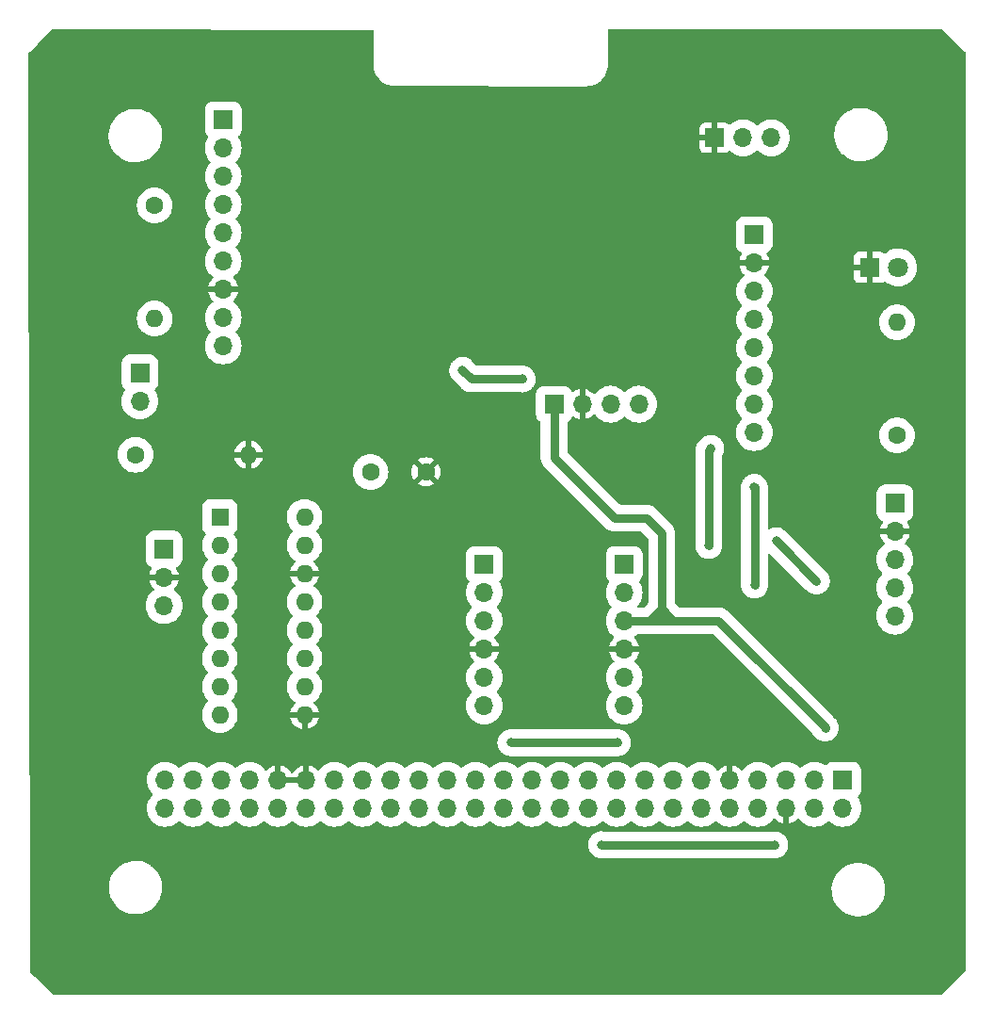
<source format=gbr>
%TF.GenerationSoftware,KiCad,Pcbnew,(6.0.7)*%
%TF.CreationDate,2023-02-02T11:58:54+03:00*%
%TF.ProjectId,Omarichet Sensor Shield 1.3,4f6d6172-6963-4686-9574-2053656e736f,rev?*%
%TF.SameCoordinates,Original*%
%TF.FileFunction,Copper,L2,Bot*%
%TF.FilePolarity,Positive*%
%FSLAX46Y46*%
G04 Gerber Fmt 4.6, Leading zero omitted, Abs format (unit mm)*
G04 Created by KiCad (PCBNEW (6.0.7)) date 2023-02-02 11:58:54*
%MOMM*%
%LPD*%
G01*
G04 APERTURE LIST*
%TA.AperFunction,ComponentPad*%
%ADD10R,1.800000X1.800000*%
%TD*%
%TA.AperFunction,ComponentPad*%
%ADD11C,1.800000*%
%TD*%
%TA.AperFunction,ComponentPad*%
%ADD12C,1.600000*%
%TD*%
%TA.AperFunction,ComponentPad*%
%ADD13O,1.600000X1.600000*%
%TD*%
%TA.AperFunction,ComponentPad*%
%ADD14R,1.600000X1.600000*%
%TD*%
%TA.AperFunction,ComponentPad*%
%ADD15R,1.700000X1.700000*%
%TD*%
%TA.AperFunction,ComponentPad*%
%ADD16O,1.700000X1.700000*%
%TD*%
%TA.AperFunction,ViaPad*%
%ADD17C,0.800000*%
%TD*%
%TA.AperFunction,Conductor*%
%ADD18C,0.800000*%
%TD*%
G04 APERTURE END LIST*
D10*
%TO.P,D1,1,K*%
%TO.N,GND*%
X162005000Y-83500000D03*
D11*
%TO.P,D1,2,A*%
%TO.N,Net-(D1-Pad2)*%
X164545000Y-83500000D03*
%TD*%
D12*
%TO.P,R2,1*%
%TO.N,/EN*%
X97690000Y-77940000D03*
D13*
%TO.P,R2,2*%
%TO.N,+3.3V*%
X97690000Y-88100000D03*
%TD*%
D14*
%TO.P,U1,1,CH0*%
%TO.N,CH0*%
X103550000Y-105935000D03*
D13*
%TO.P,U1,2,CH1*%
%TO.N,CH1*%
X103550000Y-108475000D03*
%TO.P,U1,3,CH2*%
%TO.N,CH2*%
X103550000Y-111015000D03*
%TO.P,U1,4,CH3*%
%TO.N,CH3*%
X103550000Y-113555000D03*
%TO.P,U1,5,CH4*%
%TO.N,CH4*%
X103550000Y-116095000D03*
%TO.P,U1,6,CH5*%
%TO.N,CH5*%
X103550000Y-118635000D03*
%TO.P,U1,7,CH6*%
%TO.N,unconnected-(U1-Pad7)*%
X103550000Y-121175000D03*
%TO.P,U1,8,CH7*%
%TO.N,unconnected-(U1-Pad8)*%
X103550000Y-123715000D03*
%TO.P,U1,9,DGND*%
%TO.N,GND*%
X111170000Y-123715000D03*
%TO.P,U1,10,~{CS}/SHDN*%
%TO.N,CS*%
X111170000Y-121175000D03*
%TO.P,U1,11,Din*%
%TO.N,MOSI*%
X111170000Y-118635000D03*
%TO.P,U1,12,Dout*%
%TO.N,MISO*%
X111170000Y-116095000D03*
%TO.P,U1,13,CLK*%
%TO.N,CLK*%
X111170000Y-113555000D03*
%TO.P,U1,14,AGND*%
%TO.N,GND*%
X111170000Y-111015000D03*
%TO.P,U1,15,Vref*%
%TO.N,+5V*%
X111170000Y-108475000D03*
%TO.P,U1,16,Vdd*%
X111170000Y-105935000D03*
%TD*%
D15*
%TO.P,J7,1,Pin_1*%
%TO.N,+5V*%
X98535000Y-108815000D03*
D16*
%TO.P,J7,2,Pin_2*%
%TO.N,GND*%
X98535000Y-111355000D03*
%TO.P,J7,3,Pin_3*%
%TO.N,CH3*%
X98535000Y-113895000D03*
%TD*%
D12*
%TO.P,C1,1*%
%TO.N,+5V*%
X117100000Y-101880000D03*
%TO.P,C1,2*%
%TO.N,GND*%
X122100000Y-101880000D03*
%TD*%
D15*
%TO.P,J1,1,Pin_1*%
%TO.N,+5V*%
X96360000Y-92970000D03*
D16*
%TO.P,J1,2,Pin_2*%
%TO.N,CH0*%
X96360000Y-95510000D03*
%TD*%
D15*
%TO.P,J5,1,Pin_1*%
%TO.N,+3.3V*%
X133610000Y-95795000D03*
D16*
%TO.P,J5,2,Pin_2*%
%TO.N,GND*%
X136150000Y-95795000D03*
%TO.P,J5,3,Pin_3*%
%TO.N,SCL*%
X138690000Y-95795000D03*
%TO.P,J5,4,Pin_4*%
%TO.N,SDA*%
X141230000Y-95795000D03*
%TD*%
D15*
%TO.P,J4,1,Pin_1*%
%TO.N,+3.3V*%
X151625000Y-80565000D03*
D16*
%TO.P,J4,2,Pin_2*%
%TO.N,GND*%
X151625000Y-83105000D03*
%TO.P,J4,3,Pin_3*%
%TO.N,SCL*%
X151625000Y-85645000D03*
%TO.P,J4,4,Pin_4*%
%TO.N,SDA*%
X151625000Y-88185000D03*
%TO.P,J4,5,Pin_5*%
%TO.N,unconnected-(J4-Pad5)*%
X151625000Y-90725000D03*
%TO.P,J4,6,Pin_6*%
%TO.N,unconnected-(J4-Pad6)*%
X151625000Y-93265000D03*
%TO.P,J4,7,Pin_7*%
%TO.N,ADO*%
X151625000Y-95805000D03*
%TO.P,J4,8,Pin_8*%
%TO.N,INT*%
X151625000Y-98345000D03*
%TD*%
D15*
%TO.P,J2,1,Pin_1*%
%TO.N,GND*%
X148080000Y-71850000D03*
D16*
%TO.P,J2,2,Pin_2*%
%TO.N,DHTOUT*%
X150620000Y-71850000D03*
%TO.P,J2,3,Pin_3*%
%TO.N,+3.3V*%
X153160000Y-71850000D03*
%TD*%
D15*
%TO.P,J10,1,Pin_1*%
%TO.N,TXI_CLK*%
X139925000Y-110205000D03*
D16*
%TO.P,J10,2,Pin_2*%
%TO.N,RXO_MISO*%
X139925000Y-112745000D03*
%TO.P,J10,3,Pin_3*%
%TO.N,+3.3V*%
X139925000Y-115285000D03*
%TO.P,J10,4,Pin_4*%
%TO.N,GND*%
X139925000Y-117825000D03*
%TO.P,J10,5,Pin_5*%
%TO.N,RXO1_MOSI*%
X139925000Y-120365000D03*
%TO.P,J10,6,Pin_6*%
%TO.N,TXI1_CS*%
X139925000Y-122905000D03*
%TD*%
D15*
%TO.P,J3,1,Pin_1*%
%TO.N,+3.3V*%
X164275000Y-104680000D03*
D16*
%TO.P,J3,2,Pin_2*%
%TO.N,GND*%
X164275000Y-107220000D03*
%TO.P,J3,3,Pin_3*%
%TO.N,SCL*%
X164275000Y-109760000D03*
%TO.P,J3,4,Pin_4*%
%TO.N,SDA*%
X164275000Y-112300000D03*
%TO.P,J3,5,Pin_5*%
%TO.N,unconnected-(J3-Pad5)*%
X164275000Y-114840000D03*
%TD*%
D15*
%TO.P,J8,1,Pin_1*%
%TO.N,CLK*%
X127340000Y-110210000D03*
D16*
%TO.P,J8,2,Pin_2*%
%TO.N,MISO*%
X127340000Y-112750000D03*
%TO.P,J8,3,Pin_3*%
%TO.N,+5V*%
X127340000Y-115290000D03*
%TO.P,J8,4,Pin_4*%
%TO.N,GND*%
X127340000Y-117830000D03*
%TO.P,J8,5,Pin_5*%
%TO.N,MOSI*%
X127340000Y-120370000D03*
%TO.P,J8,6,Pin_6*%
%TO.N,CS*%
X127340000Y-122910000D03*
%TD*%
D12*
%TO.P,R1,1*%
%TO.N,CH0*%
X95970000Y-100330000D03*
D13*
%TO.P,R1,2*%
%TO.N,GND*%
X106130000Y-100330000D03*
%TD*%
D12*
%TO.P,R3,1*%
%TO.N,+3.3V*%
X164460000Y-98600000D03*
D13*
%TO.P,R3,2*%
%TO.N,Net-(D1-Pad2)*%
X164460000Y-88440000D03*
%TD*%
D15*
%TO.P,J6,1,Pin_1*%
%TO.N,unconnected-(J6-Pad1)*%
X103855000Y-70230000D03*
D16*
%TO.P,J6,2,Pin_2*%
%TO.N,/EN*%
X103855000Y-72770000D03*
%TO.P,J6,3,Pin_3*%
%TO.N,unconnected-(J6-Pad3)*%
X103855000Y-75310000D03*
%TO.P,J6,4,Pin_4*%
%TO.N,unconnected-(J6-Pad4)*%
X103855000Y-77850000D03*
%TO.P,J6,5,Pin_5*%
%TO.N,TX*%
X103855000Y-80390000D03*
%TO.P,J6,6,Pin_6*%
%TO.N,RX*%
X103855000Y-82930000D03*
%TO.P,J6,7,Pin_7*%
%TO.N,GND*%
X103855000Y-85470000D03*
%TO.P,J6,8,Pin_8*%
%TO.N,+3.3V*%
X103855000Y-88010000D03*
%TO.P,J6,9,Pin_9*%
%TO.N,PPS*%
X103855000Y-90550000D03*
%TD*%
D15*
%TO.P,J9,1,Pin_1*%
%TO.N,+3.3V*%
X159590000Y-129590000D03*
D16*
%TO.P,J9,2,Pin_2*%
%TO.N,+5V*%
X159590000Y-132130000D03*
%TO.P,J9,3,Pin_3*%
%TO.N,SDA*%
X157050000Y-129590000D03*
%TO.P,J9,4,Pin_4*%
%TO.N,unconnected-(J9-Pad4)*%
X157050000Y-132130000D03*
%TO.P,J9,5,Pin_5*%
%TO.N,SCL*%
X154510000Y-129590000D03*
%TO.P,J9,6,Pin_6*%
%TO.N,GND*%
X154510000Y-132130000D03*
%TO.P,J9,7,Pin_7*%
%TO.N,unconnected-(J9-Pad7)*%
X151970000Y-129590000D03*
%TO.P,J9,8,Pin_8*%
%TO.N,TX*%
X151970000Y-132130000D03*
%TO.P,J9,9,Pin_9*%
%TO.N,GND*%
X149430000Y-129590000D03*
%TO.P,J9,10,Pin_10*%
%TO.N,RX*%
X149430000Y-132130000D03*
%TO.P,J9,11,Pin_11*%
%TO.N,INT*%
X146890000Y-129590000D03*
%TO.P,J9,12,Pin_12*%
%TO.N,unconnected-(J9-Pad12)*%
X146890000Y-132130000D03*
%TO.P,J9,13,Pin_13*%
%TO.N,ADO*%
X144350000Y-129590000D03*
%TO.P,J9,14,Pin_14*%
%TO.N,unconnected-(J9-Pad14)*%
X144350000Y-132130000D03*
%TO.P,J9,15,Pin_15*%
%TO.N,DHTOUT*%
X141810000Y-129590000D03*
%TO.P,J9,16,Pin_16*%
%TO.N,PPS*%
X141810000Y-132130000D03*
%TO.P,J9,17,Pin_17*%
%TO.N,unconnected-(J9-Pad17)*%
X139270000Y-129590000D03*
%TO.P,J9,18,Pin_18*%
%TO.N,unconnected-(J9-Pad18)*%
X139270000Y-132130000D03*
%TO.P,J9,19,Pin_19*%
%TO.N,RXO1_MOSI*%
X136730000Y-129590000D03*
%TO.P,J9,20,Pin_20*%
%TO.N,unconnected-(J9-Pad20)*%
X136730000Y-132130000D03*
%TO.P,J9,21,Pin_21*%
%TO.N,RXO_MISO*%
X134190000Y-129590000D03*
%TO.P,J9,22,Pin_22*%
%TO.N,unconnected-(J9-Pad22)*%
X134190000Y-132130000D03*
%TO.P,J9,23,Pin_23*%
%TO.N,TXI_CLK*%
X131650000Y-129590000D03*
%TO.P,J9,24,Pin_24*%
%TO.N,unconnected-(J9-Pad24)*%
X131650000Y-132130000D03*
%TO.P,J9,25,Pin_25*%
%TO.N,unconnected-(J9-Pad25)*%
X129110000Y-129590000D03*
%TO.P,J9,26,Pin_26*%
%TO.N,unconnected-(J9-Pad26)*%
X129110000Y-132130000D03*
%TO.P,J9,27,Pin_27*%
%TO.N,unconnected-(J9-Pad27)*%
X126570000Y-129590000D03*
%TO.P,J9,28,Pin_28*%
%TO.N,unconnected-(J9-Pad28)*%
X126570000Y-132130000D03*
%TO.P,J9,29,Pin_29*%
%TO.N,unconnected-(J9-Pad29)*%
X124030000Y-129590000D03*
%TO.P,J9,30,Pin_30*%
%TO.N,unconnected-(J9-Pad30)*%
X124030000Y-132130000D03*
%TO.P,J9,31,Pin_31*%
%TO.N,unconnected-(J9-Pad31)*%
X121490000Y-129590000D03*
%TO.P,J9,32,Pin_32*%
%TO.N,unconnected-(J9-Pad32)*%
X121490000Y-132130000D03*
%TO.P,J9,33,Pin_33*%
%TO.N,unconnected-(J9-Pad33)*%
X118950000Y-129590000D03*
%TO.P,J9,34,Pin_34*%
%TO.N,unconnected-(J9-Pad34)*%
X118950000Y-132130000D03*
%TO.P,J9,35,Pin_35*%
%TO.N,unconnected-(J9-Pad35)*%
X116410000Y-129590000D03*
%TO.P,J9,36,Pin_36*%
%TO.N,unconnected-(J9-Pad36)*%
X116410000Y-132130000D03*
%TO.P,J9,37,Pin_37*%
%TO.N,TXI1_CS*%
X113870000Y-129590000D03*
%TO.P,J9,38,Pin_38*%
%TO.N,unconnected-(J9-Pad38)*%
X113870000Y-132130000D03*
%TO.P,J9,39,Pin_39*%
%TO.N,GND*%
X111330000Y-129590000D03*
%TO.P,J9,40,Pin_40*%
%TO.N,unconnected-(J9-Pad40)*%
X111330000Y-132130000D03*
%TO.P,J9,41,Pin_41*%
%TO.N,GND*%
X108790000Y-129590000D03*
%TO.P,J9,42,Pin_42*%
%TO.N,+5V*%
X108790000Y-132130000D03*
%TO.P,J9,43,Pin_43*%
%TO.N,CH1*%
X106250000Y-129590000D03*
%TO.P,J9,44,Pin_44*%
%TO.N,unconnected-(J9-Pad44)*%
X106250000Y-132130000D03*
%TO.P,J9,45,Pin_45*%
%TO.N,CH2*%
X103710000Y-129590000D03*
%TO.P,J9,46,Pin_46*%
%TO.N,unconnected-(J9-Pad46)*%
X103710000Y-132130000D03*
%TO.P,J9,47,Pin_47*%
%TO.N,CH5*%
X101170000Y-129590000D03*
%TO.P,J9,48,Pin_48*%
%TO.N,unconnected-(J9-Pad48)*%
X101170000Y-132130000D03*
%TO.P,J9,49,Pin_49*%
%TO.N,CH4*%
X98630000Y-129590000D03*
%TO.P,J9,50,Pin_50*%
%TO.N,unconnected-(J9-Pad50)*%
X98630000Y-132130000D03*
%TD*%
D17*
%TO.N,+5V*%
X153470000Y-135400000D03*
X137880000Y-135380000D03*
%TO.N,+3.3V*%
X158000000Y-124890000D03*
X130750000Y-93520000D03*
X125390000Y-92750000D03*
%TO.N,SDA*%
X157220000Y-111690000D03*
X153600000Y-108080000D03*
%TO.N,ADO*%
X147720000Y-99760000D03*
X147530000Y-108500000D03*
%TO.N,INT*%
X151630000Y-103260000D03*
X151640000Y-112050000D03*
%TO.N,TXI1_CS*%
X129720000Y-126220000D03*
X139330000Y-126220000D03*
%TD*%
D18*
%TO.N,TXI1_CS*%
X129720000Y-126220000D02*
X139330000Y-126220000D01*
%TO.N,+5V*%
X137900000Y-135400000D02*
X137880000Y-135380000D01*
X153470000Y-135400000D02*
X137900000Y-135400000D01*
%TO.N,SDA*%
X153630000Y-108100000D02*
X157220000Y-111690000D01*
%TO.N,INT*%
X151640000Y-103270000D02*
X151640000Y-112050000D01*
X151630000Y-103260000D02*
X151640000Y-103270000D01*
%TO.N,+3.3V*%
X144350000Y-115240000D02*
X144550000Y-115240000D01*
X143280000Y-114170000D02*
X144350000Y-115240000D01*
X144550000Y-115240000D02*
X143270500Y-115240000D01*
X148400000Y-115240000D02*
X144550000Y-115240000D01*
X143280000Y-114170000D02*
X142165000Y-115285000D01*
X143280000Y-113720000D02*
X143280000Y-114170000D01*
X142165000Y-115285000D02*
X143225500Y-115285000D01*
X139925000Y-115285000D02*
X142165000Y-115285000D01*
X143280000Y-113720000D02*
X143280000Y-107380000D01*
X143280000Y-115230500D02*
X143280000Y-113720000D01*
X130740000Y-93530000D02*
X126170000Y-93530000D01*
X126170000Y-93530000D02*
X125390000Y-92750000D01*
X130750000Y-93520000D02*
X130740000Y-93530000D01*
%TO.N,ADO*%
X147530000Y-99950000D02*
X147530000Y-108500000D01*
X147720000Y-99760000D02*
X147530000Y-99950000D01*
%TO.N,+3.3V*%
X158000000Y-124890000D02*
X158000000Y-124840000D01*
X158000000Y-124840000D02*
X148400000Y-115240000D01*
X143225500Y-115285000D02*
X143270500Y-115240000D01*
X139060000Y-106030000D02*
X133610000Y-100580000D01*
X141930000Y-106030000D02*
X139060000Y-106030000D01*
X143280000Y-107380000D02*
X141930000Y-106030000D01*
X143270500Y-115240000D02*
X143280000Y-115230500D01*
X133610000Y-100580000D02*
X133610000Y-95795000D01*
%TD*%
%TA.AperFunction,Conductor*%
%TO.N,GND*%
G36*
X140123099Y-62059197D02*
G01*
X168469483Y-62068415D01*
X168537596Y-62088439D01*
X168557971Y-62104758D01*
X168612205Y-62158311D01*
X170574254Y-64095733D01*
X170608672Y-64157829D01*
X170611723Y-64185283D01*
X170642314Y-100452120D01*
X170677205Y-141817146D01*
X170681272Y-146639259D01*
X170661327Y-146707396D01*
X170642429Y-146730357D01*
X168412271Y-148866523D01*
X168349241Y-148899199D01*
X168325130Y-148901531D01*
X135925304Y-148905573D01*
X88670505Y-148911468D01*
X88602383Y-148891474D01*
X88581948Y-148875113D01*
X86940637Y-147253982D01*
X86515414Y-146833988D01*
X86481005Y-146771887D01*
X86477957Y-146744601D01*
X86477852Y-146693108D01*
X86462350Y-139129271D01*
X93576668Y-139129271D01*
X93576755Y-139133273D01*
X93576755Y-139133280D01*
X93583261Y-139431448D01*
X93583349Y-139435465D01*
X93628883Y-139738330D01*
X93629979Y-139742190D01*
X93629980Y-139742195D01*
X93654684Y-139829207D01*
X93712531Y-140032953D01*
X93832937Y-140314560D01*
X93988149Y-140578585D01*
X94175651Y-140820747D01*
X94392404Y-141037122D01*
X94395585Y-141039576D01*
X94395586Y-141039577D01*
X94631701Y-141221739D01*
X94631705Y-141221742D01*
X94634894Y-141224202D01*
X94638373Y-141226239D01*
X94815179Y-141329763D01*
X94899189Y-141378953D01*
X94902874Y-141380521D01*
X94902878Y-141380523D01*
X94986817Y-141416239D01*
X95181006Y-141498867D01*
X95475775Y-141582001D01*
X95696338Y-141614768D01*
X95775419Y-141626516D01*
X95775421Y-141626516D01*
X95778718Y-141627006D01*
X95782049Y-141627146D01*
X95782053Y-141627146D01*
X95818737Y-141628683D01*
X95862084Y-141630500D01*
X96057474Y-141630500D01*
X96180915Y-141622626D01*
X96281639Y-141616201D01*
X96281644Y-141616200D01*
X96285647Y-141615945D01*
X96289584Y-141615183D01*
X96289586Y-141615183D01*
X96582401Y-141558530D01*
X96582405Y-141558529D01*
X96586338Y-141557768D01*
X96877200Y-141461856D01*
X97153518Y-141329763D01*
X97308679Y-141229577D01*
X97407439Y-141165809D01*
X97407440Y-141165808D01*
X97410812Y-141163631D01*
X97644910Y-140966152D01*
X97826265Y-140768585D01*
X97849304Y-140743487D01*
X97849306Y-140743485D01*
X97852019Y-140740529D01*
X98028780Y-140490418D01*
X98172328Y-140219874D01*
X98207313Y-140127044D01*
X98278919Y-139937044D01*
X98278921Y-139937038D01*
X98280336Y-139933283D01*
X98294649Y-139872969D01*
X98350124Y-139639207D01*
X98350125Y-139639202D01*
X98351053Y-139635291D01*
X98383332Y-139330729D01*
X98383170Y-139323280D01*
X98383083Y-139319271D01*
X158576668Y-139319271D01*
X158576755Y-139323273D01*
X158576755Y-139323280D01*
X158583261Y-139621448D01*
X158583349Y-139625465D01*
X158628883Y-139928330D01*
X158712531Y-140222953D01*
X158832937Y-140504560D01*
X158988149Y-140768585D01*
X159175651Y-141010747D01*
X159392404Y-141227122D01*
X159395585Y-141229576D01*
X159395586Y-141229577D01*
X159631701Y-141411739D01*
X159631705Y-141411742D01*
X159634894Y-141414202D01*
X159638373Y-141416239D01*
X159881388Y-141558530D01*
X159899189Y-141568953D01*
X159902874Y-141570521D01*
X159902878Y-141570523D01*
X160007837Y-141615183D01*
X160181006Y-141688867D01*
X160475775Y-141772001D01*
X160696337Y-141804768D01*
X160775419Y-141816516D01*
X160775421Y-141816516D01*
X160778718Y-141817006D01*
X160782049Y-141817146D01*
X160782053Y-141817146D01*
X160818737Y-141818683D01*
X160862084Y-141820500D01*
X161057474Y-141820500D01*
X161180915Y-141812626D01*
X161281639Y-141806201D01*
X161281644Y-141806200D01*
X161285647Y-141805945D01*
X161289584Y-141805183D01*
X161289586Y-141805183D01*
X161582401Y-141748530D01*
X161582405Y-141748529D01*
X161586338Y-141747768D01*
X161877200Y-141651856D01*
X162153518Y-141519763D01*
X162320818Y-141411739D01*
X162407439Y-141355809D01*
X162407440Y-141355808D01*
X162410812Y-141353631D01*
X162441686Y-141327587D01*
X162641849Y-141158734D01*
X162644910Y-141156152D01*
X162852019Y-140930529D01*
X163028780Y-140680418D01*
X163172328Y-140409874D01*
X163242596Y-140223423D01*
X163278919Y-140127044D01*
X163278921Y-140127038D01*
X163280336Y-140123283D01*
X163325425Y-139933283D01*
X163350124Y-139829207D01*
X163350125Y-139829202D01*
X163351053Y-139825291D01*
X163383332Y-139520729D01*
X163381559Y-139439436D01*
X163376739Y-139218552D01*
X163376739Y-139218547D01*
X163376651Y-139214535D01*
X163331117Y-138911670D01*
X163306428Y-138824709D01*
X163248568Y-138620919D01*
X163247469Y-138617047D01*
X163127063Y-138335440D01*
X162971851Y-138071415D01*
X162784349Y-137829253D01*
X162567596Y-137612878D01*
X162564414Y-137610423D01*
X162328299Y-137428261D01*
X162328295Y-137428258D01*
X162325106Y-137425798D01*
X162148538Y-137322413D01*
X162064275Y-137273075D01*
X162064272Y-137273073D01*
X162060811Y-137271047D01*
X162057126Y-137269479D01*
X162057122Y-137269477D01*
X161870051Y-137189878D01*
X161778994Y-137151133D01*
X161484225Y-137067999D01*
X161254014Y-137033799D01*
X161184581Y-137023484D01*
X161184579Y-137023484D01*
X161181282Y-137022994D01*
X161177951Y-137022854D01*
X161177947Y-137022854D01*
X161141263Y-137021317D01*
X161097916Y-137019500D01*
X160902526Y-137019500D01*
X160779085Y-137027374D01*
X160678361Y-137033799D01*
X160678356Y-137033800D01*
X160674353Y-137034055D01*
X160670416Y-137034817D01*
X160670414Y-137034817D01*
X160377599Y-137091470D01*
X160377595Y-137091471D01*
X160373662Y-137092232D01*
X160082800Y-137188144D01*
X159806482Y-137320237D01*
X159803112Y-137322413D01*
X159647519Y-137422878D01*
X159549188Y-137486369D01*
X159315090Y-137683848D01*
X159184226Y-137826410D01*
X159130560Y-137884874D01*
X159107981Y-137909471D01*
X158931220Y-138159582D01*
X158787672Y-138430126D01*
X158786257Y-138433882D01*
X158786256Y-138433883D01*
X158715768Y-138620919D01*
X158679664Y-138716717D01*
X158678735Y-138720632D01*
X158634317Y-138907805D01*
X158608947Y-139014709D01*
X158576668Y-139319271D01*
X98383083Y-139319271D01*
X98376739Y-139028552D01*
X98376739Y-139028547D01*
X98376651Y-139024535D01*
X98331117Y-138721670D01*
X98247469Y-138427047D01*
X98127063Y-138145440D01*
X97971851Y-137881415D01*
X97784349Y-137639253D01*
X97567596Y-137422878D01*
X97437375Y-137322413D01*
X97328299Y-137238261D01*
X97328295Y-137238258D01*
X97325106Y-137235798D01*
X97288834Y-137214560D01*
X97064275Y-137083075D01*
X97064272Y-137083073D01*
X97060811Y-137081047D01*
X97057126Y-137079479D01*
X97057122Y-137079477D01*
X96870051Y-136999878D01*
X96778994Y-136961133D01*
X96484225Y-136877999D01*
X96254014Y-136843799D01*
X96184581Y-136833484D01*
X96184579Y-136833484D01*
X96181282Y-136832994D01*
X96177951Y-136832854D01*
X96177947Y-136832854D01*
X96141263Y-136831317D01*
X96097916Y-136829500D01*
X95902526Y-136829500D01*
X95779085Y-136837374D01*
X95678361Y-136843799D01*
X95678356Y-136843800D01*
X95674353Y-136844055D01*
X95670416Y-136844817D01*
X95670414Y-136844817D01*
X95377599Y-136901470D01*
X95377595Y-136901471D01*
X95373662Y-136902232D01*
X95082800Y-136998144D01*
X94806482Y-137130237D01*
X94803112Y-137132413D01*
X94590837Y-137269477D01*
X94549188Y-137296369D01*
X94546123Y-137298954D01*
X94546121Y-137298956D01*
X94415533Y-137409117D01*
X94315090Y-137493848D01*
X94107981Y-137719471D01*
X93931220Y-137969582D01*
X93787672Y-138240126D01*
X93786257Y-138243882D01*
X93786256Y-138243883D01*
X93715768Y-138430919D01*
X93679664Y-138526717D01*
X93678735Y-138530632D01*
X93634317Y-138717805D01*
X93608947Y-138824709D01*
X93576668Y-139129271D01*
X86462350Y-139129271D01*
X86454731Y-135411560D01*
X136674770Y-135411560D01*
X136675449Y-135417296D01*
X136683653Y-135486617D01*
X136684256Y-135493184D01*
X136686030Y-135520244D01*
X136689200Y-135568604D01*
X136694957Y-135591275D01*
X136697956Y-135607450D01*
X136700704Y-135630667D01*
X136702414Y-135636176D01*
X136702416Y-135636183D01*
X136723114Y-135702843D01*
X136724904Y-135709189D01*
X136743511Y-135782452D01*
X136745929Y-135787697D01*
X136745930Y-135787700D01*
X136753297Y-135803681D01*
X136759200Y-135819061D01*
X136764416Y-135835858D01*
X136764418Y-135835864D01*
X136766131Y-135841379D01*
X136768819Y-135846488D01*
X136801326Y-135908273D01*
X136804243Y-135914189D01*
X136835883Y-135982821D01*
X136839214Y-135987534D01*
X136849367Y-136001900D01*
X136857978Y-136015952D01*
X136866038Y-136031271D01*
X136868863Y-136036641D01*
X136872437Y-136041175D01*
X136872438Y-136041176D01*
X136915670Y-136096015D01*
X136919612Y-136101295D01*
X136923538Y-136106850D01*
X136924614Y-136108659D01*
X136925494Y-136109662D01*
X136925579Y-136109901D01*
X136925656Y-136109847D01*
X136963222Y-136163002D01*
X136967362Y-136167035D01*
X137021799Y-136220067D01*
X137028603Y-136227236D01*
X137070090Y-136274543D01*
X137074620Y-136278114D01*
X137104911Y-136301993D01*
X137114821Y-136310684D01*
X137121264Y-136316961D01*
X137126067Y-136320170D01*
X137126074Y-136320176D01*
X137134436Y-136325764D01*
X137142377Y-136331529D01*
X137143054Y-136332063D01*
X137145649Y-136334163D01*
X137212680Y-136389913D01*
X137212683Y-136389915D01*
X137217116Y-136393602D01*
X137222151Y-136396422D01*
X137222157Y-136396426D01*
X137222287Y-136396499D01*
X137238713Y-136407474D01*
X137238818Y-136407557D01*
X137238822Y-136407560D01*
X137243360Y-136411137D01*
X137325622Y-136454417D01*
X137328495Y-136455977D01*
X137409621Y-136501410D01*
X137415220Y-136503310D01*
X137433387Y-136511116D01*
X137433465Y-136511157D01*
X137438620Y-136513869D01*
X137444138Y-136515582D01*
X137444137Y-136515582D01*
X137527384Y-136541431D01*
X137530520Y-136542450D01*
X137613079Y-136570475D01*
X137613084Y-136570476D01*
X137618548Y-136572331D01*
X137624416Y-136573182D01*
X137643670Y-136577539D01*
X137643817Y-136577585D01*
X137643823Y-136577586D01*
X137649333Y-136579297D01*
X137655061Y-136579975D01*
X137655066Y-136579976D01*
X137728806Y-136588703D01*
X137741656Y-136590224D01*
X137744915Y-136590653D01*
X137756742Y-136592368D01*
X137831189Y-136603163D01*
X137831193Y-136603163D01*
X137836902Y-136603991D01*
X137923277Y-136600597D01*
X137928223Y-136600500D01*
X153441767Y-136600500D01*
X153446714Y-136600597D01*
X153533098Y-136603991D01*
X153538808Y-136603163D01*
X153538810Y-136603163D01*
X153558099Y-136600366D01*
X153607931Y-136593141D01*
X153614447Y-136592370D01*
X153662594Y-136587946D01*
X153683956Y-136585983D01*
X153683958Y-136585983D01*
X153689711Y-136585454D01*
X153695267Y-136583887D01*
X153695273Y-136583886D01*
X153712204Y-136579111D01*
X153728321Y-136575685D01*
X153751452Y-136572331D01*
X153823025Y-136548036D01*
X153829320Y-136546081D01*
X153896505Y-136527133D01*
X153896507Y-136527132D01*
X153902064Y-136525565D01*
X153923030Y-136515226D01*
X153938245Y-136508924D01*
X153960379Y-136501410D01*
X153965415Y-136498590D01*
X153965419Y-136498588D01*
X154026321Y-136464482D01*
X154032157Y-136461411D01*
X154051905Y-136451672D01*
X154099947Y-136427980D01*
X154118672Y-136413997D01*
X154132497Y-136405019D01*
X154147842Y-136396426D01*
X154147845Y-136396424D01*
X154152884Y-136393602D01*
X154210978Y-136345286D01*
X154216157Y-136341203D01*
X154272103Y-136299426D01*
X154272113Y-136299417D01*
X154276733Y-136295967D01*
X154292600Y-136278802D01*
X154304549Y-136267464D01*
X154318079Y-136256211D01*
X154318085Y-136256205D01*
X154322518Y-136252518D01*
X154346640Y-136223515D01*
X154370844Y-136194413D01*
X154375193Y-136189454D01*
X154422586Y-136138184D01*
X154426501Y-136133949D01*
X154438971Y-136114185D01*
X154448655Y-136100857D01*
X154459908Y-136087327D01*
X154459914Y-136087319D01*
X154463602Y-136082884D01*
X154500555Y-136016900D01*
X154503901Y-136011277D01*
X154509818Y-136001900D01*
X154544236Y-135947350D01*
X154552895Y-135925646D01*
X154559989Y-135910773D01*
X154568590Y-135895414D01*
X154571410Y-135890379D01*
X154595707Y-135818800D01*
X154597980Y-135812637D01*
X154625994Y-135742421D01*
X154630553Y-135719503D01*
X154634819Y-135703584D01*
X154640475Y-135686922D01*
X154640477Y-135686914D01*
X154642331Y-135681452D01*
X154653179Y-135606636D01*
X154654294Y-135600145D01*
X154667911Y-135531690D01*
X154669038Y-135526024D01*
X154669344Y-135502661D01*
X154670637Y-135486232D01*
X154673458Y-135466775D01*
X154673458Y-135466773D01*
X154673991Y-135463098D01*
X154675643Y-135400000D01*
X154671910Y-135359369D01*
X154671392Y-135346197D01*
X154671850Y-135311188D01*
X154671926Y-135305406D01*
X154670948Y-135299711D01*
X154670947Y-135299705D01*
X154662070Y-135248043D01*
X154660779Y-135238236D01*
X154655983Y-135186045D01*
X154655983Y-135186044D01*
X154655454Y-135180289D01*
X154644380Y-135141025D01*
X154641471Y-135128167D01*
X154635541Y-135093653D01*
X154635540Y-135093650D01*
X154634562Y-135087957D01*
X154622039Y-135054011D01*
X154614421Y-135033361D01*
X154611364Y-135023952D01*
X154597136Y-134973503D01*
X154597132Y-134973493D01*
X154595565Y-134967936D01*
X154577523Y-134931351D01*
X154572316Y-134919232D01*
X154560194Y-134886373D01*
X154558196Y-134880957D01*
X154528440Y-134830942D01*
X154523728Y-134822266D01*
X154497980Y-134770053D01*
X154473565Y-134737357D01*
X154466248Y-134726406D01*
X154448342Y-134696308D01*
X154448337Y-134696301D01*
X154445386Y-134691341D01*
X154407009Y-134647580D01*
X154400800Y-134639914D01*
X154365967Y-134593267D01*
X154361729Y-134589350D01*
X154361726Y-134589346D01*
X154336009Y-134565573D01*
X154326817Y-134556139D01*
X154299910Y-134525457D01*
X154295376Y-134521883D01*
X154295369Y-134521876D01*
X154254208Y-134489428D01*
X154246684Y-134483002D01*
X154208191Y-134447419D01*
X154208183Y-134447413D01*
X154203949Y-134443499D01*
X154169447Y-134421729D01*
X154158682Y-134414122D01*
X154131173Y-134392436D01*
X154131170Y-134392434D01*
X154126640Y-134388863D01*
X154075131Y-134361763D01*
X154066578Y-134356824D01*
X154022238Y-134328847D01*
X154022229Y-134328842D01*
X154017350Y-134325764D01*
X153979458Y-134310647D01*
X153967483Y-134305126D01*
X153931380Y-134286131D01*
X153875797Y-134268872D01*
X153866473Y-134265571D01*
X153812421Y-134244006D01*
X153772417Y-134236049D01*
X153759636Y-134232803D01*
X153726184Y-134222416D01*
X153726183Y-134222416D01*
X153720667Y-134220703D01*
X153693065Y-134217436D01*
X153662862Y-134213861D01*
X153653091Y-134212313D01*
X153601692Y-134202089D01*
X153601687Y-134202089D01*
X153596024Y-134200962D01*
X153590248Y-134200886D01*
X153590244Y-134200886D01*
X153555243Y-134200428D01*
X153548928Y-134200017D01*
X153548920Y-134200155D01*
X153545205Y-134199936D01*
X153541524Y-134199500D01*
X153485149Y-134199500D01*
X153483500Y-134199489D01*
X153482205Y-134199472D01*
X153375406Y-134198074D01*
X153369707Y-134199053D01*
X153368960Y-134199112D01*
X153359075Y-134199500D01*
X138114198Y-134199500D01*
X138096130Y-134198198D01*
X138086618Y-134196818D01*
X138080163Y-134195709D01*
X138006024Y-134180962D01*
X138000248Y-134180886D01*
X138000244Y-134180886D01*
X137982661Y-134180656D01*
X137966232Y-134179363D01*
X137956757Y-134177989D01*
X137943098Y-134176009D01*
X137867545Y-134178977D01*
X137860970Y-134179063D01*
X137785406Y-134178074D01*
X137779711Y-134179053D01*
X137779705Y-134179053D01*
X137762381Y-134182030D01*
X137745992Y-134183753D01*
X137728405Y-134184444D01*
X137728403Y-134184444D01*
X137722632Y-134184671D01*
X137716999Y-134185946D01*
X137716996Y-134185946D01*
X137687539Y-134192612D01*
X137648900Y-134201355D01*
X137642458Y-134202636D01*
X137602520Y-134209499D01*
X137573647Y-134214460D01*
X137573644Y-134214461D01*
X137567957Y-134215438D01*
X137555526Y-134220024D01*
X137546027Y-134223528D01*
X137530228Y-134228208D01*
X137513064Y-134232092D01*
X137513062Y-134232093D01*
X137507435Y-134233366D01*
X137437986Y-134263203D01*
X137431886Y-134265637D01*
X137360957Y-134291804D01*
X137340863Y-134303759D01*
X137326186Y-134311237D01*
X137304717Y-134320461D01*
X137299918Y-134323668D01*
X137299908Y-134323673D01*
X137241892Y-134362438D01*
X137236318Y-134365956D01*
X137171341Y-134404614D01*
X137167006Y-134408416D01*
X137166996Y-134408423D01*
X137153760Y-134420031D01*
X137140687Y-134430062D01*
X137126074Y-134439826D01*
X137126069Y-134439830D01*
X137121265Y-134443040D01*
X137117126Y-134447072D01*
X137067132Y-134495773D01*
X137062290Y-134500248D01*
X137005457Y-134550090D01*
X136996782Y-134561095D01*
X136990986Y-134568447D01*
X136979963Y-134580690D01*
X136963222Y-134596998D01*
X136959891Y-134601712D01*
X136959887Y-134601716D01*
X136919592Y-134658732D01*
X136915666Y-134663990D01*
X136868863Y-134723360D01*
X136866176Y-134728466D01*
X136866174Y-134728470D01*
X136857981Y-134744042D01*
X136849372Y-134758090D01*
X136844188Y-134765426D01*
X136835883Y-134777178D01*
X136833465Y-134782423D01*
X136804239Y-134845819D01*
X136801321Y-134851736D01*
X136766131Y-134918620D01*
X136764018Y-134925426D01*
X136759204Y-134940929D01*
X136753298Y-134956315D01*
X136745930Y-134972297D01*
X136745927Y-134972304D01*
X136743510Y-134977548D01*
X136729336Y-135033361D01*
X136724906Y-135050803D01*
X136723115Y-135057153D01*
X136702417Y-135123811D01*
X136702416Y-135123817D01*
X136700703Y-135129333D01*
X136699319Y-135141032D01*
X136697957Y-135152536D01*
X136694953Y-135168744D01*
X136689200Y-135191396D01*
X136685488Y-135248043D01*
X136684258Y-135266805D01*
X136683656Y-135273363D01*
X136674770Y-135348440D01*
X136676299Y-135371763D01*
X136676299Y-135388237D01*
X136674770Y-135411560D01*
X86454731Y-135411560D01*
X86448005Y-132130000D01*
X96974396Y-132130000D01*
X96994779Y-132388994D01*
X96995933Y-132393801D01*
X96995934Y-132393807D01*
X97034220Y-132553276D01*
X97055427Y-132641610D01*
X97154846Y-132881628D01*
X97290588Y-133103140D01*
X97459311Y-133300689D01*
X97656860Y-133469412D01*
X97878372Y-133605154D01*
X97882942Y-133607047D01*
X97882946Y-133607049D01*
X98113817Y-133702679D01*
X98118390Y-133704573D01*
X98206724Y-133725780D01*
X98366193Y-133764066D01*
X98366199Y-133764067D01*
X98371006Y-133765221D01*
X98630000Y-133785604D01*
X98888994Y-133765221D01*
X98893801Y-133764067D01*
X98893807Y-133764066D01*
X99053276Y-133725780D01*
X99141610Y-133704573D01*
X99146183Y-133702679D01*
X99377054Y-133607049D01*
X99377058Y-133607047D01*
X99381628Y-133605154D01*
X99603140Y-133469412D01*
X99800689Y-133300689D01*
X99803897Y-133296933D01*
X99803902Y-133296928D01*
X99804189Y-133296592D01*
X99804330Y-133296500D01*
X99807405Y-133293425D01*
X99808051Y-133294071D01*
X99863639Y-133257783D01*
X99934634Y-133257275D01*
X99991925Y-133294095D01*
X99992595Y-133293425D01*
X99995674Y-133296504D01*
X99995811Y-133296592D01*
X99996098Y-133296928D01*
X99996103Y-133296933D01*
X99999311Y-133300689D01*
X100196860Y-133469412D01*
X100418372Y-133605154D01*
X100422942Y-133607047D01*
X100422946Y-133607049D01*
X100653817Y-133702679D01*
X100658390Y-133704573D01*
X100746724Y-133725780D01*
X100906193Y-133764066D01*
X100906199Y-133764067D01*
X100911006Y-133765221D01*
X101170000Y-133785604D01*
X101428994Y-133765221D01*
X101433801Y-133764067D01*
X101433807Y-133764066D01*
X101593276Y-133725780D01*
X101681610Y-133704573D01*
X101686183Y-133702679D01*
X101917054Y-133607049D01*
X101917058Y-133607047D01*
X101921628Y-133605154D01*
X102143140Y-133469412D01*
X102340689Y-133300689D01*
X102343897Y-133296933D01*
X102343902Y-133296928D01*
X102344189Y-133296592D01*
X102344330Y-133296500D01*
X102347405Y-133293425D01*
X102348051Y-133294071D01*
X102403639Y-133257783D01*
X102474634Y-133257275D01*
X102531925Y-133294095D01*
X102532595Y-133293425D01*
X102535674Y-133296504D01*
X102535811Y-133296592D01*
X102536098Y-133296928D01*
X102536103Y-133296933D01*
X102539311Y-133300689D01*
X102736860Y-133469412D01*
X102958372Y-133605154D01*
X102962942Y-133607047D01*
X102962946Y-133607049D01*
X103193817Y-133702679D01*
X103198390Y-133704573D01*
X103286724Y-133725780D01*
X103446193Y-133764066D01*
X103446199Y-133764067D01*
X103451006Y-133765221D01*
X103710000Y-133785604D01*
X103968994Y-133765221D01*
X103973801Y-133764067D01*
X103973807Y-133764066D01*
X104133276Y-133725780D01*
X104221610Y-133704573D01*
X104226183Y-133702679D01*
X104457054Y-133607049D01*
X104457058Y-133607047D01*
X104461628Y-133605154D01*
X104683140Y-133469412D01*
X104880689Y-133300689D01*
X104883897Y-133296933D01*
X104883902Y-133296928D01*
X104884189Y-133296592D01*
X104884330Y-133296500D01*
X104887405Y-133293425D01*
X104888051Y-133294071D01*
X104943639Y-133257783D01*
X105014634Y-133257275D01*
X105071925Y-133294095D01*
X105072595Y-133293425D01*
X105075674Y-133296504D01*
X105075811Y-133296592D01*
X105076098Y-133296928D01*
X105076103Y-133296933D01*
X105079311Y-133300689D01*
X105276860Y-133469412D01*
X105498372Y-133605154D01*
X105502942Y-133607047D01*
X105502946Y-133607049D01*
X105733817Y-133702679D01*
X105738390Y-133704573D01*
X105826724Y-133725780D01*
X105986193Y-133764066D01*
X105986199Y-133764067D01*
X105991006Y-133765221D01*
X106250000Y-133785604D01*
X106508994Y-133765221D01*
X106513801Y-133764067D01*
X106513807Y-133764066D01*
X106673276Y-133725780D01*
X106761610Y-133704573D01*
X106766183Y-133702679D01*
X106997054Y-133607049D01*
X106997058Y-133607047D01*
X107001628Y-133605154D01*
X107223140Y-133469412D01*
X107420689Y-133300689D01*
X107423897Y-133296933D01*
X107423902Y-133296928D01*
X107424189Y-133296592D01*
X107424330Y-133296500D01*
X107427405Y-133293425D01*
X107428051Y-133294071D01*
X107483639Y-133257783D01*
X107554634Y-133257275D01*
X107611925Y-133294095D01*
X107612595Y-133293425D01*
X107615674Y-133296504D01*
X107615811Y-133296592D01*
X107616098Y-133296928D01*
X107616103Y-133296933D01*
X107619311Y-133300689D01*
X107816860Y-133469412D01*
X108038372Y-133605154D01*
X108042942Y-133607047D01*
X108042946Y-133607049D01*
X108273817Y-133702679D01*
X108278390Y-133704573D01*
X108366724Y-133725780D01*
X108526193Y-133764066D01*
X108526199Y-133764067D01*
X108531006Y-133765221D01*
X108790000Y-133785604D01*
X109048994Y-133765221D01*
X109053801Y-133764067D01*
X109053807Y-133764066D01*
X109213276Y-133725780D01*
X109301610Y-133704573D01*
X109306183Y-133702679D01*
X109537054Y-133607049D01*
X109537058Y-133607047D01*
X109541628Y-133605154D01*
X109763140Y-133469412D01*
X109960689Y-133300689D01*
X109963897Y-133296933D01*
X109963902Y-133296928D01*
X109964189Y-133296592D01*
X109964330Y-133296500D01*
X109967405Y-133293425D01*
X109968051Y-133294071D01*
X110023639Y-133257783D01*
X110094634Y-133257275D01*
X110151925Y-133294095D01*
X110152595Y-133293425D01*
X110155674Y-133296504D01*
X110155811Y-133296592D01*
X110156098Y-133296928D01*
X110156103Y-133296933D01*
X110159311Y-133300689D01*
X110356860Y-133469412D01*
X110578372Y-133605154D01*
X110582942Y-133607047D01*
X110582946Y-133607049D01*
X110813817Y-133702679D01*
X110818390Y-133704573D01*
X110906724Y-133725780D01*
X111066193Y-133764066D01*
X111066199Y-133764067D01*
X111071006Y-133765221D01*
X111330000Y-133785604D01*
X111588994Y-133765221D01*
X111593801Y-133764067D01*
X111593807Y-133764066D01*
X111753276Y-133725780D01*
X111841610Y-133704573D01*
X111846183Y-133702679D01*
X112077054Y-133607049D01*
X112077058Y-133607047D01*
X112081628Y-133605154D01*
X112303140Y-133469412D01*
X112500689Y-133300689D01*
X112503897Y-133296933D01*
X112503902Y-133296928D01*
X112504189Y-133296592D01*
X112504330Y-133296500D01*
X112507405Y-133293425D01*
X112508051Y-133294071D01*
X112563639Y-133257783D01*
X112634634Y-133257275D01*
X112691925Y-133294095D01*
X112692595Y-133293425D01*
X112695674Y-133296504D01*
X112695811Y-133296592D01*
X112696098Y-133296928D01*
X112696103Y-133296933D01*
X112699311Y-133300689D01*
X112896860Y-133469412D01*
X113118372Y-133605154D01*
X113122942Y-133607047D01*
X113122946Y-133607049D01*
X113353817Y-133702679D01*
X113358390Y-133704573D01*
X113446724Y-133725780D01*
X113606193Y-133764066D01*
X113606199Y-133764067D01*
X113611006Y-133765221D01*
X113870000Y-133785604D01*
X114128994Y-133765221D01*
X114133801Y-133764067D01*
X114133807Y-133764066D01*
X114293276Y-133725780D01*
X114381610Y-133704573D01*
X114386183Y-133702679D01*
X114617054Y-133607049D01*
X114617058Y-133607047D01*
X114621628Y-133605154D01*
X114843140Y-133469412D01*
X115040689Y-133300689D01*
X115043897Y-133296933D01*
X115043902Y-133296928D01*
X115044189Y-133296592D01*
X115044330Y-133296500D01*
X115047405Y-133293425D01*
X115048051Y-133294071D01*
X115103639Y-133257783D01*
X115174634Y-133257275D01*
X115231925Y-133294095D01*
X115232595Y-133293425D01*
X115235674Y-133296504D01*
X115235811Y-133296592D01*
X115236098Y-133296928D01*
X115236103Y-133296933D01*
X115239311Y-133300689D01*
X115436860Y-133469412D01*
X115658372Y-133605154D01*
X115662942Y-133607047D01*
X115662946Y-133607049D01*
X115893817Y-133702679D01*
X115898390Y-133704573D01*
X115986724Y-133725780D01*
X116146193Y-133764066D01*
X116146199Y-133764067D01*
X116151006Y-133765221D01*
X116410000Y-133785604D01*
X116668994Y-133765221D01*
X116673801Y-133764067D01*
X116673807Y-133764066D01*
X116833276Y-133725780D01*
X116921610Y-133704573D01*
X116926183Y-133702679D01*
X117157054Y-133607049D01*
X117157058Y-133607047D01*
X117161628Y-133605154D01*
X117383140Y-133469412D01*
X117580689Y-133300689D01*
X117583897Y-133296933D01*
X117583902Y-133296928D01*
X117584189Y-133296592D01*
X117584330Y-133296500D01*
X117587405Y-133293425D01*
X117588051Y-133294071D01*
X117643639Y-133257783D01*
X117714634Y-133257275D01*
X117771925Y-133294095D01*
X117772595Y-133293425D01*
X117775674Y-133296504D01*
X117775811Y-133296592D01*
X117776098Y-133296928D01*
X117776103Y-133296933D01*
X117779311Y-133300689D01*
X117976860Y-133469412D01*
X118198372Y-133605154D01*
X118202942Y-133607047D01*
X118202946Y-133607049D01*
X118433817Y-133702679D01*
X118438390Y-133704573D01*
X118526724Y-133725780D01*
X118686193Y-133764066D01*
X118686199Y-133764067D01*
X118691006Y-133765221D01*
X118950000Y-133785604D01*
X119208994Y-133765221D01*
X119213801Y-133764067D01*
X119213807Y-133764066D01*
X119373276Y-133725780D01*
X119461610Y-133704573D01*
X119466183Y-133702679D01*
X119697054Y-133607049D01*
X119697058Y-133607047D01*
X119701628Y-133605154D01*
X119923140Y-133469412D01*
X120120689Y-133300689D01*
X120123897Y-133296933D01*
X120123902Y-133296928D01*
X120124189Y-133296592D01*
X120124330Y-133296500D01*
X120127405Y-133293425D01*
X120128051Y-133294071D01*
X120183639Y-133257783D01*
X120254634Y-133257275D01*
X120311925Y-133294095D01*
X120312595Y-133293425D01*
X120315674Y-133296504D01*
X120315811Y-133296592D01*
X120316098Y-133296928D01*
X120316103Y-133296933D01*
X120319311Y-133300689D01*
X120516860Y-133469412D01*
X120738372Y-133605154D01*
X120742942Y-133607047D01*
X120742946Y-133607049D01*
X120973817Y-133702679D01*
X120978390Y-133704573D01*
X121066724Y-133725780D01*
X121226193Y-133764066D01*
X121226199Y-133764067D01*
X121231006Y-133765221D01*
X121490000Y-133785604D01*
X121748994Y-133765221D01*
X121753801Y-133764067D01*
X121753807Y-133764066D01*
X121913276Y-133725780D01*
X122001610Y-133704573D01*
X122006183Y-133702679D01*
X122237054Y-133607049D01*
X122237058Y-133607047D01*
X122241628Y-133605154D01*
X122463140Y-133469412D01*
X122660689Y-133300689D01*
X122663897Y-133296933D01*
X122663902Y-133296928D01*
X122664189Y-133296592D01*
X122664330Y-133296500D01*
X122667405Y-133293425D01*
X122668051Y-133294071D01*
X122723639Y-133257783D01*
X122794634Y-133257275D01*
X122851925Y-133294095D01*
X122852595Y-133293425D01*
X122855674Y-133296504D01*
X122855811Y-133296592D01*
X122856098Y-133296928D01*
X122856103Y-133296933D01*
X122859311Y-133300689D01*
X123056860Y-133469412D01*
X123278372Y-133605154D01*
X123282942Y-133607047D01*
X123282946Y-133607049D01*
X123513817Y-133702679D01*
X123518390Y-133704573D01*
X123606724Y-133725780D01*
X123766193Y-133764066D01*
X123766199Y-133764067D01*
X123771006Y-133765221D01*
X124030000Y-133785604D01*
X124288994Y-133765221D01*
X124293801Y-133764067D01*
X124293807Y-133764066D01*
X124453276Y-133725780D01*
X124541610Y-133704573D01*
X124546183Y-133702679D01*
X124777054Y-133607049D01*
X124777058Y-133607047D01*
X124781628Y-133605154D01*
X125003140Y-133469412D01*
X125200689Y-133300689D01*
X125203897Y-133296933D01*
X125203902Y-133296928D01*
X125204189Y-133296592D01*
X125204330Y-133296500D01*
X125207405Y-133293425D01*
X125208051Y-133294071D01*
X125263639Y-133257783D01*
X125334634Y-133257275D01*
X125391925Y-133294095D01*
X125392595Y-133293425D01*
X125395674Y-133296504D01*
X125395811Y-133296592D01*
X125396098Y-133296928D01*
X125396103Y-133296933D01*
X125399311Y-133300689D01*
X125596860Y-133469412D01*
X125818372Y-133605154D01*
X125822942Y-133607047D01*
X125822946Y-133607049D01*
X126053817Y-133702679D01*
X126058390Y-133704573D01*
X126146724Y-133725780D01*
X126306193Y-133764066D01*
X126306199Y-133764067D01*
X126311006Y-133765221D01*
X126570000Y-133785604D01*
X126828994Y-133765221D01*
X126833801Y-133764067D01*
X126833807Y-133764066D01*
X126993276Y-133725780D01*
X127081610Y-133704573D01*
X127086183Y-133702679D01*
X127317054Y-133607049D01*
X127317058Y-133607047D01*
X127321628Y-133605154D01*
X127543140Y-133469412D01*
X127740689Y-133300689D01*
X127743897Y-133296933D01*
X127743902Y-133296928D01*
X127744189Y-133296592D01*
X127744330Y-133296500D01*
X127747405Y-133293425D01*
X127748051Y-133294071D01*
X127803639Y-133257783D01*
X127874634Y-133257275D01*
X127931925Y-133294095D01*
X127932595Y-133293425D01*
X127935674Y-133296504D01*
X127935811Y-133296592D01*
X127936098Y-133296928D01*
X127936103Y-133296933D01*
X127939311Y-133300689D01*
X128136860Y-133469412D01*
X128358372Y-133605154D01*
X128362942Y-133607047D01*
X128362946Y-133607049D01*
X128593817Y-133702679D01*
X128598390Y-133704573D01*
X128686724Y-133725780D01*
X128846193Y-133764066D01*
X128846199Y-133764067D01*
X128851006Y-133765221D01*
X129110000Y-133785604D01*
X129368994Y-133765221D01*
X129373801Y-133764067D01*
X129373807Y-133764066D01*
X129533276Y-133725780D01*
X129621610Y-133704573D01*
X129626183Y-133702679D01*
X129857054Y-133607049D01*
X129857058Y-133607047D01*
X129861628Y-133605154D01*
X130083140Y-133469412D01*
X130280689Y-133300689D01*
X130283897Y-133296933D01*
X130283902Y-133296928D01*
X130284189Y-133296592D01*
X130284330Y-133296500D01*
X130287405Y-133293425D01*
X130288051Y-133294071D01*
X130343639Y-133257783D01*
X130414634Y-133257275D01*
X130471925Y-133294095D01*
X130472595Y-133293425D01*
X130475674Y-133296504D01*
X130475811Y-133296592D01*
X130476098Y-133296928D01*
X130476103Y-133296933D01*
X130479311Y-133300689D01*
X130676860Y-133469412D01*
X130898372Y-133605154D01*
X130902942Y-133607047D01*
X130902946Y-133607049D01*
X131133817Y-133702679D01*
X131138390Y-133704573D01*
X131226724Y-133725780D01*
X131386193Y-133764066D01*
X131386199Y-133764067D01*
X131391006Y-133765221D01*
X131650000Y-133785604D01*
X131908994Y-133765221D01*
X131913801Y-133764067D01*
X131913807Y-133764066D01*
X132073276Y-133725780D01*
X132161610Y-133704573D01*
X132166183Y-133702679D01*
X132397054Y-133607049D01*
X132397058Y-133607047D01*
X132401628Y-133605154D01*
X132623140Y-133469412D01*
X132820689Y-133300689D01*
X132823897Y-133296933D01*
X132823902Y-133296928D01*
X132824189Y-133296592D01*
X132824330Y-133296500D01*
X132827405Y-133293425D01*
X132828051Y-133294071D01*
X132883639Y-133257783D01*
X132954634Y-133257275D01*
X133011925Y-133294095D01*
X133012595Y-133293425D01*
X133015674Y-133296504D01*
X133015811Y-133296592D01*
X133016098Y-133296928D01*
X133016103Y-133296933D01*
X133019311Y-133300689D01*
X133216860Y-133469412D01*
X133438372Y-133605154D01*
X133442942Y-133607047D01*
X133442946Y-133607049D01*
X133673817Y-133702679D01*
X133678390Y-133704573D01*
X133766724Y-133725780D01*
X133926193Y-133764066D01*
X133926199Y-133764067D01*
X133931006Y-133765221D01*
X134190000Y-133785604D01*
X134448994Y-133765221D01*
X134453801Y-133764067D01*
X134453807Y-133764066D01*
X134613276Y-133725780D01*
X134701610Y-133704573D01*
X134706183Y-133702679D01*
X134937054Y-133607049D01*
X134937058Y-133607047D01*
X134941628Y-133605154D01*
X135163140Y-133469412D01*
X135360689Y-133300689D01*
X135363897Y-133296933D01*
X135363902Y-133296928D01*
X135364189Y-133296592D01*
X135364330Y-133296500D01*
X135367405Y-133293425D01*
X135368051Y-133294071D01*
X135423639Y-133257783D01*
X135494634Y-133257275D01*
X135551925Y-133294095D01*
X135552595Y-133293425D01*
X135555674Y-133296504D01*
X135555811Y-133296592D01*
X135556098Y-133296928D01*
X135556103Y-133296933D01*
X135559311Y-133300689D01*
X135756860Y-133469412D01*
X135978372Y-133605154D01*
X135982942Y-133607047D01*
X135982946Y-133607049D01*
X136213817Y-133702679D01*
X136218390Y-133704573D01*
X136306724Y-133725780D01*
X136466193Y-133764066D01*
X136466199Y-133764067D01*
X136471006Y-133765221D01*
X136730000Y-133785604D01*
X136988994Y-133765221D01*
X136993801Y-133764067D01*
X136993807Y-133764066D01*
X137153276Y-133725780D01*
X137241610Y-133704573D01*
X137246183Y-133702679D01*
X137477054Y-133607049D01*
X137477058Y-133607047D01*
X137481628Y-133605154D01*
X137703140Y-133469412D01*
X137900689Y-133300689D01*
X137903897Y-133296933D01*
X137903902Y-133296928D01*
X137904189Y-133296592D01*
X137904330Y-133296500D01*
X137907405Y-133293425D01*
X137908051Y-133294071D01*
X137963639Y-133257783D01*
X138034634Y-133257275D01*
X138091925Y-133294095D01*
X138092595Y-133293425D01*
X138095674Y-133296504D01*
X138095811Y-133296592D01*
X138096098Y-133296928D01*
X138096103Y-133296933D01*
X138099311Y-133300689D01*
X138296860Y-133469412D01*
X138518372Y-133605154D01*
X138522942Y-133607047D01*
X138522946Y-133607049D01*
X138753817Y-133702679D01*
X138758390Y-133704573D01*
X138846724Y-133725780D01*
X139006193Y-133764066D01*
X139006199Y-133764067D01*
X139011006Y-133765221D01*
X139270000Y-133785604D01*
X139528994Y-133765221D01*
X139533801Y-133764067D01*
X139533807Y-133764066D01*
X139693276Y-133725780D01*
X139781610Y-133704573D01*
X139786183Y-133702679D01*
X140017054Y-133607049D01*
X140017058Y-133607047D01*
X140021628Y-133605154D01*
X140243140Y-133469412D01*
X140440689Y-133300689D01*
X140443897Y-133296933D01*
X140443902Y-133296928D01*
X140444189Y-133296592D01*
X140444330Y-133296500D01*
X140447405Y-133293425D01*
X140448051Y-133294071D01*
X140503639Y-133257783D01*
X140574634Y-133257275D01*
X140631925Y-133294095D01*
X140632595Y-133293425D01*
X140635674Y-133296504D01*
X140635811Y-133296592D01*
X140636098Y-133296928D01*
X140636103Y-133296933D01*
X140639311Y-133300689D01*
X140836860Y-133469412D01*
X141058372Y-133605154D01*
X141062942Y-133607047D01*
X141062946Y-133607049D01*
X141293817Y-133702679D01*
X141298390Y-133704573D01*
X141386724Y-133725780D01*
X141546193Y-133764066D01*
X141546199Y-133764067D01*
X141551006Y-133765221D01*
X141810000Y-133785604D01*
X142068994Y-133765221D01*
X142073801Y-133764067D01*
X142073807Y-133764066D01*
X142233276Y-133725780D01*
X142321610Y-133704573D01*
X142326183Y-133702679D01*
X142557054Y-133607049D01*
X142557058Y-133607047D01*
X142561628Y-133605154D01*
X142783140Y-133469412D01*
X142980689Y-133300689D01*
X142983897Y-133296933D01*
X142983902Y-133296928D01*
X142984189Y-133296592D01*
X142984330Y-133296500D01*
X142987405Y-133293425D01*
X142988051Y-133294071D01*
X143043639Y-133257783D01*
X143114634Y-133257275D01*
X143171925Y-133294095D01*
X143172595Y-133293425D01*
X143175674Y-133296504D01*
X143175811Y-133296592D01*
X143176098Y-133296928D01*
X143176103Y-133296933D01*
X143179311Y-133300689D01*
X143376860Y-133469412D01*
X143598372Y-133605154D01*
X143602942Y-133607047D01*
X143602946Y-133607049D01*
X143833817Y-133702679D01*
X143838390Y-133704573D01*
X143926724Y-133725780D01*
X144086193Y-133764066D01*
X144086199Y-133764067D01*
X144091006Y-133765221D01*
X144350000Y-133785604D01*
X144608994Y-133765221D01*
X144613801Y-133764067D01*
X144613807Y-133764066D01*
X144773276Y-133725780D01*
X144861610Y-133704573D01*
X144866183Y-133702679D01*
X145097054Y-133607049D01*
X145097058Y-133607047D01*
X145101628Y-133605154D01*
X145323140Y-133469412D01*
X145520689Y-133300689D01*
X145523897Y-133296933D01*
X145523902Y-133296928D01*
X145524189Y-133296592D01*
X145524330Y-133296500D01*
X145527405Y-133293425D01*
X145528051Y-133294071D01*
X145583639Y-133257783D01*
X145654634Y-133257275D01*
X145711925Y-133294095D01*
X145712595Y-133293425D01*
X145715674Y-133296504D01*
X145715811Y-133296592D01*
X145716098Y-133296928D01*
X145716103Y-133296933D01*
X145719311Y-133300689D01*
X145916860Y-133469412D01*
X146138372Y-133605154D01*
X146142942Y-133607047D01*
X146142946Y-133607049D01*
X146373817Y-133702679D01*
X146378390Y-133704573D01*
X146466724Y-133725780D01*
X146626193Y-133764066D01*
X146626199Y-133764067D01*
X146631006Y-133765221D01*
X146890000Y-133785604D01*
X147148994Y-133765221D01*
X147153801Y-133764067D01*
X147153807Y-133764066D01*
X147313276Y-133725780D01*
X147401610Y-133704573D01*
X147406183Y-133702679D01*
X147637054Y-133607049D01*
X147637058Y-133607047D01*
X147641628Y-133605154D01*
X147863140Y-133469412D01*
X148060689Y-133300689D01*
X148063897Y-133296933D01*
X148063902Y-133296928D01*
X148064189Y-133296592D01*
X148064330Y-133296500D01*
X148067405Y-133293425D01*
X148068051Y-133294071D01*
X148123639Y-133257783D01*
X148194634Y-133257275D01*
X148251925Y-133294095D01*
X148252595Y-133293425D01*
X148255674Y-133296504D01*
X148255811Y-133296592D01*
X148256098Y-133296928D01*
X148256103Y-133296933D01*
X148259311Y-133300689D01*
X148456860Y-133469412D01*
X148678372Y-133605154D01*
X148682942Y-133607047D01*
X148682946Y-133607049D01*
X148913817Y-133702679D01*
X148918390Y-133704573D01*
X149006724Y-133725780D01*
X149166193Y-133764066D01*
X149166199Y-133764067D01*
X149171006Y-133765221D01*
X149430000Y-133785604D01*
X149688994Y-133765221D01*
X149693801Y-133764067D01*
X149693807Y-133764066D01*
X149853276Y-133725780D01*
X149941610Y-133704573D01*
X149946183Y-133702679D01*
X150177054Y-133607049D01*
X150177058Y-133607047D01*
X150181628Y-133605154D01*
X150403140Y-133469412D01*
X150600689Y-133300689D01*
X150603897Y-133296933D01*
X150603902Y-133296928D01*
X150604189Y-133296592D01*
X150604330Y-133296500D01*
X150607405Y-133293425D01*
X150608051Y-133294071D01*
X150663639Y-133257783D01*
X150734634Y-133257275D01*
X150791925Y-133294095D01*
X150792595Y-133293425D01*
X150795674Y-133296504D01*
X150795811Y-133296592D01*
X150796098Y-133296928D01*
X150796103Y-133296933D01*
X150799311Y-133300689D01*
X150996860Y-133469412D01*
X151218372Y-133605154D01*
X151222942Y-133607047D01*
X151222946Y-133607049D01*
X151453817Y-133702679D01*
X151458390Y-133704573D01*
X151546724Y-133725780D01*
X151706193Y-133764066D01*
X151706199Y-133764067D01*
X151711006Y-133765221D01*
X151970000Y-133785604D01*
X152228994Y-133765221D01*
X152233801Y-133764067D01*
X152233807Y-133764066D01*
X152393276Y-133725780D01*
X152481610Y-133704573D01*
X152486183Y-133702679D01*
X152717054Y-133607049D01*
X152717058Y-133607047D01*
X152721628Y-133605154D01*
X152943140Y-133469412D01*
X153140689Y-133300689D01*
X153309412Y-133103140D01*
X153321718Y-133083058D01*
X153374365Y-133035426D01*
X153444406Y-133023818D01*
X153509604Y-133051920D01*
X153524389Y-133066393D01*
X153553216Y-133099672D01*
X153560579Y-133106881D01*
X153724434Y-133242916D01*
X153732881Y-133248831D01*
X153916756Y-133356279D01*
X153926042Y-133360729D01*
X154125001Y-133436703D01*
X154134899Y-133439579D01*
X154238250Y-133460606D01*
X154252299Y-133459410D01*
X154256000Y-133449065D01*
X154256000Y-132002000D01*
X154276002Y-131933879D01*
X154329658Y-131887386D01*
X154382000Y-131876000D01*
X154638000Y-131876000D01*
X154706121Y-131896002D01*
X154752614Y-131949658D01*
X154764000Y-132002000D01*
X154764000Y-133448517D01*
X154768064Y-133462359D01*
X154781478Y-133464393D01*
X154788184Y-133463534D01*
X154798262Y-133461392D01*
X155002255Y-133400191D01*
X155011842Y-133396433D01*
X155203095Y-133302739D01*
X155211945Y-133297464D01*
X155385328Y-133173792D01*
X155393193Y-133167145D01*
X155501591Y-133059124D01*
X155563962Y-133025208D01*
X155634769Y-133030396D01*
X155691531Y-133073042D01*
X155697963Y-133082539D01*
X155708003Y-133098922D01*
X155710588Y-133103140D01*
X155879311Y-133300689D01*
X156076860Y-133469412D01*
X156298372Y-133605154D01*
X156302942Y-133607047D01*
X156302946Y-133607049D01*
X156533817Y-133702679D01*
X156538390Y-133704573D01*
X156626724Y-133725780D01*
X156786193Y-133764066D01*
X156786199Y-133764067D01*
X156791006Y-133765221D01*
X157050000Y-133785604D01*
X157308994Y-133765221D01*
X157313801Y-133764067D01*
X157313807Y-133764066D01*
X157473276Y-133725780D01*
X157561610Y-133704573D01*
X157566183Y-133702679D01*
X157797054Y-133607049D01*
X157797058Y-133607047D01*
X157801628Y-133605154D01*
X158023140Y-133469412D01*
X158220689Y-133300689D01*
X158223897Y-133296933D01*
X158223902Y-133296928D01*
X158224189Y-133296592D01*
X158224330Y-133296500D01*
X158227405Y-133293425D01*
X158228051Y-133294071D01*
X158283639Y-133257783D01*
X158354634Y-133257275D01*
X158411925Y-133294095D01*
X158412595Y-133293425D01*
X158415674Y-133296504D01*
X158415811Y-133296592D01*
X158416098Y-133296928D01*
X158416103Y-133296933D01*
X158419311Y-133300689D01*
X158616860Y-133469412D01*
X158838372Y-133605154D01*
X158842942Y-133607047D01*
X158842946Y-133607049D01*
X159073817Y-133702679D01*
X159078390Y-133704573D01*
X159166724Y-133725780D01*
X159326193Y-133764066D01*
X159326199Y-133764067D01*
X159331006Y-133765221D01*
X159590000Y-133785604D01*
X159848994Y-133765221D01*
X159853801Y-133764067D01*
X159853807Y-133764066D01*
X160013276Y-133725780D01*
X160101610Y-133704573D01*
X160106183Y-133702679D01*
X160337054Y-133607049D01*
X160337058Y-133607047D01*
X160341628Y-133605154D01*
X160563140Y-133469412D01*
X160760689Y-133300689D01*
X160929412Y-133103140D01*
X161065154Y-132881628D01*
X161164573Y-132641610D01*
X161185780Y-132553276D01*
X161224066Y-132393807D01*
X161224067Y-132393801D01*
X161225221Y-132388994D01*
X161245604Y-132130000D01*
X161225221Y-131871006D01*
X161224067Y-131866199D01*
X161224066Y-131866193D01*
X161165728Y-131623202D01*
X161164573Y-131618390D01*
X161065154Y-131378372D01*
X160953314Y-131195865D01*
X160934776Y-131127331D01*
X160956233Y-131059654D01*
X160982135Y-131031561D01*
X161009620Y-131009620D01*
X161121664Y-130869266D01*
X161126144Y-130860000D01*
X161174152Y-130760689D01*
X161199827Y-130707577D01*
X161214410Y-130644411D01*
X161239026Y-130537788D01*
X161239026Y-130537785D01*
X161240226Y-130532589D01*
X161240500Y-130527837D01*
X161240500Y-129590000D01*
X161240499Y-128653957D01*
X161240499Y-128652164D01*
X161240226Y-128647411D01*
X161199827Y-128472423D01*
X161121664Y-128310734D01*
X161009620Y-128170380D01*
X160869266Y-128058336D01*
X160707577Y-127980173D01*
X160700716Y-127978589D01*
X160537788Y-127940974D01*
X160537785Y-127940974D01*
X160532589Y-127939774D01*
X160527837Y-127939500D01*
X160526013Y-127939500D01*
X159581963Y-127939501D01*
X158652164Y-127939501D01*
X158647411Y-127939774D01*
X158472423Y-127980173D01*
X158310734Y-128058336D01*
X158170380Y-128170380D01*
X158148441Y-128197863D01*
X158090309Y-128238621D01*
X158019370Y-128241481D01*
X157984135Y-128226686D01*
X157805848Y-128117432D01*
X157801628Y-128114846D01*
X157797058Y-128112953D01*
X157797054Y-128112951D01*
X157566183Y-128017321D01*
X157566181Y-128017320D01*
X157561610Y-128015427D01*
X157473276Y-127994220D01*
X157313807Y-127955934D01*
X157313801Y-127955933D01*
X157308994Y-127954779D01*
X157050000Y-127934396D01*
X156791006Y-127954779D01*
X156786199Y-127955933D01*
X156786193Y-127955934D01*
X156626724Y-127994220D01*
X156538390Y-128015427D01*
X156533819Y-128017320D01*
X156533817Y-128017321D01*
X156302946Y-128112951D01*
X156302942Y-128112953D01*
X156298372Y-128114846D01*
X156076860Y-128250588D01*
X155879311Y-128419311D01*
X155876103Y-128423067D01*
X155876098Y-128423072D01*
X155875811Y-128423408D01*
X155875670Y-128423500D01*
X155872595Y-128426575D01*
X155871949Y-128425929D01*
X155816361Y-128462217D01*
X155745366Y-128462725D01*
X155688075Y-128425905D01*
X155687405Y-128426575D01*
X155684326Y-128423496D01*
X155684189Y-128423408D01*
X155683902Y-128423072D01*
X155683897Y-128423067D01*
X155680689Y-128419311D01*
X155483140Y-128250588D01*
X155261628Y-128114846D01*
X155257058Y-128112953D01*
X155257054Y-128112951D01*
X155026183Y-128017321D01*
X155026181Y-128017320D01*
X155021610Y-128015427D01*
X154933276Y-127994220D01*
X154773807Y-127955934D01*
X154773801Y-127955933D01*
X154768994Y-127954779D01*
X154510000Y-127934396D01*
X154251006Y-127954779D01*
X154246199Y-127955933D01*
X154246193Y-127955934D01*
X154086724Y-127994220D01*
X153998390Y-128015427D01*
X153993819Y-128017320D01*
X153993817Y-128017321D01*
X153762946Y-128112951D01*
X153762942Y-128112953D01*
X153758372Y-128114846D01*
X153536860Y-128250588D01*
X153339311Y-128419311D01*
X153336103Y-128423067D01*
X153336098Y-128423072D01*
X153335811Y-128423408D01*
X153335670Y-128423500D01*
X153332595Y-128426575D01*
X153331949Y-128425929D01*
X153276361Y-128462217D01*
X153205366Y-128462725D01*
X153148075Y-128425905D01*
X153147405Y-128426575D01*
X153144326Y-128423496D01*
X153144189Y-128423408D01*
X153143902Y-128423072D01*
X153143897Y-128423067D01*
X153140689Y-128419311D01*
X152943140Y-128250588D01*
X152721628Y-128114846D01*
X152717058Y-128112953D01*
X152717054Y-128112951D01*
X152486183Y-128017321D01*
X152486181Y-128017320D01*
X152481610Y-128015427D01*
X152393276Y-127994220D01*
X152233807Y-127955934D01*
X152233801Y-127955933D01*
X152228994Y-127954779D01*
X151970000Y-127934396D01*
X151711006Y-127954779D01*
X151706199Y-127955933D01*
X151706193Y-127955934D01*
X151546724Y-127994220D01*
X151458390Y-128015427D01*
X151453819Y-128017320D01*
X151453817Y-128017321D01*
X151222946Y-128112951D01*
X151222942Y-128112953D01*
X151218372Y-128114846D01*
X150996860Y-128250588D01*
X150799311Y-128419311D01*
X150630588Y-128616860D01*
X150628006Y-128621074D01*
X150628000Y-128621082D01*
X150617689Y-128637907D01*
X150565041Y-128685537D01*
X150494999Y-128697143D01*
X150429802Y-128669038D01*
X150417065Y-128656870D01*
X150362806Y-128597240D01*
X150355273Y-128590215D01*
X150188139Y-128458222D01*
X150179552Y-128452517D01*
X149993117Y-128349599D01*
X149983705Y-128345369D01*
X149782959Y-128274280D01*
X149772988Y-128271646D01*
X149701837Y-128258972D01*
X149688540Y-128260432D01*
X149684000Y-128274989D01*
X149684000Y-129718000D01*
X149663998Y-129786121D01*
X149610342Y-129832614D01*
X149558000Y-129844000D01*
X149302000Y-129844000D01*
X149233879Y-129823998D01*
X149187386Y-129770342D01*
X149176000Y-129718000D01*
X149176000Y-128273102D01*
X149172082Y-128259758D01*
X149157806Y-128257771D01*
X149119324Y-128263660D01*
X149109288Y-128266051D01*
X148906868Y-128332212D01*
X148897359Y-128336209D01*
X148708463Y-128434542D01*
X148699738Y-128440036D01*
X148529433Y-128567905D01*
X148521726Y-128574748D01*
X148440937Y-128659289D01*
X148379413Y-128694719D01*
X148308500Y-128691262D01*
X148250714Y-128650016D01*
X148242409Y-128638070D01*
X148242310Y-128637907D01*
X148229412Y-128616860D01*
X148187601Y-128567905D01*
X148063897Y-128423067D01*
X148060689Y-128419311D01*
X147863140Y-128250588D01*
X147641628Y-128114846D01*
X147637058Y-128112953D01*
X147637054Y-128112951D01*
X147406183Y-128017321D01*
X147406181Y-128017320D01*
X147401610Y-128015427D01*
X147313276Y-127994220D01*
X147153807Y-127955934D01*
X147153801Y-127955933D01*
X147148994Y-127954779D01*
X146890000Y-127934396D01*
X146631006Y-127954779D01*
X146626199Y-127955933D01*
X146626193Y-127955934D01*
X146466724Y-127994220D01*
X146378390Y-128015427D01*
X146373819Y-128017320D01*
X146373817Y-128017321D01*
X146142946Y-128112951D01*
X146142942Y-128112953D01*
X146138372Y-128114846D01*
X145916860Y-128250588D01*
X145719311Y-128419311D01*
X145716103Y-128423067D01*
X145716098Y-128423072D01*
X145715811Y-128423408D01*
X145715670Y-128423500D01*
X145712595Y-128426575D01*
X145711949Y-128425929D01*
X145656361Y-128462217D01*
X145585366Y-128462725D01*
X145528075Y-128425905D01*
X145527405Y-128426575D01*
X145524326Y-128423496D01*
X145524189Y-128423408D01*
X145523902Y-128423072D01*
X145523897Y-128423067D01*
X145520689Y-128419311D01*
X145323140Y-128250588D01*
X145101628Y-128114846D01*
X145097058Y-128112953D01*
X145097054Y-128112951D01*
X144866183Y-128017321D01*
X144866181Y-128017320D01*
X144861610Y-128015427D01*
X144773276Y-127994220D01*
X144613807Y-127955934D01*
X144613801Y-127955933D01*
X144608994Y-127954779D01*
X144350000Y-127934396D01*
X144091006Y-127954779D01*
X144086199Y-127955933D01*
X144086193Y-127955934D01*
X143926724Y-127994220D01*
X143838390Y-128015427D01*
X143833819Y-128017320D01*
X143833817Y-128017321D01*
X143602946Y-128112951D01*
X143602942Y-128112953D01*
X143598372Y-128114846D01*
X143376860Y-128250588D01*
X143179311Y-128419311D01*
X143176103Y-128423067D01*
X143176098Y-128423072D01*
X143175811Y-128423408D01*
X143175670Y-128423500D01*
X143172595Y-128426575D01*
X143171949Y-128425929D01*
X143116361Y-128462217D01*
X143045366Y-128462725D01*
X142988075Y-128425905D01*
X142987405Y-128426575D01*
X142984326Y-128423496D01*
X142984189Y-128423408D01*
X142983902Y-128423072D01*
X142983897Y-128423067D01*
X142980689Y-128419311D01*
X142783140Y-128250588D01*
X142561628Y-128114846D01*
X142557058Y-128112953D01*
X142557054Y-128112951D01*
X142326183Y-128017321D01*
X142326181Y-128017320D01*
X142321610Y-128015427D01*
X142233276Y-127994220D01*
X142073807Y-127955934D01*
X142073801Y-127955933D01*
X142068994Y-127954779D01*
X141810000Y-127934396D01*
X141551006Y-127954779D01*
X141546199Y-127955933D01*
X141546193Y-127955934D01*
X141386724Y-127994220D01*
X141298390Y-128015427D01*
X141293819Y-128017320D01*
X141293817Y-128017321D01*
X141062946Y-128112951D01*
X141062942Y-128112953D01*
X141058372Y-128114846D01*
X140836860Y-128250588D01*
X140639311Y-128419311D01*
X140636103Y-128423067D01*
X140636098Y-128423072D01*
X140635811Y-128423408D01*
X140635670Y-128423500D01*
X140632595Y-128426575D01*
X140631949Y-128425929D01*
X140576361Y-128462217D01*
X140505366Y-128462725D01*
X140448075Y-128425905D01*
X140447405Y-128426575D01*
X140444326Y-128423496D01*
X140444189Y-128423408D01*
X140443902Y-128423072D01*
X140443897Y-128423067D01*
X140440689Y-128419311D01*
X140243140Y-128250588D01*
X140021628Y-128114846D01*
X140017058Y-128112953D01*
X140017054Y-128112951D01*
X139786183Y-128017321D01*
X139786181Y-128017320D01*
X139781610Y-128015427D01*
X139693276Y-127994220D01*
X139533807Y-127955934D01*
X139533801Y-127955933D01*
X139528994Y-127954779D01*
X139270000Y-127934396D01*
X139011006Y-127954779D01*
X139006199Y-127955933D01*
X139006193Y-127955934D01*
X138846724Y-127994220D01*
X138758390Y-128015427D01*
X138753819Y-128017320D01*
X138753817Y-128017321D01*
X138522946Y-128112951D01*
X138522942Y-128112953D01*
X138518372Y-128114846D01*
X138296860Y-128250588D01*
X138099311Y-128419311D01*
X138096103Y-128423067D01*
X138096098Y-128423072D01*
X138095811Y-128423408D01*
X138095670Y-128423500D01*
X138092595Y-128426575D01*
X138091949Y-128425929D01*
X138036361Y-128462217D01*
X137965366Y-128462725D01*
X137908075Y-128425905D01*
X137907405Y-128426575D01*
X137904326Y-128423496D01*
X137904189Y-128423408D01*
X137903902Y-128423072D01*
X137903897Y-128423067D01*
X137900689Y-128419311D01*
X137703140Y-128250588D01*
X137481628Y-128114846D01*
X137477058Y-128112953D01*
X137477054Y-128112951D01*
X137246183Y-128017321D01*
X137246181Y-128017320D01*
X137241610Y-128015427D01*
X137153276Y-127994220D01*
X136993807Y-127955934D01*
X136993801Y-127955933D01*
X136988994Y-127954779D01*
X136730000Y-127934396D01*
X136471006Y-127954779D01*
X136466199Y-127955933D01*
X136466193Y-127955934D01*
X136306724Y-127994220D01*
X136218390Y-128015427D01*
X136213819Y-128017320D01*
X136213817Y-128017321D01*
X135982946Y-128112951D01*
X135982942Y-128112953D01*
X135978372Y-128114846D01*
X135756860Y-128250588D01*
X135559311Y-128419311D01*
X135556103Y-128423067D01*
X135556098Y-128423072D01*
X135555811Y-128423408D01*
X135555670Y-128423500D01*
X135552595Y-128426575D01*
X135551949Y-128425929D01*
X135496361Y-128462217D01*
X135425366Y-128462725D01*
X135368075Y-128425905D01*
X135367405Y-128426575D01*
X135364326Y-128423496D01*
X135364189Y-128423408D01*
X135363902Y-128423072D01*
X135363897Y-128423067D01*
X135360689Y-128419311D01*
X135163140Y-128250588D01*
X134941628Y-128114846D01*
X134937058Y-128112953D01*
X134937054Y-128112951D01*
X134706183Y-128017321D01*
X134706181Y-128017320D01*
X134701610Y-128015427D01*
X134613276Y-127994220D01*
X134453807Y-127955934D01*
X134453801Y-127955933D01*
X134448994Y-127954779D01*
X134190000Y-127934396D01*
X133931006Y-127954779D01*
X133926199Y-127955933D01*
X133926193Y-127955934D01*
X133766724Y-127994220D01*
X133678390Y-128015427D01*
X133673819Y-128017320D01*
X133673817Y-128017321D01*
X133442946Y-128112951D01*
X133442942Y-128112953D01*
X133438372Y-128114846D01*
X133216860Y-128250588D01*
X133019311Y-128419311D01*
X133016103Y-128423067D01*
X133016098Y-128423072D01*
X133015811Y-128423408D01*
X133015670Y-128423500D01*
X133012595Y-128426575D01*
X133011949Y-128425929D01*
X132956361Y-128462217D01*
X132885366Y-128462725D01*
X132828075Y-128425905D01*
X132827405Y-128426575D01*
X132824326Y-128423496D01*
X132824189Y-128423408D01*
X132823902Y-128423072D01*
X132823897Y-128423067D01*
X132820689Y-128419311D01*
X132623140Y-128250588D01*
X132401628Y-128114846D01*
X132397058Y-128112953D01*
X132397054Y-128112951D01*
X132166183Y-128017321D01*
X132166181Y-128017320D01*
X132161610Y-128015427D01*
X132073276Y-127994220D01*
X131913807Y-127955934D01*
X131913801Y-127955933D01*
X131908994Y-127954779D01*
X131650000Y-127934396D01*
X131391006Y-127954779D01*
X131386199Y-127955933D01*
X131386193Y-127955934D01*
X131226724Y-127994220D01*
X131138390Y-128015427D01*
X131133819Y-128017320D01*
X131133817Y-128017321D01*
X130902946Y-128112951D01*
X130902942Y-128112953D01*
X130898372Y-128114846D01*
X130676860Y-128250588D01*
X130479311Y-128419311D01*
X130476103Y-128423067D01*
X130476098Y-128423072D01*
X130475811Y-128423408D01*
X130475670Y-128423500D01*
X130472595Y-128426575D01*
X130471949Y-128425929D01*
X130416361Y-128462217D01*
X130345366Y-128462725D01*
X130288075Y-128425905D01*
X130287405Y-128426575D01*
X130284326Y-128423496D01*
X130284189Y-128423408D01*
X130283902Y-128423072D01*
X130283897Y-128423067D01*
X130280689Y-128419311D01*
X130083140Y-128250588D01*
X129861628Y-128114846D01*
X129857058Y-128112953D01*
X129857054Y-128112951D01*
X129626183Y-128017321D01*
X129626181Y-128017320D01*
X129621610Y-128015427D01*
X129533276Y-127994220D01*
X129373807Y-127955934D01*
X129373801Y-127955933D01*
X129368994Y-127954779D01*
X129110000Y-127934396D01*
X128851006Y-127954779D01*
X128846199Y-127955933D01*
X128846193Y-127955934D01*
X128686724Y-127994220D01*
X128598390Y-128015427D01*
X128593819Y-128017320D01*
X128593817Y-128017321D01*
X128362946Y-128112951D01*
X128362942Y-128112953D01*
X128358372Y-128114846D01*
X128136860Y-128250588D01*
X127939311Y-128419311D01*
X127936103Y-128423067D01*
X127936098Y-128423072D01*
X127935811Y-128423408D01*
X127935670Y-128423500D01*
X127932595Y-128426575D01*
X127931949Y-128425929D01*
X127876361Y-128462217D01*
X127805366Y-128462725D01*
X127748075Y-128425905D01*
X127747405Y-128426575D01*
X127744326Y-128423496D01*
X127744189Y-128423408D01*
X127743902Y-128423072D01*
X127743897Y-128423067D01*
X127740689Y-128419311D01*
X127543140Y-128250588D01*
X127321628Y-128114846D01*
X127317058Y-128112953D01*
X127317054Y-128112951D01*
X127086183Y-128017321D01*
X127086181Y-128017320D01*
X127081610Y-128015427D01*
X126993276Y-127994220D01*
X126833807Y-127955934D01*
X126833801Y-127955933D01*
X126828994Y-127954779D01*
X126570000Y-127934396D01*
X126311006Y-127954779D01*
X126306199Y-127955933D01*
X126306193Y-127955934D01*
X126146724Y-127994220D01*
X126058390Y-128015427D01*
X126053819Y-128017320D01*
X126053817Y-128017321D01*
X125822946Y-128112951D01*
X125822942Y-128112953D01*
X125818372Y-128114846D01*
X125596860Y-128250588D01*
X125399311Y-128419311D01*
X125396103Y-128423067D01*
X125396098Y-128423072D01*
X125395811Y-128423408D01*
X125395670Y-128423500D01*
X125392595Y-128426575D01*
X125391949Y-128425929D01*
X125336361Y-128462217D01*
X125265366Y-128462725D01*
X125208075Y-128425905D01*
X125207405Y-128426575D01*
X125204326Y-128423496D01*
X125204189Y-128423408D01*
X125203902Y-128423072D01*
X125203897Y-128423067D01*
X125200689Y-128419311D01*
X125003140Y-128250588D01*
X124781628Y-128114846D01*
X124777058Y-128112953D01*
X124777054Y-128112951D01*
X124546183Y-128017321D01*
X124546181Y-128017320D01*
X124541610Y-128015427D01*
X124453276Y-127994220D01*
X124293807Y-127955934D01*
X124293801Y-127955933D01*
X124288994Y-127954779D01*
X124030000Y-127934396D01*
X123771006Y-127954779D01*
X123766199Y-127955933D01*
X123766193Y-127955934D01*
X123606724Y-127994220D01*
X123518390Y-128015427D01*
X123513819Y-128017320D01*
X123513817Y-128017321D01*
X123282946Y-128112951D01*
X123282942Y-128112953D01*
X123278372Y-128114846D01*
X123056860Y-128250588D01*
X122859311Y-128419311D01*
X122856103Y-128423067D01*
X122856098Y-128423072D01*
X122855811Y-128423408D01*
X122855670Y-128423500D01*
X122852595Y-128426575D01*
X122851949Y-128425929D01*
X122796361Y-128462217D01*
X122725366Y-128462725D01*
X122668075Y-128425905D01*
X122667405Y-128426575D01*
X122664326Y-128423496D01*
X122664189Y-128423408D01*
X122663902Y-128423072D01*
X122663897Y-128423067D01*
X122660689Y-128419311D01*
X122463140Y-128250588D01*
X122241628Y-128114846D01*
X122237058Y-128112953D01*
X122237054Y-128112951D01*
X122006183Y-128017321D01*
X122006181Y-128017320D01*
X122001610Y-128015427D01*
X121913276Y-127994220D01*
X121753807Y-127955934D01*
X121753801Y-127955933D01*
X121748994Y-127954779D01*
X121490000Y-127934396D01*
X121231006Y-127954779D01*
X121226199Y-127955933D01*
X121226193Y-127955934D01*
X121066724Y-127994220D01*
X120978390Y-128015427D01*
X120973819Y-128017320D01*
X120973817Y-128017321D01*
X120742946Y-128112951D01*
X120742942Y-128112953D01*
X120738372Y-128114846D01*
X120516860Y-128250588D01*
X120319311Y-128419311D01*
X120316103Y-128423067D01*
X120316098Y-128423072D01*
X120315811Y-128423408D01*
X120315670Y-128423500D01*
X120312595Y-128426575D01*
X120311949Y-128425929D01*
X120256361Y-128462217D01*
X120185366Y-128462725D01*
X120128075Y-128425905D01*
X120127405Y-128426575D01*
X120124326Y-128423496D01*
X120124189Y-128423408D01*
X120123902Y-128423072D01*
X120123897Y-128423067D01*
X120120689Y-128419311D01*
X119923140Y-128250588D01*
X119701628Y-128114846D01*
X119697058Y-128112953D01*
X119697054Y-128112951D01*
X119466183Y-128017321D01*
X119466181Y-128017320D01*
X119461610Y-128015427D01*
X119373276Y-127994220D01*
X119213807Y-127955934D01*
X119213801Y-127955933D01*
X119208994Y-127954779D01*
X118950000Y-127934396D01*
X118691006Y-127954779D01*
X118686199Y-127955933D01*
X118686193Y-127955934D01*
X118526724Y-127994220D01*
X118438390Y-128015427D01*
X118433819Y-128017320D01*
X118433817Y-128017321D01*
X118202946Y-128112951D01*
X118202942Y-128112953D01*
X118198372Y-128114846D01*
X117976860Y-128250588D01*
X117779311Y-128419311D01*
X117776103Y-128423067D01*
X117776098Y-128423072D01*
X117775811Y-128423408D01*
X117775670Y-128423500D01*
X117772595Y-128426575D01*
X117771949Y-128425929D01*
X117716361Y-128462217D01*
X117645366Y-128462725D01*
X117588075Y-128425905D01*
X117587405Y-128426575D01*
X117584326Y-128423496D01*
X117584189Y-128423408D01*
X117583902Y-128423072D01*
X117583897Y-128423067D01*
X117580689Y-128419311D01*
X117383140Y-128250588D01*
X117161628Y-128114846D01*
X117157058Y-128112953D01*
X117157054Y-128112951D01*
X116926183Y-128017321D01*
X116926181Y-128017320D01*
X116921610Y-128015427D01*
X116833276Y-127994220D01*
X116673807Y-127955934D01*
X116673801Y-127955933D01*
X116668994Y-127954779D01*
X116410000Y-127934396D01*
X116151006Y-127954779D01*
X116146199Y-127955933D01*
X116146193Y-127955934D01*
X115986724Y-127994220D01*
X115898390Y-128015427D01*
X115893819Y-128017320D01*
X115893817Y-128017321D01*
X115662946Y-128112951D01*
X115662942Y-128112953D01*
X115658372Y-128114846D01*
X115436860Y-128250588D01*
X115239311Y-128419311D01*
X115236103Y-128423067D01*
X115236098Y-128423072D01*
X115235811Y-128423408D01*
X115235670Y-128423500D01*
X115232595Y-128426575D01*
X115231949Y-128425929D01*
X115176361Y-128462217D01*
X115105366Y-128462725D01*
X115048075Y-128425905D01*
X115047405Y-128426575D01*
X115044326Y-128423496D01*
X115044189Y-128423408D01*
X115043902Y-128423072D01*
X115043897Y-128423067D01*
X115040689Y-128419311D01*
X114843140Y-128250588D01*
X114621628Y-128114846D01*
X114617058Y-128112953D01*
X114617054Y-128112951D01*
X114386183Y-128017321D01*
X114386181Y-128017320D01*
X114381610Y-128015427D01*
X114293276Y-127994220D01*
X114133807Y-127955934D01*
X114133801Y-127955933D01*
X114128994Y-127954779D01*
X113870000Y-127934396D01*
X113611006Y-127954779D01*
X113606199Y-127955933D01*
X113606193Y-127955934D01*
X113446724Y-127994220D01*
X113358390Y-128015427D01*
X113353819Y-128017320D01*
X113353817Y-128017321D01*
X113122946Y-128112951D01*
X113122942Y-128112953D01*
X113118372Y-128114846D01*
X112896860Y-128250588D01*
X112699311Y-128419311D01*
X112530588Y-128616860D01*
X112528006Y-128621074D01*
X112528000Y-128621082D01*
X112517689Y-128637907D01*
X112465041Y-128685537D01*
X112394999Y-128697143D01*
X112329802Y-128669038D01*
X112317065Y-128656870D01*
X112262806Y-128597240D01*
X112255273Y-128590215D01*
X112088139Y-128458222D01*
X112079552Y-128452517D01*
X111893117Y-128349599D01*
X111883705Y-128345369D01*
X111682959Y-128274280D01*
X111672988Y-128271646D01*
X111601837Y-128258972D01*
X111588540Y-128260432D01*
X111584000Y-128274989D01*
X111584000Y-129718000D01*
X111563998Y-129786121D01*
X111510342Y-129832614D01*
X111458000Y-129844000D01*
X108662000Y-129844000D01*
X108593879Y-129823998D01*
X108547386Y-129770342D01*
X108536000Y-129718000D01*
X108536000Y-129317885D01*
X109044000Y-129317885D01*
X109048475Y-129333124D01*
X109049865Y-129334329D01*
X109057548Y-129336000D01*
X111057885Y-129336000D01*
X111073124Y-129331525D01*
X111074329Y-129330135D01*
X111076000Y-129322452D01*
X111076000Y-128273102D01*
X111072082Y-128259758D01*
X111057806Y-128257771D01*
X111019324Y-128263660D01*
X111009288Y-128266051D01*
X110806868Y-128332212D01*
X110797359Y-128336209D01*
X110608463Y-128434542D01*
X110599738Y-128440036D01*
X110429433Y-128567905D01*
X110421726Y-128574748D01*
X110274590Y-128728717D01*
X110268104Y-128736727D01*
X110163193Y-128890521D01*
X110108282Y-128935524D01*
X110037757Y-128943695D01*
X109974010Y-128912441D01*
X109953313Y-128887957D01*
X109872427Y-128762926D01*
X109866136Y-128754757D01*
X109722806Y-128597240D01*
X109715273Y-128590215D01*
X109548139Y-128458222D01*
X109539552Y-128452517D01*
X109353117Y-128349599D01*
X109343705Y-128345369D01*
X109142959Y-128274280D01*
X109132988Y-128271646D01*
X109061837Y-128258972D01*
X109048540Y-128260432D01*
X109044000Y-128274989D01*
X109044000Y-129317885D01*
X108536000Y-129317885D01*
X108536000Y-128273102D01*
X108532082Y-128259758D01*
X108517806Y-128257771D01*
X108479324Y-128263660D01*
X108469288Y-128266051D01*
X108266868Y-128332212D01*
X108257359Y-128336209D01*
X108068463Y-128434542D01*
X108059738Y-128440036D01*
X107889433Y-128567905D01*
X107881726Y-128574748D01*
X107800937Y-128659289D01*
X107739413Y-128694719D01*
X107668500Y-128691262D01*
X107610714Y-128650016D01*
X107602409Y-128638070D01*
X107602310Y-128637907D01*
X107589412Y-128616860D01*
X107547601Y-128567905D01*
X107423897Y-128423067D01*
X107420689Y-128419311D01*
X107223140Y-128250588D01*
X107001628Y-128114846D01*
X106997058Y-128112953D01*
X106997054Y-128112951D01*
X106766183Y-128017321D01*
X106766181Y-128017320D01*
X106761610Y-128015427D01*
X106673276Y-127994220D01*
X106513807Y-127955934D01*
X106513801Y-127955933D01*
X106508994Y-127954779D01*
X106250000Y-127934396D01*
X105991006Y-127954779D01*
X105986199Y-127955933D01*
X105986193Y-127955934D01*
X105826724Y-127994220D01*
X105738390Y-128015427D01*
X105733819Y-128017320D01*
X105733817Y-128017321D01*
X105502946Y-128112951D01*
X105502942Y-128112953D01*
X105498372Y-128114846D01*
X105276860Y-128250588D01*
X105079311Y-128419311D01*
X105076103Y-128423067D01*
X105076098Y-128423072D01*
X105075811Y-128423408D01*
X105075670Y-128423500D01*
X105072595Y-128426575D01*
X105071949Y-128425929D01*
X105016361Y-128462217D01*
X104945366Y-128462725D01*
X104888075Y-128425905D01*
X104887405Y-128426575D01*
X104884326Y-128423496D01*
X104884189Y-128423408D01*
X104883902Y-128423072D01*
X104883897Y-128423067D01*
X104880689Y-128419311D01*
X104683140Y-128250588D01*
X104461628Y-128114846D01*
X104457058Y-128112953D01*
X104457054Y-128112951D01*
X104226183Y-128017321D01*
X104226181Y-128017320D01*
X104221610Y-128015427D01*
X104133276Y-127994220D01*
X103973807Y-127955934D01*
X103973801Y-127955933D01*
X103968994Y-127954779D01*
X103710000Y-127934396D01*
X103451006Y-127954779D01*
X103446199Y-127955933D01*
X103446193Y-127955934D01*
X103286724Y-127994220D01*
X103198390Y-128015427D01*
X103193819Y-128017320D01*
X103193817Y-128017321D01*
X102962946Y-128112951D01*
X102962942Y-128112953D01*
X102958372Y-128114846D01*
X102736860Y-128250588D01*
X102539311Y-128419311D01*
X102536103Y-128423067D01*
X102536098Y-128423072D01*
X102535811Y-128423408D01*
X102535670Y-128423500D01*
X102532595Y-128426575D01*
X102531949Y-128425929D01*
X102476361Y-128462217D01*
X102405366Y-128462725D01*
X102348075Y-128425905D01*
X102347405Y-128426575D01*
X102344326Y-128423496D01*
X102344189Y-128423408D01*
X102343902Y-128423072D01*
X102343897Y-128423067D01*
X102340689Y-128419311D01*
X102143140Y-128250588D01*
X101921628Y-128114846D01*
X101917058Y-128112953D01*
X101917054Y-128112951D01*
X101686183Y-128017321D01*
X101686181Y-128017320D01*
X101681610Y-128015427D01*
X101593276Y-127994220D01*
X101433807Y-127955934D01*
X101433801Y-127955933D01*
X101428994Y-127954779D01*
X101170000Y-127934396D01*
X100911006Y-127954779D01*
X100906199Y-127955933D01*
X100906193Y-127955934D01*
X100746724Y-127994220D01*
X100658390Y-128015427D01*
X100653819Y-128017320D01*
X100653817Y-128017321D01*
X100422946Y-128112951D01*
X100422942Y-128112953D01*
X100418372Y-128114846D01*
X100196860Y-128250588D01*
X99999311Y-128419311D01*
X99996103Y-128423067D01*
X99996098Y-128423072D01*
X99995811Y-128423408D01*
X99995670Y-128423500D01*
X99992595Y-128426575D01*
X99991949Y-128425929D01*
X99936361Y-128462217D01*
X99865366Y-128462725D01*
X99808075Y-128425905D01*
X99807405Y-128426575D01*
X99804326Y-128423496D01*
X99804189Y-128423408D01*
X99803902Y-128423072D01*
X99803897Y-128423067D01*
X99800689Y-128419311D01*
X99603140Y-128250588D01*
X99381628Y-128114846D01*
X99377058Y-128112953D01*
X99377054Y-128112951D01*
X99146183Y-128017321D01*
X99146181Y-128017320D01*
X99141610Y-128015427D01*
X99053276Y-127994220D01*
X98893807Y-127955934D01*
X98893801Y-127955933D01*
X98888994Y-127954779D01*
X98630000Y-127934396D01*
X98371006Y-127954779D01*
X98366199Y-127955933D01*
X98366193Y-127955934D01*
X98206724Y-127994220D01*
X98118390Y-128015427D01*
X98113819Y-128017320D01*
X98113817Y-128017321D01*
X97882946Y-128112951D01*
X97882942Y-128112953D01*
X97878372Y-128114846D01*
X97656860Y-128250588D01*
X97459311Y-128419311D01*
X97290588Y-128616860D01*
X97154846Y-128838372D01*
X97152953Y-128842942D01*
X97152951Y-128842946D01*
X97057321Y-129073817D01*
X97055427Y-129078390D01*
X97054272Y-129083202D01*
X96995934Y-129326193D01*
X96995933Y-129326199D01*
X96994779Y-129331006D01*
X96974396Y-129590000D01*
X96994779Y-129848994D01*
X96995933Y-129853801D01*
X96995934Y-129853807D01*
X97034220Y-130013276D01*
X97055427Y-130101610D01*
X97057320Y-130106181D01*
X97057321Y-130106183D01*
X97135958Y-130296028D01*
X97154846Y-130341628D01*
X97290588Y-130563140D01*
X97459311Y-130760689D01*
X97463067Y-130763897D01*
X97463072Y-130763902D01*
X97463408Y-130764189D01*
X97463500Y-130764330D01*
X97466575Y-130767405D01*
X97465929Y-130768051D01*
X97502217Y-130823639D01*
X97502725Y-130894634D01*
X97465905Y-130951925D01*
X97466575Y-130952595D01*
X97463496Y-130955674D01*
X97463408Y-130955811D01*
X97463072Y-130956098D01*
X97463067Y-130956103D01*
X97459311Y-130959311D01*
X97290588Y-131156860D01*
X97154846Y-131378372D01*
X97055427Y-131618390D01*
X97054272Y-131623202D01*
X96995934Y-131866193D01*
X96995933Y-131866199D01*
X96994779Y-131871006D01*
X96974396Y-132130000D01*
X86448005Y-132130000D01*
X86435828Y-126188440D01*
X128514770Y-126188440D01*
X128515148Y-126194207D01*
X128518576Y-126246521D01*
X128518835Y-126256408D01*
X128518074Y-126314594D01*
X128519053Y-126320290D01*
X128519053Y-126320293D01*
X128524982Y-126354796D01*
X128526532Y-126367894D01*
X128529200Y-126408604D01*
X128530622Y-126414201D01*
X128530622Y-126414204D01*
X128543527Y-126465016D01*
X128545584Y-126474694D01*
X128555438Y-126532043D01*
X128557440Y-126537469D01*
X128569557Y-126570315D01*
X128573468Y-126582909D01*
X128583511Y-126622452D01*
X128585928Y-126627695D01*
X128607872Y-126675295D01*
X128611657Y-126684433D01*
X128631804Y-126739043D01*
X128652674Y-126774122D01*
X128658805Y-126785777D01*
X128675883Y-126822821D01*
X128679216Y-126827537D01*
X128709466Y-126870340D01*
X128714854Y-126878637D01*
X128744614Y-126928659D01*
X128748420Y-126932999D01*
X128748423Y-126933003D01*
X128771512Y-126959331D01*
X128779675Y-126969686D01*
X128799885Y-126998282D01*
X128799892Y-126998290D01*
X128803222Y-127003002D01*
X128844911Y-127043613D01*
X128851712Y-127050781D01*
X128890090Y-127094543D01*
X128894625Y-127098119D01*
X128894627Y-127098120D01*
X128922125Y-127119798D01*
X128932038Y-127128492D01*
X128957119Y-127152924D01*
X128957124Y-127152928D01*
X128961264Y-127156961D01*
X129009655Y-127189295D01*
X129017657Y-127195108D01*
X129063360Y-127231137D01*
X129068475Y-127233828D01*
X129099456Y-127250128D01*
X129110793Y-127256873D01*
X129139910Y-127276329D01*
X129139918Y-127276333D01*
X129144717Y-127279540D01*
X129150019Y-127281818D01*
X129150021Y-127281819D01*
X129198195Y-127302516D01*
X129207125Y-127306776D01*
X129253510Y-127331181D01*
X129253515Y-127331183D01*
X129258620Y-127333869D01*
X129264129Y-127335580D01*
X129264135Y-127335582D01*
X129297580Y-127345966D01*
X129309945Y-127350527D01*
X129347436Y-127366635D01*
X129353071Y-127367910D01*
X129353074Y-127367911D01*
X129404206Y-127379481D01*
X129413747Y-127382037D01*
X129469333Y-127399297D01*
X129475064Y-127399975D01*
X129475072Y-127399977D01*
X129509851Y-127404094D01*
X129522847Y-127406327D01*
X129549546Y-127412368D01*
X129562632Y-127415329D01*
X129568404Y-127415556D01*
X129568406Y-127415556D01*
X129584130Y-127416174D01*
X129620789Y-127417614D01*
X129630648Y-127418390D01*
X129644781Y-127420063D01*
X129644787Y-127420063D01*
X129648476Y-127420500D01*
X129691767Y-127420500D01*
X129696714Y-127420597D01*
X129783098Y-127423991D01*
X129788808Y-127423163D01*
X129788810Y-127423163D01*
X129793354Y-127422504D01*
X129798183Y-127421804D01*
X129816261Y-127420500D01*
X139301767Y-127420500D01*
X139306714Y-127420597D01*
X139393098Y-127423991D01*
X139398808Y-127423163D01*
X139398810Y-127423163D01*
X139420189Y-127420063D01*
X139467931Y-127413141D01*
X139474447Y-127412370D01*
X139522594Y-127407946D01*
X139543956Y-127405983D01*
X139543958Y-127405983D01*
X139549711Y-127405454D01*
X139555267Y-127403887D01*
X139555273Y-127403886D01*
X139572204Y-127399111D01*
X139588321Y-127395685D01*
X139611452Y-127392331D01*
X139683025Y-127368036D01*
X139689320Y-127366081D01*
X139756505Y-127347133D01*
X139756507Y-127347132D01*
X139762064Y-127345565D01*
X139783030Y-127335226D01*
X139798245Y-127328924D01*
X139820379Y-127321410D01*
X139825415Y-127318590D01*
X139825419Y-127318588D01*
X139886321Y-127284482D01*
X139892157Y-127281411D01*
X139911905Y-127271672D01*
X139959947Y-127247980D01*
X139978672Y-127233997D01*
X139992497Y-127225019D01*
X140007842Y-127216426D01*
X140007845Y-127216424D01*
X140012884Y-127213602D01*
X140070978Y-127165286D01*
X140076157Y-127161203D01*
X140132103Y-127119426D01*
X140132113Y-127119417D01*
X140136733Y-127115967D01*
X140152600Y-127098802D01*
X140164549Y-127087464D01*
X140178079Y-127076211D01*
X140178085Y-127076205D01*
X140182518Y-127072518D01*
X140230844Y-127014413D01*
X140235193Y-127009454D01*
X140271954Y-126969686D01*
X140286501Y-126953949D01*
X140298971Y-126934185D01*
X140308655Y-126920857D01*
X140319908Y-126907327D01*
X140319914Y-126907319D01*
X140323602Y-126902884D01*
X140360555Y-126836900D01*
X140363901Y-126831277D01*
X140369237Y-126822821D01*
X140404236Y-126767350D01*
X140412895Y-126745646D01*
X140419989Y-126730773D01*
X140428590Y-126715414D01*
X140431410Y-126710379D01*
X140455707Y-126638800D01*
X140457980Y-126632637D01*
X140485994Y-126562421D01*
X140490553Y-126539503D01*
X140494819Y-126523584D01*
X140500475Y-126506922D01*
X140500477Y-126506914D01*
X140502331Y-126501452D01*
X140513179Y-126426636D01*
X140514294Y-126420145D01*
X140527911Y-126351690D01*
X140529038Y-126346024D01*
X140529344Y-126322661D01*
X140530637Y-126306232D01*
X140533458Y-126286775D01*
X140533458Y-126286773D01*
X140533991Y-126283098D01*
X140535643Y-126220000D01*
X140531910Y-126179369D01*
X140531392Y-126166197D01*
X140531926Y-126125406D01*
X140530948Y-126119711D01*
X140530947Y-126119705D01*
X140522070Y-126068043D01*
X140520779Y-126058236D01*
X140515983Y-126006045D01*
X140515983Y-126006044D01*
X140515454Y-126000289D01*
X140504380Y-125961025D01*
X140501471Y-125948167D01*
X140495541Y-125913653D01*
X140495540Y-125913650D01*
X140494562Y-125907957D01*
X140490187Y-125896097D01*
X140474421Y-125853361D01*
X140471364Y-125843952D01*
X140457136Y-125793503D01*
X140457132Y-125793493D01*
X140455565Y-125787936D01*
X140437523Y-125751351D01*
X140432316Y-125739232D01*
X140420194Y-125706373D01*
X140418196Y-125700957D01*
X140388440Y-125650942D01*
X140383728Y-125642266D01*
X140357980Y-125590053D01*
X140333565Y-125557357D01*
X140326248Y-125546406D01*
X140308342Y-125516308D01*
X140308337Y-125516301D01*
X140305386Y-125511341D01*
X140267009Y-125467580D01*
X140260800Y-125459914D01*
X140225967Y-125413267D01*
X140221729Y-125409350D01*
X140221726Y-125409346D01*
X140196009Y-125385573D01*
X140186817Y-125376139D01*
X140159910Y-125345457D01*
X140155376Y-125341883D01*
X140155369Y-125341876D01*
X140114208Y-125309428D01*
X140106684Y-125303002D01*
X140068191Y-125267419D01*
X140068183Y-125267413D01*
X140063949Y-125263499D01*
X140029447Y-125241729D01*
X140018682Y-125234122D01*
X139991173Y-125212436D01*
X139991170Y-125212434D01*
X139986640Y-125208863D01*
X139935131Y-125181763D01*
X139926578Y-125176824D01*
X139882238Y-125148847D01*
X139882229Y-125148842D01*
X139877350Y-125145764D01*
X139839458Y-125130647D01*
X139827483Y-125125126D01*
X139791380Y-125106131D01*
X139735797Y-125088872D01*
X139726473Y-125085571D01*
X139672421Y-125064006D01*
X139632417Y-125056049D01*
X139619636Y-125052803D01*
X139586184Y-125042416D01*
X139586183Y-125042416D01*
X139580667Y-125040703D01*
X139570325Y-125039479D01*
X139522862Y-125033861D01*
X139513091Y-125032313D01*
X139461692Y-125022089D01*
X139461687Y-125022089D01*
X139456024Y-125020962D01*
X139450248Y-125020886D01*
X139450244Y-125020886D01*
X139415243Y-125020428D01*
X139408928Y-125020017D01*
X139408920Y-125020155D01*
X139405205Y-125019936D01*
X139401524Y-125019500D01*
X139345149Y-125019500D01*
X139343500Y-125019489D01*
X139342205Y-125019472D01*
X139235406Y-125018074D01*
X139229707Y-125019053D01*
X139228960Y-125019112D01*
X139219075Y-125019500D01*
X129735149Y-125019500D01*
X129733500Y-125019489D01*
X129732205Y-125019472D01*
X129625406Y-125018074D01*
X129619711Y-125019052D01*
X129619705Y-125019053D01*
X129568043Y-125027930D01*
X129558236Y-125029221D01*
X129506045Y-125034017D01*
X129506044Y-125034017D01*
X129500289Y-125034546D01*
X129461025Y-125045620D01*
X129448169Y-125048529D01*
X129438912Y-125050119D01*
X129413653Y-125054459D01*
X129413650Y-125054460D01*
X129407957Y-125055438D01*
X129402536Y-125057438D01*
X129402532Y-125057439D01*
X129353361Y-125075579D01*
X129343952Y-125078636D01*
X129293503Y-125092864D01*
X129293493Y-125092868D01*
X129287936Y-125094435D01*
X129282757Y-125096989D01*
X129251351Y-125112477D01*
X129239232Y-125117684D01*
X129200957Y-125131804D01*
X129195991Y-125134759D01*
X129195990Y-125134759D01*
X129150944Y-125161559D01*
X129142266Y-125166272D01*
X129090053Y-125192020D01*
X129057357Y-125216435D01*
X129046406Y-125223752D01*
X129016308Y-125241658D01*
X129016301Y-125241663D01*
X129011341Y-125244614D01*
X128967580Y-125282991D01*
X128959914Y-125289200D01*
X128913267Y-125324033D01*
X128909350Y-125328271D01*
X128909346Y-125328274D01*
X128885573Y-125353991D01*
X128876139Y-125363183D01*
X128845457Y-125390090D01*
X128841883Y-125394624D01*
X128841876Y-125394631D01*
X128809428Y-125435792D01*
X128803002Y-125443316D01*
X128767419Y-125481809D01*
X128767413Y-125481817D01*
X128763499Y-125486051D01*
X128748490Y-125509839D01*
X128741731Y-125520551D01*
X128734122Y-125531318D01*
X128722044Y-125546640D01*
X128708863Y-125563360D01*
X128681763Y-125614869D01*
X128676824Y-125623422D01*
X128648847Y-125667762D01*
X128648842Y-125667771D01*
X128645764Y-125672650D01*
X128636452Y-125695990D01*
X128630648Y-125710539D01*
X128625128Y-125722514D01*
X128606131Y-125758620D01*
X128597028Y-125787936D01*
X128588872Y-125814204D01*
X128585571Y-125823527D01*
X128564006Y-125877579D01*
X128556049Y-125917582D01*
X128552803Y-125930364D01*
X128542416Y-125963816D01*
X128540703Y-125969333D01*
X128540024Y-125975068D01*
X128540024Y-125975069D01*
X128533861Y-126027138D01*
X128532313Y-126036907D01*
X128526900Y-126064121D01*
X128520962Y-126093976D01*
X128520886Y-126099752D01*
X128520886Y-126099756D01*
X128520428Y-126134756D01*
X128519566Y-126147915D01*
X128516621Y-126172798D01*
X128514770Y-126188440D01*
X86435828Y-126188440D01*
X86430759Y-123715000D01*
X101944551Y-123715000D01*
X101964317Y-123966148D01*
X101965471Y-123970955D01*
X101965472Y-123970961D01*
X101990615Y-124075689D01*
X102023127Y-124211111D01*
X102025020Y-124215682D01*
X102025021Y-124215684D01*
X102106958Y-124413497D01*
X102119534Y-124443859D01*
X102251164Y-124658659D01*
X102254376Y-124662419D01*
X102254379Y-124662424D01*
X102374191Y-124802705D01*
X102414776Y-124850224D01*
X102418538Y-124853437D01*
X102602576Y-125010621D01*
X102602581Y-125010624D01*
X102606341Y-125013836D01*
X102821141Y-125145466D01*
X102825711Y-125147359D01*
X102825715Y-125147361D01*
X103049316Y-125239979D01*
X103053889Y-125241873D01*
X103127228Y-125259480D01*
X103294039Y-125299528D01*
X103294045Y-125299529D01*
X103298852Y-125300683D01*
X103550000Y-125320449D01*
X103801148Y-125300683D01*
X103805955Y-125299529D01*
X103805961Y-125299528D01*
X103972772Y-125259480D01*
X104046111Y-125241873D01*
X104050684Y-125239979D01*
X104274285Y-125147361D01*
X104274289Y-125147359D01*
X104278859Y-125145466D01*
X104493659Y-125013836D01*
X104497419Y-125010624D01*
X104497424Y-125010621D01*
X104681462Y-124853437D01*
X104685224Y-124850224D01*
X104725809Y-124802705D01*
X104845621Y-124662424D01*
X104845624Y-124662419D01*
X104848836Y-124658659D01*
X104980466Y-124443859D01*
X104993043Y-124413497D01*
X105074979Y-124215684D01*
X105074980Y-124215682D01*
X105076873Y-124211111D01*
X105109385Y-124075689D01*
X105131993Y-123981522D01*
X109887273Y-123981522D01*
X109934764Y-124158761D01*
X109938510Y-124169053D01*
X110030586Y-124366511D01*
X110036069Y-124376007D01*
X110161028Y-124554467D01*
X110168084Y-124562875D01*
X110322125Y-124716916D01*
X110330533Y-124723972D01*
X110508993Y-124848931D01*
X110518489Y-124854414D01*
X110715947Y-124946490D01*
X110726239Y-124950236D01*
X110898503Y-124996394D01*
X110912599Y-124996058D01*
X110916000Y-124988116D01*
X110916000Y-124982967D01*
X111424000Y-124982967D01*
X111427973Y-124996498D01*
X111436522Y-124997727D01*
X111613761Y-124950236D01*
X111624053Y-124946490D01*
X111821511Y-124854414D01*
X111831007Y-124848931D01*
X112009467Y-124723972D01*
X112017875Y-124716916D01*
X112171916Y-124562875D01*
X112178972Y-124554467D01*
X112303931Y-124376007D01*
X112309414Y-124366511D01*
X112401490Y-124169053D01*
X112405236Y-124158761D01*
X112451394Y-123986497D01*
X112451058Y-123972401D01*
X112443116Y-123969000D01*
X111442115Y-123969000D01*
X111426876Y-123973475D01*
X111425671Y-123974865D01*
X111424000Y-123982548D01*
X111424000Y-124982967D01*
X110916000Y-124982967D01*
X110916000Y-123987115D01*
X110911525Y-123971876D01*
X110910135Y-123970671D01*
X110902452Y-123969000D01*
X109902033Y-123969000D01*
X109888502Y-123972973D01*
X109887273Y-123981522D01*
X105131993Y-123981522D01*
X105134528Y-123970961D01*
X105134529Y-123970955D01*
X105135683Y-123966148D01*
X105155449Y-123715000D01*
X105135683Y-123463852D01*
X105134045Y-123457027D01*
X105078028Y-123223701D01*
X105076873Y-123218889D01*
X105074979Y-123214316D01*
X104982361Y-122990715D01*
X104982359Y-122990711D01*
X104980466Y-122986141D01*
X104848836Y-122771341D01*
X104845624Y-122767581D01*
X104845621Y-122767576D01*
X104688442Y-122583543D01*
X104688437Y-122583538D01*
X104685224Y-122579776D01*
X104674097Y-122570272D01*
X104639602Y-122540811D01*
X104600793Y-122481360D01*
X104600287Y-122410366D01*
X104639602Y-122349189D01*
X104681460Y-122313439D01*
X104681462Y-122313437D01*
X104685224Y-122310224D01*
X104688437Y-122306462D01*
X104688442Y-122306457D01*
X104845621Y-122122424D01*
X104845624Y-122122419D01*
X104848836Y-122118659D01*
X104980466Y-121903859D01*
X105050074Y-121735811D01*
X105074979Y-121675684D01*
X105074980Y-121675682D01*
X105076873Y-121671111D01*
X105108512Y-121539326D01*
X105134528Y-121430961D01*
X105134529Y-121430955D01*
X105135683Y-121426148D01*
X105155449Y-121175000D01*
X109564551Y-121175000D01*
X109584317Y-121426148D01*
X109585471Y-121430955D01*
X109585472Y-121430961D01*
X109611488Y-121539326D01*
X109643127Y-121671111D01*
X109645020Y-121675682D01*
X109645021Y-121675684D01*
X109669927Y-121735811D01*
X109739534Y-121903859D01*
X109871164Y-122118659D01*
X109874376Y-122122419D01*
X109874379Y-122122424D01*
X110019256Y-122292052D01*
X110034776Y-122310224D01*
X110038538Y-122313437D01*
X110222576Y-122470621D01*
X110222581Y-122470624D01*
X110226341Y-122473836D01*
X110230563Y-122476423D01*
X110230564Y-122476424D01*
X110297796Y-122517624D01*
X110345428Y-122570272D01*
X110357035Y-122640313D01*
X110328932Y-122705511D01*
X110321057Y-122714152D01*
X110168084Y-122867125D01*
X110161028Y-122875533D01*
X110036069Y-123053993D01*
X110030586Y-123063489D01*
X109938510Y-123260947D01*
X109934764Y-123271239D01*
X109888606Y-123443503D01*
X109888942Y-123457599D01*
X109896884Y-123461000D01*
X112437967Y-123461000D01*
X112451498Y-123457027D01*
X112452727Y-123448478D01*
X112405236Y-123271239D01*
X112401490Y-123260947D01*
X112309414Y-123063489D01*
X112303931Y-123053993D01*
X112203106Y-122910000D01*
X125684396Y-122910000D01*
X125704779Y-123168994D01*
X125705933Y-123173801D01*
X125705934Y-123173807D01*
X125717913Y-123223701D01*
X125765427Y-123421610D01*
X125767320Y-123426181D01*
X125767321Y-123426183D01*
X125780931Y-123459039D01*
X125864846Y-123661628D01*
X126000588Y-123883140D01*
X126169311Y-124080689D01*
X126366860Y-124249412D01*
X126588372Y-124385154D01*
X126592942Y-124387047D01*
X126592946Y-124387049D01*
X126819107Y-124480728D01*
X126828390Y-124484573D01*
X126888491Y-124499002D01*
X127076193Y-124544066D01*
X127076199Y-124544067D01*
X127081006Y-124545221D01*
X127340000Y-124565604D01*
X127598994Y-124545221D01*
X127603801Y-124544067D01*
X127603807Y-124544066D01*
X127791509Y-124499002D01*
X127851610Y-124484573D01*
X127860893Y-124480728D01*
X128087054Y-124387049D01*
X128087058Y-124387047D01*
X128091628Y-124385154D01*
X128313140Y-124249412D01*
X128510689Y-124080689D01*
X128679412Y-123883140D01*
X128815154Y-123661628D01*
X128899070Y-123459039D01*
X128912679Y-123426183D01*
X128912680Y-123426181D01*
X128914573Y-123421610D01*
X128962087Y-123223701D01*
X128974066Y-123173807D01*
X128974067Y-123173801D01*
X128975221Y-123168994D01*
X128995604Y-122910000D01*
X128995210Y-122905000D01*
X138269396Y-122905000D01*
X138289779Y-123163994D01*
X138290933Y-123168801D01*
X138290934Y-123168807D01*
X138301860Y-123214316D01*
X138350427Y-123416610D01*
X138352320Y-123421181D01*
X138352321Y-123421183D01*
X138368002Y-123459039D01*
X138449846Y-123656628D01*
X138585588Y-123878140D01*
X138754311Y-124075689D01*
X138951860Y-124244412D01*
X139173372Y-124380154D01*
X139177942Y-124382047D01*
X139177946Y-124382049D01*
X139408817Y-124477679D01*
X139413390Y-124479573D01*
X139487570Y-124497382D01*
X139661193Y-124539066D01*
X139661199Y-124539067D01*
X139666006Y-124540221D01*
X139925000Y-124560604D01*
X140183994Y-124540221D01*
X140188801Y-124539067D01*
X140188807Y-124539066D01*
X140362430Y-124497382D01*
X140436610Y-124479573D01*
X140441183Y-124477679D01*
X140672054Y-124382049D01*
X140672058Y-124382047D01*
X140676628Y-124380154D01*
X140898140Y-124244412D01*
X141095689Y-124075689D01*
X141264412Y-123878140D01*
X141400154Y-123656628D01*
X141481999Y-123459039D01*
X141497679Y-123421183D01*
X141497680Y-123421181D01*
X141499573Y-123416610D01*
X141548140Y-123214316D01*
X141559066Y-123168807D01*
X141559067Y-123168801D01*
X141560221Y-123163994D01*
X141580604Y-122905000D01*
X141560221Y-122646006D01*
X141559067Y-122641199D01*
X141559066Y-122641193D01*
X141518115Y-122470621D01*
X141499573Y-122393390D01*
X141497679Y-122388817D01*
X141402049Y-122157946D01*
X141402047Y-122157942D01*
X141400154Y-122153372D01*
X141264412Y-121931860D01*
X141095689Y-121734311D01*
X141091933Y-121731103D01*
X141091928Y-121731098D01*
X141091592Y-121730811D01*
X141091500Y-121730670D01*
X141088425Y-121727595D01*
X141089071Y-121726949D01*
X141052783Y-121671361D01*
X141052275Y-121600366D01*
X141089095Y-121543075D01*
X141088425Y-121542405D01*
X141091504Y-121539326D01*
X141091592Y-121539189D01*
X141091928Y-121538902D01*
X141091933Y-121538897D01*
X141095689Y-121535689D01*
X141264412Y-121338140D01*
X141400154Y-121116628D01*
X141481999Y-120919039D01*
X141497679Y-120881183D01*
X141497680Y-120881181D01*
X141499573Y-120876610D01*
X141548140Y-120674316D01*
X141559066Y-120628807D01*
X141559067Y-120628801D01*
X141560221Y-120623994D01*
X141580604Y-120365000D01*
X141560221Y-120106006D01*
X141559067Y-120101199D01*
X141559066Y-120101193D01*
X141520278Y-119939634D01*
X141499573Y-119853390D01*
X141497679Y-119848817D01*
X141402049Y-119617946D01*
X141402047Y-119617942D01*
X141400154Y-119613372D01*
X141264412Y-119391860D01*
X141095689Y-119194311D01*
X140898140Y-119025588D01*
X140877407Y-119012883D01*
X140829775Y-118960236D01*
X140818167Y-118890195D01*
X140846269Y-118824996D01*
X140854300Y-118816198D01*
X140959057Y-118711805D01*
X140965730Y-118703965D01*
X141090003Y-118531020D01*
X141095313Y-118522183D01*
X141189670Y-118331267D01*
X141193469Y-118321672D01*
X141255377Y-118117910D01*
X141257555Y-118107837D01*
X141258986Y-118096962D01*
X141256775Y-118082778D01*
X141243617Y-118079000D01*
X138608225Y-118079000D01*
X138594694Y-118082973D01*
X138593257Y-118092966D01*
X138623565Y-118227446D01*
X138626645Y-118237275D01*
X138706770Y-118434603D01*
X138711413Y-118443794D01*
X138822694Y-118625388D01*
X138828777Y-118633699D01*
X138968214Y-118794669D01*
X138975578Y-118801882D01*
X138985120Y-118809803D01*
X139024757Y-118868706D01*
X139026256Y-118939686D01*
X138989142Y-119000210D01*
X138970474Y-119014180D01*
X138956082Y-119023000D01*
X138956075Y-119023005D01*
X138951860Y-119025588D01*
X138754311Y-119194311D01*
X138585588Y-119391860D01*
X138449846Y-119613372D01*
X138447953Y-119617942D01*
X138447951Y-119617946D01*
X138352321Y-119848817D01*
X138350427Y-119853390D01*
X138329722Y-119939634D01*
X138290934Y-120101193D01*
X138290933Y-120101199D01*
X138289779Y-120106006D01*
X138269396Y-120365000D01*
X138289779Y-120623994D01*
X138290933Y-120628801D01*
X138290934Y-120628807D01*
X138301860Y-120674316D01*
X138350427Y-120876610D01*
X138352320Y-120881181D01*
X138352321Y-120881183D01*
X138368002Y-120919039D01*
X138449846Y-121116628D01*
X138585588Y-121338140D01*
X138754311Y-121535689D01*
X138758067Y-121538897D01*
X138758072Y-121538902D01*
X138758408Y-121539189D01*
X138758500Y-121539330D01*
X138761575Y-121542405D01*
X138760929Y-121543051D01*
X138797217Y-121598639D01*
X138797725Y-121669634D01*
X138760905Y-121726925D01*
X138761575Y-121727595D01*
X138758496Y-121730674D01*
X138758408Y-121730811D01*
X138758072Y-121731098D01*
X138758067Y-121731103D01*
X138754311Y-121734311D01*
X138585588Y-121931860D01*
X138449846Y-122153372D01*
X138447953Y-122157942D01*
X138447951Y-122157946D01*
X138352321Y-122388817D01*
X138350427Y-122393390D01*
X138331885Y-122470621D01*
X138290934Y-122641193D01*
X138290933Y-122641199D01*
X138289779Y-122646006D01*
X138269396Y-122905000D01*
X128995210Y-122905000D01*
X128975221Y-122651006D01*
X128974067Y-122646199D01*
X128974066Y-122646193D01*
X128915728Y-122403202D01*
X128914573Y-122398390D01*
X128879384Y-122313437D01*
X128817049Y-122162946D01*
X128817047Y-122162942D01*
X128815154Y-122158372D01*
X128679412Y-121936860D01*
X128510689Y-121739311D01*
X128506933Y-121736103D01*
X128506928Y-121736098D01*
X128506592Y-121735811D01*
X128506500Y-121735670D01*
X128503425Y-121732595D01*
X128504071Y-121731949D01*
X128467783Y-121676361D01*
X128467275Y-121605366D01*
X128504095Y-121548075D01*
X128503425Y-121547405D01*
X128506504Y-121544326D01*
X128506592Y-121544189D01*
X128506928Y-121543902D01*
X128506933Y-121543897D01*
X128510689Y-121540689D01*
X128679412Y-121343140D01*
X128815154Y-121121628D01*
X128899070Y-120919039D01*
X128912679Y-120886183D01*
X128912680Y-120886181D01*
X128914573Y-120881610D01*
X128962087Y-120683701D01*
X128974066Y-120633807D01*
X128974067Y-120633801D01*
X128975221Y-120628994D01*
X128995604Y-120370000D01*
X128975221Y-120111006D01*
X128974067Y-120106199D01*
X128974066Y-120106193D01*
X128915728Y-119863202D01*
X128914573Y-119858390D01*
X128879385Y-119773439D01*
X128817049Y-119622946D01*
X128817047Y-119622942D01*
X128815154Y-119618372D01*
X128679412Y-119396860D01*
X128510689Y-119199311D01*
X128313140Y-119030588D01*
X128292407Y-119017883D01*
X128244775Y-118965236D01*
X128233167Y-118895195D01*
X128261269Y-118829996D01*
X128269300Y-118821198D01*
X128374057Y-118716805D01*
X128380730Y-118708965D01*
X128505003Y-118536020D01*
X128510313Y-118527183D01*
X128604670Y-118336267D01*
X128608469Y-118326672D01*
X128670377Y-118122910D01*
X128672555Y-118112837D01*
X128673986Y-118101962D01*
X128671775Y-118087778D01*
X128658617Y-118084000D01*
X126023225Y-118084000D01*
X126009694Y-118087973D01*
X126008257Y-118097966D01*
X126038565Y-118232446D01*
X126041645Y-118242275D01*
X126121770Y-118439603D01*
X126126413Y-118448794D01*
X126237694Y-118630388D01*
X126243777Y-118638699D01*
X126383214Y-118799669D01*
X126390578Y-118806882D01*
X126400120Y-118814803D01*
X126439757Y-118873706D01*
X126441256Y-118944686D01*
X126404142Y-119005210D01*
X126385474Y-119019180D01*
X126371082Y-119028000D01*
X126371075Y-119028005D01*
X126366860Y-119030588D01*
X126169311Y-119199311D01*
X126000588Y-119396860D01*
X125864846Y-119618372D01*
X125862953Y-119622942D01*
X125862951Y-119622946D01*
X125800615Y-119773439D01*
X125765427Y-119858390D01*
X125764272Y-119863202D01*
X125705934Y-120106193D01*
X125705933Y-120106199D01*
X125704779Y-120111006D01*
X125684396Y-120370000D01*
X125704779Y-120628994D01*
X125705933Y-120633801D01*
X125705934Y-120633807D01*
X125717913Y-120683701D01*
X125765427Y-120881610D01*
X125767320Y-120886181D01*
X125767321Y-120886183D01*
X125780931Y-120919039D01*
X125864846Y-121121628D01*
X126000588Y-121343140D01*
X126169311Y-121540689D01*
X126173067Y-121543897D01*
X126173072Y-121543902D01*
X126173408Y-121544189D01*
X126173500Y-121544330D01*
X126176575Y-121547405D01*
X126175929Y-121548051D01*
X126212217Y-121603639D01*
X126212725Y-121674634D01*
X126175905Y-121731925D01*
X126176575Y-121732595D01*
X126173496Y-121735674D01*
X126173408Y-121735811D01*
X126173072Y-121736098D01*
X126173067Y-121736103D01*
X126169311Y-121739311D01*
X126000588Y-121936860D01*
X125864846Y-122158372D01*
X125862953Y-122162942D01*
X125862951Y-122162946D01*
X125800616Y-122313437D01*
X125765427Y-122398390D01*
X125764272Y-122403202D01*
X125705934Y-122646193D01*
X125705933Y-122646199D01*
X125704779Y-122651006D01*
X125684396Y-122910000D01*
X112203106Y-122910000D01*
X112178972Y-122875533D01*
X112171916Y-122867125D01*
X112018943Y-122714152D01*
X111984917Y-122651840D01*
X111989982Y-122581025D01*
X112032529Y-122524189D01*
X112042204Y-122517624D01*
X112109436Y-122476424D01*
X112109437Y-122476423D01*
X112113659Y-122473836D01*
X112117419Y-122470624D01*
X112117424Y-122470621D01*
X112301462Y-122313437D01*
X112305224Y-122310224D01*
X112320744Y-122292052D01*
X112465621Y-122122424D01*
X112465624Y-122122419D01*
X112468836Y-122118659D01*
X112600466Y-121903859D01*
X112670074Y-121735811D01*
X112694979Y-121675684D01*
X112694980Y-121675682D01*
X112696873Y-121671111D01*
X112728512Y-121539326D01*
X112754528Y-121430961D01*
X112754529Y-121430955D01*
X112755683Y-121426148D01*
X112775449Y-121175000D01*
X112755683Y-120923852D01*
X112745440Y-120881183D01*
X112698028Y-120683701D01*
X112696873Y-120678889D01*
X112694979Y-120674316D01*
X112602361Y-120450715D01*
X112602359Y-120450711D01*
X112600466Y-120446141D01*
X112468836Y-120231341D01*
X112465624Y-120227581D01*
X112465621Y-120227576D01*
X112308442Y-120043543D01*
X112308437Y-120043538D01*
X112305224Y-120039776D01*
X112259602Y-120000811D01*
X112220793Y-119941360D01*
X112220287Y-119870366D01*
X112259602Y-119809189D01*
X112301460Y-119773439D01*
X112301462Y-119773437D01*
X112305224Y-119770224D01*
X112308437Y-119766462D01*
X112308442Y-119766457D01*
X112465621Y-119582424D01*
X112465624Y-119582419D01*
X112468836Y-119578659D01*
X112600466Y-119363859D01*
X112696873Y-119131111D01*
X112723745Y-119019180D01*
X112754528Y-118890961D01*
X112754529Y-118890955D01*
X112755683Y-118886148D01*
X112775449Y-118635000D01*
X112755683Y-118383852D01*
X112741956Y-118326672D01*
X112698028Y-118143701D01*
X112696873Y-118138889D01*
X112694979Y-118134316D01*
X112602361Y-117910715D01*
X112602359Y-117910711D01*
X112600466Y-117906141D01*
X112468836Y-117691341D01*
X112465624Y-117687581D01*
X112465621Y-117687576D01*
X112308442Y-117503543D01*
X112308437Y-117503538D01*
X112305224Y-117499776D01*
X112259602Y-117460811D01*
X112220793Y-117401360D01*
X112220287Y-117330366D01*
X112259602Y-117269189D01*
X112301460Y-117233439D01*
X112301462Y-117233437D01*
X112305224Y-117230224D01*
X112308437Y-117226462D01*
X112308442Y-117226457D01*
X112465621Y-117042424D01*
X112465624Y-117042419D01*
X112468836Y-117038659D01*
X112600466Y-116823859D01*
X112624783Y-116765154D01*
X112694979Y-116595684D01*
X112694980Y-116595682D01*
X112696873Y-116591111D01*
X112727155Y-116464975D01*
X112754528Y-116350961D01*
X112754529Y-116350955D01*
X112755683Y-116346148D01*
X112775449Y-116095000D01*
X112755683Y-115843852D01*
X112749213Y-115816899D01*
X112698028Y-115603701D01*
X112696873Y-115598889D01*
X112694979Y-115594316D01*
X112602361Y-115370715D01*
X112602359Y-115370711D01*
X112600466Y-115366141D01*
X112553807Y-115290000D01*
X125684396Y-115290000D01*
X125704779Y-115548994D01*
X125705933Y-115553801D01*
X125705934Y-115553807D01*
X125717913Y-115603701D01*
X125765427Y-115801610D01*
X125767320Y-115806181D01*
X125767321Y-115806183D01*
X125852031Y-116010689D01*
X125864846Y-116041628D01*
X126000588Y-116263140D01*
X126128307Y-116412679D01*
X126154342Y-116443162D01*
X126169311Y-116460689D01*
X126366860Y-116629412D01*
X126371076Y-116631996D01*
X126371078Y-116631997D01*
X126386327Y-116641342D01*
X126433958Y-116693990D01*
X126445564Y-116764031D01*
X126417460Y-116829229D01*
X126411585Y-116835825D01*
X126284590Y-116968717D01*
X126278104Y-116976727D01*
X126158098Y-117152649D01*
X126153000Y-117161623D01*
X126063338Y-117354783D01*
X126059775Y-117364470D01*
X126004389Y-117564183D01*
X126005912Y-117572607D01*
X126018292Y-117576000D01*
X128658344Y-117576000D01*
X128671875Y-117572027D01*
X128673180Y-117562947D01*
X128631214Y-117395875D01*
X128627894Y-117386124D01*
X128542972Y-117190814D01*
X128538105Y-117181739D01*
X128422426Y-117002926D01*
X128416136Y-116994757D01*
X128269328Y-116833418D01*
X128270901Y-116831987D01*
X128239319Y-116778672D01*
X128241903Y-116707722D01*
X128282436Y-116649433D01*
X128295591Y-116640166D01*
X128308915Y-116632001D01*
X128308914Y-116632001D01*
X128313140Y-116629412D01*
X128318995Y-116624412D01*
X128506933Y-116463897D01*
X128510689Y-116460689D01*
X128525659Y-116443162D01*
X128551693Y-116412679D01*
X128679412Y-116263140D01*
X128815154Y-116041628D01*
X128827970Y-116010689D01*
X128912679Y-115806183D01*
X128912680Y-115806181D01*
X128914573Y-115801610D01*
X128962087Y-115603701D01*
X128974066Y-115553807D01*
X128974067Y-115553801D01*
X128975221Y-115548994D01*
X128995604Y-115290000D01*
X128975221Y-115031006D01*
X128974067Y-115026199D01*
X128974066Y-115026193D01*
X128915728Y-114783202D01*
X128914573Y-114778390D01*
X128879385Y-114693439D01*
X128817049Y-114542946D01*
X128817047Y-114542942D01*
X128815154Y-114538372D01*
X128679412Y-114316860D01*
X128510689Y-114119311D01*
X128506933Y-114116103D01*
X128506928Y-114116098D01*
X128506592Y-114115811D01*
X128506500Y-114115670D01*
X128503425Y-114112595D01*
X128504071Y-114111949D01*
X128467783Y-114056361D01*
X128467275Y-113985366D01*
X128504095Y-113928075D01*
X128503425Y-113927405D01*
X128506504Y-113924326D01*
X128506592Y-113924189D01*
X128506928Y-113923902D01*
X128506933Y-113923897D01*
X128510689Y-113920689D01*
X128679412Y-113723140D01*
X128815154Y-113501628D01*
X128826462Y-113474330D01*
X128912679Y-113266183D01*
X128912680Y-113266181D01*
X128914573Y-113261610D01*
X128939286Y-113158674D01*
X128974066Y-113013807D01*
X128974067Y-113013801D01*
X128975221Y-113008994D01*
X128995604Y-112750000D01*
X128975221Y-112491006D01*
X128974067Y-112486199D01*
X128974066Y-112486193D01*
X128927641Y-112292822D01*
X128914573Y-112238390D01*
X128901455Y-112206720D01*
X128817049Y-112002946D01*
X128817047Y-112002942D01*
X128815154Y-111998372D01*
X128703314Y-111815865D01*
X128684776Y-111747331D01*
X128706233Y-111679654D01*
X128732135Y-111651561D01*
X128759620Y-111629620D01*
X128871664Y-111489266D01*
X128883529Y-111464723D01*
X128938727Y-111350539D01*
X128949827Y-111327577D01*
X128971370Y-111234263D01*
X128989026Y-111157788D01*
X128989026Y-111157785D01*
X128990226Y-111152589D01*
X128990500Y-111147837D01*
X128990499Y-109272164D01*
X128990226Y-109267411D01*
X128949827Y-109092423D01*
X128900497Y-108990379D01*
X128874731Y-108937078D01*
X128874730Y-108937077D01*
X128871664Y-108930734D01*
X128759620Y-108790380D01*
X128619266Y-108678336D01*
X128602579Y-108670269D01*
X128463919Y-108603239D01*
X128463920Y-108603239D01*
X128457577Y-108600173D01*
X128431649Y-108594187D01*
X128287788Y-108560974D01*
X128287785Y-108560974D01*
X128282589Y-108559774D01*
X128277837Y-108559500D01*
X128276013Y-108559500D01*
X127331963Y-108559501D01*
X126402164Y-108559501D01*
X126397411Y-108559774D01*
X126222423Y-108600173D01*
X126216080Y-108603239D01*
X126216081Y-108603239D01*
X126077422Y-108670269D01*
X126060734Y-108678336D01*
X125920380Y-108790380D01*
X125808336Y-108930734D01*
X125805270Y-108937077D01*
X125805269Y-108937078D01*
X125779503Y-108990379D01*
X125730173Y-109092423D01*
X125728589Y-109099284D01*
X125692129Y-109257212D01*
X125689774Y-109267411D01*
X125689500Y-109272163D01*
X125689501Y-111147836D01*
X125689774Y-111152589D01*
X125730173Y-111327577D01*
X125741273Y-111350539D01*
X125796472Y-111464723D01*
X125808336Y-111489266D01*
X125920380Y-111629620D01*
X125947864Y-111651560D01*
X125988621Y-111709691D01*
X125991481Y-111780630D01*
X125976686Y-111815864D01*
X125864846Y-111998372D01*
X125862953Y-112002942D01*
X125862951Y-112002946D01*
X125778545Y-112206720D01*
X125765427Y-112238390D01*
X125752359Y-112292822D01*
X125705934Y-112486193D01*
X125705933Y-112486199D01*
X125704779Y-112491006D01*
X125684396Y-112750000D01*
X125704779Y-113008994D01*
X125705933Y-113013801D01*
X125705934Y-113013807D01*
X125740714Y-113158674D01*
X125765427Y-113261610D01*
X125767320Y-113266181D01*
X125767321Y-113266183D01*
X125853539Y-113474330D01*
X125864846Y-113501628D01*
X126000588Y-113723140D01*
X126169311Y-113920689D01*
X126173067Y-113923897D01*
X126173072Y-113923902D01*
X126173408Y-113924189D01*
X126173500Y-113924330D01*
X126176575Y-113927405D01*
X126175929Y-113928051D01*
X126212217Y-113983639D01*
X126212725Y-114054634D01*
X126175905Y-114111925D01*
X126176575Y-114112595D01*
X126173496Y-114115674D01*
X126173408Y-114115811D01*
X126173072Y-114116098D01*
X126173067Y-114116103D01*
X126169311Y-114119311D01*
X126000588Y-114316860D01*
X125864846Y-114538372D01*
X125862953Y-114542942D01*
X125862951Y-114542946D01*
X125800615Y-114693439D01*
X125765427Y-114778390D01*
X125764272Y-114783202D01*
X125705934Y-115026193D01*
X125705933Y-115026199D01*
X125704779Y-115031006D01*
X125684396Y-115290000D01*
X112553807Y-115290000D01*
X112468836Y-115151341D01*
X112465624Y-115147581D01*
X112465621Y-115147576D01*
X112308442Y-114963543D01*
X112308437Y-114963538D01*
X112305224Y-114959776D01*
X112259602Y-114920811D01*
X112220793Y-114861360D01*
X112220287Y-114790366D01*
X112259602Y-114729189D01*
X112301460Y-114693439D01*
X112301462Y-114693437D01*
X112305224Y-114690224D01*
X112308437Y-114686462D01*
X112308442Y-114686457D01*
X112465621Y-114502424D01*
X112465624Y-114502419D01*
X112468836Y-114498659D01*
X112600466Y-114283859D01*
X112617183Y-114243502D01*
X112694979Y-114055684D01*
X112694980Y-114055682D01*
X112696873Y-114051111D01*
X112728511Y-113919330D01*
X112754528Y-113810961D01*
X112754529Y-113810955D01*
X112755683Y-113806148D01*
X112775449Y-113555000D01*
X112755683Y-113303852D01*
X112749213Y-113276899D01*
X112704504Y-113090675D01*
X112696873Y-113058889D01*
X112694979Y-113054316D01*
X112602361Y-112830715D01*
X112602359Y-112830711D01*
X112600466Y-112826141D01*
X112468836Y-112611341D01*
X112465624Y-112607581D01*
X112465621Y-112607576D01*
X112308437Y-112423538D01*
X112305224Y-112419776D01*
X112236117Y-112360753D01*
X112117424Y-112259379D01*
X112117419Y-112259376D01*
X112113659Y-112256164D01*
X112092507Y-112243202D01*
X112042204Y-112212376D01*
X111994572Y-112159728D01*
X111982965Y-112089687D01*
X112011068Y-112024489D01*
X112018943Y-112015848D01*
X112171916Y-111862875D01*
X112178972Y-111854467D01*
X112303931Y-111676007D01*
X112309414Y-111666511D01*
X112401490Y-111469053D01*
X112405236Y-111458760D01*
X112451394Y-111286497D01*
X112451058Y-111272401D01*
X112443116Y-111269000D01*
X109902033Y-111269000D01*
X109888502Y-111272973D01*
X109887273Y-111281522D01*
X109934764Y-111458760D01*
X109938510Y-111469053D01*
X110030586Y-111666511D01*
X110036069Y-111676007D01*
X110161028Y-111854467D01*
X110168084Y-111862875D01*
X110321057Y-112015848D01*
X110355083Y-112078160D01*
X110350018Y-112148975D01*
X110307471Y-112205811D01*
X110297796Y-112212376D01*
X110247493Y-112243202D01*
X110226341Y-112256164D01*
X110222581Y-112259376D01*
X110222576Y-112259379D01*
X110103883Y-112360753D01*
X110034776Y-112419776D01*
X110031563Y-112423538D01*
X109874379Y-112607576D01*
X109874376Y-112607581D01*
X109871164Y-112611341D01*
X109739534Y-112826141D01*
X109737641Y-112830711D01*
X109737639Y-112830715D01*
X109645021Y-113054316D01*
X109643127Y-113058889D01*
X109635496Y-113090675D01*
X109590788Y-113276899D01*
X109584317Y-113303852D01*
X109564551Y-113555000D01*
X109584317Y-113806148D01*
X109585471Y-113810955D01*
X109585472Y-113810961D01*
X109611489Y-113919330D01*
X109643127Y-114051111D01*
X109645020Y-114055682D01*
X109645021Y-114055684D01*
X109722818Y-114243502D01*
X109739534Y-114283859D01*
X109871164Y-114498659D01*
X109874376Y-114502419D01*
X109874379Y-114502424D01*
X110031558Y-114686457D01*
X110031563Y-114686462D01*
X110034776Y-114690224D01*
X110038538Y-114693437D01*
X110038540Y-114693439D01*
X110080398Y-114729189D01*
X110119207Y-114788640D01*
X110119713Y-114859634D01*
X110080398Y-114920811D01*
X110034776Y-114959776D01*
X110031563Y-114963538D01*
X110031558Y-114963543D01*
X109874379Y-115147576D01*
X109874376Y-115147581D01*
X109871164Y-115151341D01*
X109739534Y-115366141D01*
X109737641Y-115370711D01*
X109737639Y-115370715D01*
X109645021Y-115594316D01*
X109643127Y-115598889D01*
X109641972Y-115603701D01*
X109590788Y-115816899D01*
X109584317Y-115843852D01*
X109564551Y-116095000D01*
X109584317Y-116346148D01*
X109585471Y-116350955D01*
X109585472Y-116350961D01*
X109612845Y-116464975D01*
X109643127Y-116591111D01*
X109645020Y-116595682D01*
X109645021Y-116595684D01*
X109715218Y-116765154D01*
X109739534Y-116823859D01*
X109871164Y-117038659D01*
X109874376Y-117042419D01*
X109874379Y-117042424D01*
X110031558Y-117226457D01*
X110031563Y-117226462D01*
X110034776Y-117230224D01*
X110038538Y-117233437D01*
X110038540Y-117233439D01*
X110080398Y-117269189D01*
X110119207Y-117328640D01*
X110119713Y-117399634D01*
X110080398Y-117460811D01*
X110034776Y-117499776D01*
X110031563Y-117503538D01*
X110031558Y-117503543D01*
X109874379Y-117687576D01*
X109874376Y-117687581D01*
X109871164Y-117691341D01*
X109739534Y-117906141D01*
X109737641Y-117910711D01*
X109737639Y-117910715D01*
X109645021Y-118134316D01*
X109643127Y-118138889D01*
X109641972Y-118143701D01*
X109598045Y-118326672D01*
X109584317Y-118383852D01*
X109564551Y-118635000D01*
X109584317Y-118886148D01*
X109585471Y-118890955D01*
X109585472Y-118890961D01*
X109616255Y-119019180D01*
X109643127Y-119131111D01*
X109739534Y-119363859D01*
X109871164Y-119578659D01*
X109874376Y-119582419D01*
X109874379Y-119582424D01*
X110031558Y-119766457D01*
X110031563Y-119766462D01*
X110034776Y-119770224D01*
X110038538Y-119773437D01*
X110038540Y-119773439D01*
X110080398Y-119809189D01*
X110119207Y-119868640D01*
X110119713Y-119939634D01*
X110080398Y-120000811D01*
X110034776Y-120039776D01*
X110031563Y-120043538D01*
X110031558Y-120043543D01*
X109874379Y-120227576D01*
X109874376Y-120227581D01*
X109871164Y-120231341D01*
X109739534Y-120446141D01*
X109737641Y-120450711D01*
X109737639Y-120450715D01*
X109645021Y-120674316D01*
X109643127Y-120678889D01*
X109641972Y-120683701D01*
X109594561Y-120881183D01*
X109584317Y-120923852D01*
X109564551Y-121175000D01*
X105155449Y-121175000D01*
X105135683Y-120923852D01*
X105125440Y-120881183D01*
X105078028Y-120683701D01*
X105076873Y-120678889D01*
X105074979Y-120674316D01*
X104982361Y-120450715D01*
X104982359Y-120450711D01*
X104980466Y-120446141D01*
X104848836Y-120231341D01*
X104845624Y-120227581D01*
X104845621Y-120227576D01*
X104688442Y-120043543D01*
X104688437Y-120043538D01*
X104685224Y-120039776D01*
X104639602Y-120000811D01*
X104600793Y-119941360D01*
X104600287Y-119870366D01*
X104639602Y-119809189D01*
X104681460Y-119773439D01*
X104681462Y-119773437D01*
X104685224Y-119770224D01*
X104688437Y-119766462D01*
X104688442Y-119766457D01*
X104845621Y-119582424D01*
X104845624Y-119582419D01*
X104848836Y-119578659D01*
X104980466Y-119363859D01*
X105076873Y-119131111D01*
X105103745Y-119019180D01*
X105134528Y-118890961D01*
X105134529Y-118890955D01*
X105135683Y-118886148D01*
X105155449Y-118635000D01*
X105135683Y-118383852D01*
X105121956Y-118326672D01*
X105078028Y-118143701D01*
X105076873Y-118138889D01*
X105074979Y-118134316D01*
X104982361Y-117910715D01*
X104982359Y-117910711D01*
X104980466Y-117906141D01*
X104848836Y-117691341D01*
X104845624Y-117687581D01*
X104845621Y-117687576D01*
X104688442Y-117503543D01*
X104688437Y-117503538D01*
X104685224Y-117499776D01*
X104639602Y-117460811D01*
X104600793Y-117401360D01*
X104600287Y-117330366D01*
X104639602Y-117269189D01*
X104681460Y-117233439D01*
X104681462Y-117233437D01*
X104685224Y-117230224D01*
X104688437Y-117226462D01*
X104688442Y-117226457D01*
X104845621Y-117042424D01*
X104845624Y-117042419D01*
X104848836Y-117038659D01*
X104980466Y-116823859D01*
X105004783Y-116765154D01*
X105074979Y-116595684D01*
X105074980Y-116595682D01*
X105076873Y-116591111D01*
X105107155Y-116464975D01*
X105134528Y-116350961D01*
X105134529Y-116350955D01*
X105135683Y-116346148D01*
X105155449Y-116095000D01*
X105135683Y-115843852D01*
X105129213Y-115816899D01*
X105078028Y-115603701D01*
X105076873Y-115598889D01*
X105074979Y-115594316D01*
X104982361Y-115370715D01*
X104982359Y-115370711D01*
X104980466Y-115366141D01*
X104848836Y-115151341D01*
X104845624Y-115147581D01*
X104845621Y-115147576D01*
X104688442Y-114963543D01*
X104688437Y-114963538D01*
X104685224Y-114959776D01*
X104639602Y-114920811D01*
X104600793Y-114861360D01*
X104600287Y-114790366D01*
X104639602Y-114729189D01*
X104681460Y-114693439D01*
X104681462Y-114693437D01*
X104685224Y-114690224D01*
X104688437Y-114686462D01*
X104688442Y-114686457D01*
X104845621Y-114502424D01*
X104845624Y-114502419D01*
X104848836Y-114498659D01*
X104980466Y-114283859D01*
X104997183Y-114243502D01*
X105074979Y-114055684D01*
X105074980Y-114055682D01*
X105076873Y-114051111D01*
X105108511Y-113919330D01*
X105134528Y-113810961D01*
X105134529Y-113810955D01*
X105135683Y-113806148D01*
X105155449Y-113555000D01*
X105135683Y-113303852D01*
X105129213Y-113276899D01*
X105084504Y-113090675D01*
X105076873Y-113058889D01*
X105074979Y-113054316D01*
X104982361Y-112830715D01*
X104982359Y-112830711D01*
X104980466Y-112826141D01*
X104848836Y-112611341D01*
X104845624Y-112607581D01*
X104845621Y-112607576D01*
X104688442Y-112423543D01*
X104688437Y-112423538D01*
X104685224Y-112419776D01*
X104639602Y-112380811D01*
X104600793Y-112321360D01*
X104600287Y-112250366D01*
X104639602Y-112189189D01*
X104681460Y-112153439D01*
X104681462Y-112153437D01*
X104685224Y-112150224D01*
X104688437Y-112146462D01*
X104688442Y-112146457D01*
X104845621Y-111962424D01*
X104845624Y-111962419D01*
X104848836Y-111958659D01*
X104980466Y-111743859D01*
X105007061Y-111679654D01*
X105074979Y-111515684D01*
X105074980Y-111515682D01*
X105076873Y-111511111D01*
X105115423Y-111350539D01*
X105134528Y-111270961D01*
X105134529Y-111270955D01*
X105135683Y-111266148D01*
X105155449Y-111015000D01*
X105135683Y-110763852D01*
X105134045Y-110757027D01*
X105078028Y-110523701D01*
X105076873Y-110518889D01*
X105074873Y-110514060D01*
X104982361Y-110290715D01*
X104982359Y-110290711D01*
X104980466Y-110286141D01*
X104848836Y-110071341D01*
X104845624Y-110067581D01*
X104845621Y-110067576D01*
X104688442Y-109883543D01*
X104688437Y-109883538D01*
X104685224Y-109879776D01*
X104674097Y-109870272D01*
X104639602Y-109840811D01*
X104600793Y-109781360D01*
X104600287Y-109710366D01*
X104639602Y-109649189D01*
X104681460Y-109613439D01*
X104681462Y-109613437D01*
X104685224Y-109610224D01*
X104688437Y-109606462D01*
X104688442Y-109606457D01*
X104845621Y-109422424D01*
X104845624Y-109422419D01*
X104848836Y-109418659D01*
X104980466Y-109203859D01*
X104982960Y-109197840D01*
X105074979Y-108975684D01*
X105074980Y-108975682D01*
X105076873Y-108971111D01*
X105114984Y-108812367D01*
X105134528Y-108730961D01*
X105134529Y-108730955D01*
X105135683Y-108726148D01*
X105155449Y-108475000D01*
X109564551Y-108475000D01*
X109584317Y-108726148D01*
X109585471Y-108730955D01*
X109585472Y-108730961D01*
X109605016Y-108812367D01*
X109643127Y-108971111D01*
X109645020Y-108975682D01*
X109645021Y-108975684D01*
X109737041Y-109197840D01*
X109739534Y-109203859D01*
X109871164Y-109418659D01*
X109874376Y-109422419D01*
X109874379Y-109422424D01*
X109988746Y-109556330D01*
X110034776Y-109610224D01*
X110038538Y-109613437D01*
X110222576Y-109770621D01*
X110222581Y-109770624D01*
X110226341Y-109773836D01*
X110230563Y-109776423D01*
X110230564Y-109776424D01*
X110297796Y-109817624D01*
X110345428Y-109870272D01*
X110357035Y-109940313D01*
X110328932Y-110005511D01*
X110321057Y-110014152D01*
X110168084Y-110167125D01*
X110161028Y-110175533D01*
X110036069Y-110353993D01*
X110030586Y-110363489D01*
X109938510Y-110560947D01*
X109934764Y-110571239D01*
X109888606Y-110743503D01*
X109888942Y-110757599D01*
X109896884Y-110761000D01*
X112437967Y-110761000D01*
X112451498Y-110757027D01*
X112452727Y-110748478D01*
X112405236Y-110571239D01*
X112401490Y-110560947D01*
X112309414Y-110363489D01*
X112303931Y-110353993D01*
X112178972Y-110175533D01*
X112171916Y-110167125D01*
X112018943Y-110014152D01*
X111984917Y-109951840D01*
X111989982Y-109881025D01*
X112032529Y-109824189D01*
X112042204Y-109817624D01*
X112109436Y-109776424D01*
X112109437Y-109776423D01*
X112113659Y-109773836D01*
X112117419Y-109770624D01*
X112117424Y-109770621D01*
X112301462Y-109613437D01*
X112305224Y-109610224D01*
X112351254Y-109556330D01*
X112465621Y-109422424D01*
X112465624Y-109422419D01*
X112468836Y-109418659D01*
X112600466Y-109203859D01*
X112602960Y-109197840D01*
X112694979Y-108975684D01*
X112694980Y-108975682D01*
X112696873Y-108971111D01*
X112734984Y-108812367D01*
X112754528Y-108730961D01*
X112754529Y-108730955D01*
X112755683Y-108726148D01*
X112775449Y-108475000D01*
X112755683Y-108223852D01*
X112752646Y-108211198D01*
X112698028Y-107983701D01*
X112696873Y-107978889D01*
X112694979Y-107974316D01*
X112602361Y-107750715D01*
X112602359Y-107750711D01*
X112600466Y-107746141D01*
X112468836Y-107531341D01*
X112465624Y-107527581D01*
X112465621Y-107527576D01*
X112308442Y-107343543D01*
X112308437Y-107343538D01*
X112305224Y-107339776D01*
X112259602Y-107300811D01*
X112220793Y-107241360D01*
X112220287Y-107170366D01*
X112259602Y-107109189D01*
X112301460Y-107073439D01*
X112301462Y-107073437D01*
X112305224Y-107070224D01*
X112308437Y-107066462D01*
X112308442Y-107066457D01*
X112465621Y-106882424D01*
X112465624Y-106882419D01*
X112468836Y-106878659D01*
X112600466Y-106663859D01*
X112606597Y-106649059D01*
X112694979Y-106435684D01*
X112694980Y-106435682D01*
X112696873Y-106431111D01*
X112730792Y-106289827D01*
X112754528Y-106190961D01*
X112754529Y-106190955D01*
X112755683Y-106186148D01*
X112775449Y-105935000D01*
X112755683Y-105683852D01*
X112742224Y-105627788D01*
X112698028Y-105443701D01*
X112696873Y-105438889D01*
X112600466Y-105206141D01*
X112468836Y-104991341D01*
X112465624Y-104987581D01*
X112465621Y-104987576D01*
X112308437Y-104803538D01*
X112305224Y-104799776D01*
X112188666Y-104700226D01*
X112117424Y-104639379D01*
X112117419Y-104639376D01*
X112113659Y-104636164D01*
X111898859Y-104504534D01*
X111894289Y-104502641D01*
X111894285Y-104502639D01*
X111670684Y-104410021D01*
X111670682Y-104410020D01*
X111666111Y-104408127D01*
X111528847Y-104375173D01*
X111425961Y-104350472D01*
X111425955Y-104350471D01*
X111421148Y-104349317D01*
X111170000Y-104329551D01*
X110918852Y-104349317D01*
X110914045Y-104350471D01*
X110914039Y-104350472D01*
X110811153Y-104375173D01*
X110673889Y-104408127D01*
X110669318Y-104410020D01*
X110669316Y-104410021D01*
X110445715Y-104502639D01*
X110445711Y-104502641D01*
X110441141Y-104504534D01*
X110226341Y-104636164D01*
X110222581Y-104639376D01*
X110222576Y-104639379D01*
X110151334Y-104700226D01*
X110034776Y-104799776D01*
X110031563Y-104803538D01*
X109874379Y-104987576D01*
X109874376Y-104987581D01*
X109871164Y-104991341D01*
X109739534Y-105206141D01*
X109643127Y-105438889D01*
X109641972Y-105443701D01*
X109597777Y-105627788D01*
X109584317Y-105683852D01*
X109564551Y-105935000D01*
X109584317Y-106186148D01*
X109585471Y-106190955D01*
X109585472Y-106190961D01*
X109609208Y-106289827D01*
X109643127Y-106431111D01*
X109645020Y-106435682D01*
X109645021Y-106435684D01*
X109733404Y-106649059D01*
X109739534Y-106663859D01*
X109871164Y-106878659D01*
X109874376Y-106882419D01*
X109874379Y-106882424D01*
X110031558Y-107066457D01*
X110031563Y-107066462D01*
X110034776Y-107070224D01*
X110038538Y-107073437D01*
X110038540Y-107073439D01*
X110080398Y-107109189D01*
X110119207Y-107168640D01*
X110119713Y-107239634D01*
X110080398Y-107300811D01*
X110034776Y-107339776D01*
X110031563Y-107343538D01*
X110031558Y-107343543D01*
X109874379Y-107527576D01*
X109874376Y-107527581D01*
X109871164Y-107531341D01*
X109739534Y-107746141D01*
X109737641Y-107750711D01*
X109737639Y-107750715D01*
X109645021Y-107974316D01*
X109643127Y-107978889D01*
X109641972Y-107983701D01*
X109587355Y-108211198D01*
X109584317Y-108223852D01*
X109564551Y-108475000D01*
X105155449Y-108475000D01*
X105135683Y-108223852D01*
X105132646Y-108211198D01*
X105078028Y-107983701D01*
X105076873Y-107978889D01*
X105074979Y-107974316D01*
X104982361Y-107750715D01*
X104982359Y-107750711D01*
X104980466Y-107746141D01*
X104848836Y-107531341D01*
X104845620Y-107527576D01*
X104842714Y-107523576D01*
X104844040Y-107522613D01*
X104817951Y-107464362D01*
X104828568Y-107394164D01*
X104864187Y-107348872D01*
X104914117Y-107309013D01*
X104919620Y-107304620D01*
X105031664Y-107164266D01*
X105045088Y-107136498D01*
X105091473Y-107040545D01*
X105109827Y-107002577D01*
X105125720Y-106933737D01*
X105149026Y-106832788D01*
X105149026Y-106832785D01*
X105150226Y-106827589D01*
X105150500Y-106822837D01*
X105150500Y-105935000D01*
X105150499Y-105048957D01*
X105150499Y-105047164D01*
X105150226Y-105042411D01*
X105109827Y-104867423D01*
X105031664Y-104705734D01*
X104919620Y-104565380D01*
X104779266Y-104453336D01*
X104617577Y-104375173D01*
X104610716Y-104373589D01*
X104447788Y-104335974D01*
X104447785Y-104335974D01*
X104442589Y-104334774D01*
X104437837Y-104334500D01*
X104436013Y-104334500D01*
X103542391Y-104334501D01*
X102662164Y-104334501D01*
X102657411Y-104334774D01*
X102482423Y-104375173D01*
X102320734Y-104453336D01*
X102180380Y-104565380D01*
X102068336Y-104705734D01*
X101990173Y-104867423D01*
X101988589Y-104874284D01*
X101962434Y-104987576D01*
X101949774Y-105042411D01*
X101949500Y-105047163D01*
X101949500Y-105048987D01*
X101949501Y-105939930D01*
X101949501Y-106822836D01*
X101949774Y-106827589D01*
X101990173Y-107002577D01*
X102008527Y-107040545D01*
X102054913Y-107136498D01*
X102068336Y-107164266D01*
X102180380Y-107304620D01*
X102185883Y-107309013D01*
X102235813Y-107348872D01*
X102276572Y-107407003D01*
X102279432Y-107477942D01*
X102256282Y-107522847D01*
X102257286Y-107523576D01*
X102254380Y-107527576D01*
X102251164Y-107531341D01*
X102119534Y-107746141D01*
X102117641Y-107750711D01*
X102117639Y-107750715D01*
X102025021Y-107974316D01*
X102023127Y-107978889D01*
X102021972Y-107983701D01*
X101967355Y-108211198D01*
X101964317Y-108223852D01*
X101944551Y-108475000D01*
X101964317Y-108726148D01*
X101965471Y-108730955D01*
X101965472Y-108730961D01*
X101985016Y-108812367D01*
X102023127Y-108971111D01*
X102025020Y-108975682D01*
X102025021Y-108975684D01*
X102117041Y-109197840D01*
X102119534Y-109203859D01*
X102251164Y-109418659D01*
X102254376Y-109422419D01*
X102254379Y-109422424D01*
X102411558Y-109606457D01*
X102411563Y-109606462D01*
X102414776Y-109610224D01*
X102418538Y-109613437D01*
X102418540Y-109613439D01*
X102460398Y-109649189D01*
X102499207Y-109708640D01*
X102499713Y-109779634D01*
X102460398Y-109840811D01*
X102425904Y-109870272D01*
X102414776Y-109879776D01*
X102411563Y-109883538D01*
X102411558Y-109883543D01*
X102254379Y-110067576D01*
X102254376Y-110067581D01*
X102251164Y-110071341D01*
X102119534Y-110286141D01*
X102117641Y-110290711D01*
X102117639Y-110290715D01*
X102025127Y-110514060D01*
X102023127Y-110518889D01*
X102021972Y-110523701D01*
X101965956Y-110757027D01*
X101964317Y-110763852D01*
X101944551Y-111015000D01*
X101964317Y-111266148D01*
X101965471Y-111270955D01*
X101965472Y-111270961D01*
X101984577Y-111350539D01*
X102023127Y-111511111D01*
X102025020Y-111515682D01*
X102025021Y-111515684D01*
X102092940Y-111679654D01*
X102119534Y-111743859D01*
X102251164Y-111958659D01*
X102254376Y-111962419D01*
X102254379Y-111962424D01*
X102411558Y-112146457D01*
X102411563Y-112146462D01*
X102414776Y-112150224D01*
X102418538Y-112153437D01*
X102418540Y-112153439D01*
X102460398Y-112189189D01*
X102499207Y-112248640D01*
X102499713Y-112319634D01*
X102460398Y-112380811D01*
X102414776Y-112419776D01*
X102411563Y-112423538D01*
X102411558Y-112423543D01*
X102254379Y-112607576D01*
X102254376Y-112607581D01*
X102251164Y-112611341D01*
X102119534Y-112826141D01*
X102117641Y-112830711D01*
X102117639Y-112830715D01*
X102025021Y-113054316D01*
X102023127Y-113058889D01*
X102015496Y-113090675D01*
X101970788Y-113276899D01*
X101964317Y-113303852D01*
X101944551Y-113555000D01*
X101964317Y-113806148D01*
X101965471Y-113810955D01*
X101965472Y-113810961D01*
X101991489Y-113919330D01*
X102023127Y-114051111D01*
X102025020Y-114055682D01*
X102025021Y-114055684D01*
X102102818Y-114243502D01*
X102119534Y-114283859D01*
X102251164Y-114498659D01*
X102254376Y-114502419D01*
X102254379Y-114502424D01*
X102411558Y-114686457D01*
X102411563Y-114686462D01*
X102414776Y-114690224D01*
X102418538Y-114693437D01*
X102418540Y-114693439D01*
X102460398Y-114729189D01*
X102499207Y-114788640D01*
X102499713Y-114859634D01*
X102460398Y-114920811D01*
X102414776Y-114959776D01*
X102411563Y-114963538D01*
X102411558Y-114963543D01*
X102254379Y-115147576D01*
X102254376Y-115147581D01*
X102251164Y-115151341D01*
X102119534Y-115366141D01*
X102117641Y-115370711D01*
X102117639Y-115370715D01*
X102025021Y-115594316D01*
X102023127Y-115598889D01*
X102021972Y-115603701D01*
X101970788Y-115816899D01*
X101964317Y-115843852D01*
X101944551Y-116095000D01*
X101964317Y-116346148D01*
X101965471Y-116350955D01*
X101965472Y-116350961D01*
X101992845Y-116464975D01*
X102023127Y-116591111D01*
X102025020Y-116595682D01*
X102025021Y-116595684D01*
X102095218Y-116765154D01*
X102119534Y-116823859D01*
X102251164Y-117038659D01*
X102254376Y-117042419D01*
X102254379Y-117042424D01*
X102411558Y-117226457D01*
X102411563Y-117226462D01*
X102414776Y-117230224D01*
X102418538Y-117233437D01*
X102418540Y-117233439D01*
X102460398Y-117269189D01*
X102499207Y-117328640D01*
X102499713Y-117399634D01*
X102460398Y-117460811D01*
X102414776Y-117499776D01*
X102411563Y-117503538D01*
X102411558Y-117503543D01*
X102254379Y-117687576D01*
X102254376Y-117687581D01*
X102251164Y-117691341D01*
X102119534Y-117906141D01*
X102117641Y-117910711D01*
X102117639Y-117910715D01*
X102025021Y-118134316D01*
X102023127Y-118138889D01*
X102021972Y-118143701D01*
X101978045Y-118326672D01*
X101964317Y-118383852D01*
X101944551Y-118635000D01*
X101964317Y-118886148D01*
X101965471Y-118890955D01*
X101965472Y-118890961D01*
X101996255Y-119019180D01*
X102023127Y-119131111D01*
X102119534Y-119363859D01*
X102251164Y-119578659D01*
X102254376Y-119582419D01*
X102254379Y-119582424D01*
X102411558Y-119766457D01*
X102411563Y-119766462D01*
X102414776Y-119770224D01*
X102418538Y-119773437D01*
X102418540Y-119773439D01*
X102460398Y-119809189D01*
X102499207Y-119868640D01*
X102499713Y-119939634D01*
X102460398Y-120000811D01*
X102414776Y-120039776D01*
X102411563Y-120043538D01*
X102411558Y-120043543D01*
X102254379Y-120227576D01*
X102254376Y-120227581D01*
X102251164Y-120231341D01*
X102119534Y-120446141D01*
X102117641Y-120450711D01*
X102117639Y-120450715D01*
X102025021Y-120674316D01*
X102023127Y-120678889D01*
X102021972Y-120683701D01*
X101974561Y-120881183D01*
X101964317Y-120923852D01*
X101944551Y-121175000D01*
X101964317Y-121426148D01*
X101965471Y-121430955D01*
X101965472Y-121430961D01*
X101991488Y-121539326D01*
X102023127Y-121671111D01*
X102025020Y-121675682D01*
X102025021Y-121675684D01*
X102049927Y-121735811D01*
X102119534Y-121903859D01*
X102251164Y-122118659D01*
X102254376Y-122122419D01*
X102254379Y-122122424D01*
X102411558Y-122306457D01*
X102411563Y-122306462D01*
X102414776Y-122310224D01*
X102418538Y-122313437D01*
X102418540Y-122313439D01*
X102460398Y-122349189D01*
X102499207Y-122408640D01*
X102499713Y-122479634D01*
X102460398Y-122540811D01*
X102425904Y-122570272D01*
X102414776Y-122579776D01*
X102411563Y-122583538D01*
X102411558Y-122583543D01*
X102254379Y-122767576D01*
X102254376Y-122767581D01*
X102251164Y-122771341D01*
X102119534Y-122986141D01*
X102117641Y-122990711D01*
X102117639Y-122990715D01*
X102025021Y-123214316D01*
X102023127Y-123218889D01*
X102021972Y-123223701D01*
X101965956Y-123457027D01*
X101964317Y-123463852D01*
X101944551Y-123715000D01*
X86430759Y-123715000D01*
X86410634Y-113895000D01*
X96879396Y-113895000D01*
X96899779Y-114153994D01*
X96900933Y-114158801D01*
X96900934Y-114158807D01*
X96920106Y-114238663D01*
X96960427Y-114406610D01*
X96962320Y-114411181D01*
X96962321Y-114411183D01*
X97030671Y-114576193D01*
X97059846Y-114646628D01*
X97195588Y-114868140D01*
X97364311Y-115065689D01*
X97561860Y-115234412D01*
X97783372Y-115370154D01*
X97787942Y-115372047D01*
X97787946Y-115372049D01*
X98018817Y-115467679D01*
X98023390Y-115469573D01*
X98111724Y-115490780D01*
X98271193Y-115529066D01*
X98271199Y-115529067D01*
X98276006Y-115530221D01*
X98535000Y-115550604D01*
X98793994Y-115530221D01*
X98798801Y-115529067D01*
X98798807Y-115529066D01*
X98958276Y-115490780D01*
X99046610Y-115469573D01*
X99051183Y-115467679D01*
X99282054Y-115372049D01*
X99282058Y-115372047D01*
X99286628Y-115370154D01*
X99508140Y-115234412D01*
X99705689Y-115065689D01*
X99874412Y-114868140D01*
X100010154Y-114646628D01*
X100039330Y-114576193D01*
X100107679Y-114411183D01*
X100107680Y-114411181D01*
X100109573Y-114406610D01*
X100149894Y-114238663D01*
X100169066Y-114158807D01*
X100169067Y-114158801D01*
X100170221Y-114153994D01*
X100190604Y-113895000D01*
X100170221Y-113636006D01*
X100169067Y-113631199D01*
X100169066Y-113631193D01*
X100110728Y-113388202D01*
X100109573Y-113383390D01*
X100063906Y-113273140D01*
X100012049Y-113147946D01*
X100012047Y-113147942D01*
X100010154Y-113143372D01*
X99874412Y-112921860D01*
X99723359Y-112745000D01*
X99708897Y-112728067D01*
X99705689Y-112724311D01*
X99694152Y-112714457D01*
X99627486Y-112657519D01*
X99508140Y-112555588D01*
X99487407Y-112542883D01*
X99439775Y-112490236D01*
X99428167Y-112420195D01*
X99456269Y-112354996D01*
X99464300Y-112346198D01*
X99569057Y-112241805D01*
X99575730Y-112233965D01*
X99700003Y-112061020D01*
X99705313Y-112052183D01*
X99799670Y-111861267D01*
X99803469Y-111851672D01*
X99865377Y-111647910D01*
X99867555Y-111637837D01*
X99868986Y-111626962D01*
X99866775Y-111612778D01*
X99853617Y-111609000D01*
X97218225Y-111609000D01*
X97204694Y-111612973D01*
X97203257Y-111622966D01*
X97233565Y-111757446D01*
X97236645Y-111767275D01*
X97316770Y-111964603D01*
X97321413Y-111973794D01*
X97432694Y-112155388D01*
X97438777Y-112163699D01*
X97578214Y-112324669D01*
X97585578Y-112331882D01*
X97595120Y-112339803D01*
X97634757Y-112398706D01*
X97636256Y-112469686D01*
X97599142Y-112530210D01*
X97580474Y-112544180D01*
X97566082Y-112553000D01*
X97566075Y-112553005D01*
X97561860Y-112555588D01*
X97442514Y-112657519D01*
X97375849Y-112714457D01*
X97364311Y-112724311D01*
X97361103Y-112728067D01*
X97346641Y-112745000D01*
X97195588Y-112921860D01*
X97059846Y-113143372D01*
X97057953Y-113147942D01*
X97057951Y-113147946D01*
X97006094Y-113273140D01*
X96960427Y-113383390D01*
X96959272Y-113388202D01*
X96900934Y-113631193D01*
X96900933Y-113631199D01*
X96899779Y-113636006D01*
X96879396Y-113895000D01*
X86410634Y-113895000D01*
X86398301Y-107877163D01*
X96884500Y-107877163D01*
X96884501Y-109752836D01*
X96884774Y-109757589D01*
X96925173Y-109932577D01*
X96928239Y-109938919D01*
X96996657Y-110080449D01*
X97003336Y-110094266D01*
X97115380Y-110234620D01*
X97255734Y-110346664D01*
X97314005Y-110374833D01*
X97367091Y-110400496D01*
X97419716Y-110448152D01*
X97438222Y-110516695D01*
X97416340Y-110584940D01*
X97353098Y-110677649D01*
X97348000Y-110686623D01*
X97258338Y-110879783D01*
X97254775Y-110889470D01*
X97199389Y-111089183D01*
X97200912Y-111097607D01*
X97213292Y-111101000D01*
X99853344Y-111101000D01*
X99866875Y-111097027D01*
X99868180Y-111087947D01*
X99826214Y-110920875D01*
X99822894Y-110911124D01*
X99737972Y-110715814D01*
X99733105Y-110706739D01*
X99652486Y-110582120D01*
X99632279Y-110514060D01*
X99652075Y-110445879D01*
X99703439Y-110400240D01*
X99770525Y-110367809D01*
X99814266Y-110346664D01*
X99954620Y-110234620D01*
X100066664Y-110094266D01*
X100073344Y-110080449D01*
X100141761Y-109938919D01*
X100144827Y-109932577D01*
X100181475Y-109773836D01*
X100184026Y-109762788D01*
X100184026Y-109762785D01*
X100185226Y-109757589D01*
X100185500Y-109752837D01*
X100185499Y-107877164D01*
X100185226Y-107872411D01*
X100144827Y-107697423D01*
X100066664Y-107535734D01*
X99954620Y-107395380D01*
X99814266Y-107283336D01*
X99751207Y-107252852D01*
X99684109Y-107220416D01*
X99652577Y-107205173D01*
X99632228Y-107200475D01*
X99482788Y-107165974D01*
X99482785Y-107165974D01*
X99477589Y-107164774D01*
X99472837Y-107164500D01*
X99471013Y-107164500D01*
X98526963Y-107164501D01*
X97597164Y-107164501D01*
X97592411Y-107164774D01*
X97417423Y-107205173D01*
X97385891Y-107220416D01*
X97318794Y-107252852D01*
X97255734Y-107283336D01*
X97115380Y-107395380D01*
X97003336Y-107535734D01*
X96925173Y-107697423D01*
X96884774Y-107872411D01*
X96884500Y-107877163D01*
X86398301Y-107877163D01*
X86382834Y-100330000D01*
X94364551Y-100330000D01*
X94384317Y-100581148D01*
X94385471Y-100585955D01*
X94385472Y-100585961D01*
X94400489Y-100648510D01*
X94443127Y-100826111D01*
X94445020Y-100830682D01*
X94445021Y-100830684D01*
X94532294Y-101041379D01*
X94539534Y-101058859D01*
X94671164Y-101273659D01*
X94674376Y-101277419D01*
X94674379Y-101277424D01*
X94763789Y-101382109D01*
X94834776Y-101465224D01*
X94838538Y-101468437D01*
X95022576Y-101625621D01*
X95022581Y-101625624D01*
X95026341Y-101628836D01*
X95241141Y-101760466D01*
X95245711Y-101762359D01*
X95245715Y-101762361D01*
X95469316Y-101854979D01*
X95473889Y-101856873D01*
X95557870Y-101877035D01*
X95714039Y-101914528D01*
X95714045Y-101914529D01*
X95718852Y-101915683D01*
X95970000Y-101935449D01*
X96221148Y-101915683D01*
X96225955Y-101914529D01*
X96225961Y-101914528D01*
X96369780Y-101880000D01*
X115494551Y-101880000D01*
X115514317Y-102131148D01*
X115515471Y-102135955D01*
X115515472Y-102135961D01*
X115541880Y-102245958D01*
X115573127Y-102376111D01*
X115575020Y-102380682D01*
X115575021Y-102380684D01*
X115666489Y-102601507D01*
X115669534Y-102608859D01*
X115801164Y-102823659D01*
X115804376Y-102827419D01*
X115804379Y-102827424D01*
X115898097Y-102937153D01*
X115964776Y-103015224D01*
X115968538Y-103018437D01*
X116152576Y-103175621D01*
X116152581Y-103175624D01*
X116156341Y-103178836D01*
X116253606Y-103238440D01*
X116364650Y-103306488D01*
X116371141Y-103310466D01*
X116375711Y-103312359D01*
X116375715Y-103312361D01*
X116589068Y-103400734D01*
X116603889Y-103406873D01*
X116688289Y-103427135D01*
X116844039Y-103464528D01*
X116844045Y-103464529D01*
X116848852Y-103465683D01*
X117100000Y-103485449D01*
X117351148Y-103465683D01*
X117355955Y-103464529D01*
X117355961Y-103464528D01*
X117511711Y-103427135D01*
X117596111Y-103406873D01*
X117610932Y-103400734D01*
X117824285Y-103312361D01*
X117824289Y-103312359D01*
X117828859Y-103310466D01*
X117835351Y-103306488D01*
X117946394Y-103238440D01*
X118043659Y-103178836D01*
X118047419Y-103175624D01*
X118047424Y-103175621D01*
X118231462Y-103018437D01*
X118235224Y-103015224D01*
X118277212Y-102966062D01*
X121378493Y-102966062D01*
X121387789Y-102978077D01*
X121438994Y-103013931D01*
X121448489Y-103019414D01*
X121645947Y-103111490D01*
X121656239Y-103115236D01*
X121866688Y-103171625D01*
X121877481Y-103173528D01*
X122094525Y-103192517D01*
X122105475Y-103192517D01*
X122322519Y-103173528D01*
X122333312Y-103171625D01*
X122543761Y-103115236D01*
X122554053Y-103111490D01*
X122751511Y-103019414D01*
X122761006Y-103013931D01*
X122813048Y-102977491D01*
X122821424Y-102967012D01*
X122814356Y-102953566D01*
X122112812Y-102252022D01*
X122098868Y-102244408D01*
X122097035Y-102244539D01*
X122090420Y-102248790D01*
X121384923Y-102954287D01*
X121378493Y-102966062D01*
X118277212Y-102966062D01*
X118301903Y-102937153D01*
X118395621Y-102827424D01*
X118395624Y-102827419D01*
X118398836Y-102823659D01*
X118530466Y-102608859D01*
X118533512Y-102601507D01*
X118624979Y-102380684D01*
X118624980Y-102380682D01*
X118626873Y-102376111D01*
X118658120Y-102245958D01*
X118684528Y-102135961D01*
X118684529Y-102135955D01*
X118685683Y-102131148D01*
X118705018Y-101885475D01*
X120787483Y-101885475D01*
X120806472Y-102102519D01*
X120808375Y-102113312D01*
X120864764Y-102323761D01*
X120868510Y-102334053D01*
X120960586Y-102531511D01*
X120966069Y-102541006D01*
X121002509Y-102593048D01*
X121012988Y-102601424D01*
X121026434Y-102594356D01*
X121727978Y-101892812D01*
X121734356Y-101881132D01*
X122464408Y-101881132D01*
X122464539Y-101882965D01*
X122468790Y-101889580D01*
X123174287Y-102595077D01*
X123186062Y-102601507D01*
X123198077Y-102592211D01*
X123233931Y-102541006D01*
X123239414Y-102531511D01*
X123331490Y-102334053D01*
X123335236Y-102323761D01*
X123391625Y-102113312D01*
X123393528Y-102102519D01*
X123412517Y-101885475D01*
X123412517Y-101874525D01*
X123393528Y-101657481D01*
X123391625Y-101646688D01*
X123335236Y-101436239D01*
X123331490Y-101425947D01*
X123239414Y-101228489D01*
X123233931Y-101218994D01*
X123197491Y-101166952D01*
X123187012Y-101158576D01*
X123173566Y-101165644D01*
X122472022Y-101867188D01*
X122464408Y-101881132D01*
X121734356Y-101881132D01*
X121735592Y-101878868D01*
X121735461Y-101877035D01*
X121731210Y-101870420D01*
X121025713Y-101164923D01*
X121013938Y-101158493D01*
X121001923Y-101167789D01*
X120966069Y-101218994D01*
X120960586Y-101228489D01*
X120868510Y-101425947D01*
X120864764Y-101436239D01*
X120808375Y-101646688D01*
X120806472Y-101657481D01*
X120787483Y-101874525D01*
X120787483Y-101885475D01*
X118705018Y-101885475D01*
X118705449Y-101880000D01*
X118685683Y-101628852D01*
X118681412Y-101611058D01*
X118628028Y-101388701D01*
X118626873Y-101383889D01*
X118605345Y-101331916D01*
X118532361Y-101155715D01*
X118532359Y-101155711D01*
X118530466Y-101151141D01*
X118398836Y-100936341D01*
X118395624Y-100932581D01*
X118395621Y-100932576D01*
X118276401Y-100792988D01*
X121378576Y-100792988D01*
X121385644Y-100806434D01*
X122087188Y-101507978D01*
X122101132Y-101515592D01*
X122102965Y-101515461D01*
X122109580Y-101511210D01*
X122815077Y-100805713D01*
X122821507Y-100793938D01*
X122812211Y-100781923D01*
X122761006Y-100746069D01*
X122751511Y-100740586D01*
X122554053Y-100648510D01*
X122543761Y-100644764D01*
X122333312Y-100588375D01*
X122322519Y-100586472D01*
X122105475Y-100567483D01*
X122094525Y-100567483D01*
X121877481Y-100586472D01*
X121866688Y-100588375D01*
X121656239Y-100644764D01*
X121645947Y-100648510D01*
X121448489Y-100740586D01*
X121438994Y-100746069D01*
X121386952Y-100782509D01*
X121378576Y-100792988D01*
X118276401Y-100792988D01*
X118238437Y-100748538D01*
X118235224Y-100744776D01*
X118191200Y-100707176D01*
X118047424Y-100584379D01*
X118047419Y-100584376D01*
X118043659Y-100581164D01*
X117828859Y-100449534D01*
X117824289Y-100447641D01*
X117824285Y-100447639D01*
X117600684Y-100355021D01*
X117600682Y-100355020D01*
X117596111Y-100353127D01*
X117511711Y-100332865D01*
X117355961Y-100295472D01*
X117355955Y-100295471D01*
X117351148Y-100294317D01*
X117100000Y-100274551D01*
X116848852Y-100294317D01*
X116844045Y-100295471D01*
X116844039Y-100295472D01*
X116688289Y-100332865D01*
X116603889Y-100353127D01*
X116599318Y-100355020D01*
X116599316Y-100355021D01*
X116375715Y-100447639D01*
X116375711Y-100447641D01*
X116371141Y-100449534D01*
X116156341Y-100581164D01*
X116152581Y-100584376D01*
X116152576Y-100584379D01*
X116008800Y-100707176D01*
X115964776Y-100744776D01*
X115961563Y-100748538D01*
X115804379Y-100932576D01*
X115804376Y-100932581D01*
X115801164Y-100936341D01*
X115669534Y-101151141D01*
X115667641Y-101155711D01*
X115667639Y-101155715D01*
X115594655Y-101331916D01*
X115573127Y-101383889D01*
X115571972Y-101388701D01*
X115518589Y-101611058D01*
X115514317Y-101628852D01*
X115494551Y-101880000D01*
X96369780Y-101880000D01*
X96382130Y-101877035D01*
X96466111Y-101856873D01*
X96470684Y-101854979D01*
X96694285Y-101762361D01*
X96694289Y-101762359D01*
X96698859Y-101760466D01*
X96913659Y-101628836D01*
X96917419Y-101625624D01*
X96917424Y-101625621D01*
X97101462Y-101468437D01*
X97105224Y-101465224D01*
X97176211Y-101382109D01*
X97265621Y-101277424D01*
X97265624Y-101277419D01*
X97268836Y-101273659D01*
X97400466Y-101058859D01*
X97407707Y-101041379D01*
X97494979Y-100830684D01*
X97494980Y-100830682D01*
X97496873Y-100826111D01*
X97539511Y-100648510D01*
X97551992Y-100596522D01*
X104847273Y-100596522D01*
X104894764Y-100773761D01*
X104898510Y-100784053D01*
X104990586Y-100981511D01*
X104996069Y-100991007D01*
X105121028Y-101169467D01*
X105128084Y-101177875D01*
X105282125Y-101331916D01*
X105290533Y-101338972D01*
X105468993Y-101463931D01*
X105478489Y-101469414D01*
X105675947Y-101561490D01*
X105686239Y-101565236D01*
X105858503Y-101611394D01*
X105872599Y-101611058D01*
X105876000Y-101603116D01*
X105876000Y-101597967D01*
X106384000Y-101597967D01*
X106387973Y-101611498D01*
X106396522Y-101612727D01*
X106573761Y-101565236D01*
X106584053Y-101561490D01*
X106781511Y-101469414D01*
X106791007Y-101463931D01*
X106969467Y-101338972D01*
X106977875Y-101331916D01*
X107131916Y-101177875D01*
X107138972Y-101169467D01*
X107263931Y-100991007D01*
X107269414Y-100981511D01*
X107361490Y-100784053D01*
X107365236Y-100773761D01*
X107411394Y-100601497D01*
X107411058Y-100587401D01*
X107403116Y-100584000D01*
X106402115Y-100584000D01*
X106386876Y-100588475D01*
X106385671Y-100589865D01*
X106384000Y-100597548D01*
X106384000Y-101597967D01*
X105876000Y-101597967D01*
X105876000Y-100602115D01*
X105871525Y-100586876D01*
X105870135Y-100585671D01*
X105862452Y-100584000D01*
X104862033Y-100584000D01*
X104848502Y-100587973D01*
X104847273Y-100596522D01*
X97551992Y-100596522D01*
X97554528Y-100585961D01*
X97554529Y-100585955D01*
X97555683Y-100581148D01*
X97575449Y-100330000D01*
X97555683Y-100078852D01*
X97554045Y-100072027D01*
X97550798Y-100058503D01*
X104848606Y-100058503D01*
X104848942Y-100072599D01*
X104856884Y-100076000D01*
X105857885Y-100076000D01*
X105873124Y-100071525D01*
X105874329Y-100070135D01*
X105876000Y-100062452D01*
X105876000Y-100057885D01*
X106384000Y-100057885D01*
X106388475Y-100073124D01*
X106389865Y-100074329D01*
X106397548Y-100076000D01*
X107397967Y-100076000D01*
X107411498Y-100072027D01*
X107412727Y-100063478D01*
X107365236Y-99886239D01*
X107361490Y-99875947D01*
X107269414Y-99678489D01*
X107263931Y-99668993D01*
X107138972Y-99490533D01*
X107131916Y-99482125D01*
X106977875Y-99328084D01*
X106969467Y-99321028D01*
X106791007Y-99196069D01*
X106781511Y-99190586D01*
X106584053Y-99098510D01*
X106573761Y-99094764D01*
X106401497Y-99048606D01*
X106387401Y-99048942D01*
X106384000Y-99056884D01*
X106384000Y-100057885D01*
X105876000Y-100057885D01*
X105876000Y-99062033D01*
X105872027Y-99048502D01*
X105863478Y-99047273D01*
X105686239Y-99094764D01*
X105675947Y-99098510D01*
X105478489Y-99190586D01*
X105468993Y-99196069D01*
X105290533Y-99321028D01*
X105282125Y-99328084D01*
X105128084Y-99482125D01*
X105121028Y-99490533D01*
X104996069Y-99668993D01*
X104990586Y-99678489D01*
X104898510Y-99875947D01*
X104894764Y-99886239D01*
X104848606Y-100058503D01*
X97550798Y-100058503D01*
X97498028Y-99838701D01*
X97496873Y-99833889D01*
X97490113Y-99817568D01*
X97402361Y-99605715D01*
X97402359Y-99605711D01*
X97400466Y-99601141D01*
X97387404Y-99579825D01*
X97271420Y-99390558D01*
X97268836Y-99386341D01*
X97265624Y-99382581D01*
X97265621Y-99382576D01*
X97108437Y-99198538D01*
X97105224Y-99194776D01*
X97013323Y-99116285D01*
X96917424Y-99034379D01*
X96917419Y-99034376D01*
X96913659Y-99031164D01*
X96698859Y-98899534D01*
X96694289Y-98897641D01*
X96694285Y-98897639D01*
X96470684Y-98805021D01*
X96470682Y-98805020D01*
X96466111Y-98803127D01*
X96376698Y-98781661D01*
X96225961Y-98745472D01*
X96225955Y-98745471D01*
X96221148Y-98744317D01*
X95970000Y-98724551D01*
X95718852Y-98744317D01*
X95714045Y-98745471D01*
X95714039Y-98745472D01*
X95563302Y-98781661D01*
X95473889Y-98803127D01*
X95469318Y-98805020D01*
X95469316Y-98805021D01*
X95245715Y-98897639D01*
X95245711Y-98897641D01*
X95241141Y-98899534D01*
X95026341Y-99031164D01*
X95022581Y-99034376D01*
X95022576Y-99034379D01*
X94926677Y-99116285D01*
X94834776Y-99194776D01*
X94831563Y-99198538D01*
X94674379Y-99382576D01*
X94674376Y-99382581D01*
X94671164Y-99386341D01*
X94668580Y-99390558D01*
X94552597Y-99579825D01*
X94539534Y-99601141D01*
X94537641Y-99605711D01*
X94537639Y-99605715D01*
X94449887Y-99817568D01*
X94443127Y-99833889D01*
X94441972Y-99838701D01*
X94385956Y-100072027D01*
X94384317Y-100078852D01*
X94364551Y-100330000D01*
X86382834Y-100330000D01*
X86372956Y-95510000D01*
X94704396Y-95510000D01*
X94724779Y-95768994D01*
X94725933Y-95773801D01*
X94725934Y-95773807D01*
X94733423Y-95805000D01*
X94785427Y-96021610D01*
X94787320Y-96026181D01*
X94787321Y-96026183D01*
X94804977Y-96068807D01*
X94884846Y-96261628D01*
X95020588Y-96483140D01*
X95189311Y-96680689D01*
X95386860Y-96849412D01*
X95608372Y-96985154D01*
X95612942Y-96987047D01*
X95612946Y-96987049D01*
X95825329Y-97075021D01*
X95848390Y-97084573D01*
X95919741Y-97101703D01*
X96096193Y-97144066D01*
X96096199Y-97144067D01*
X96101006Y-97145221D01*
X96360000Y-97165604D01*
X96618994Y-97145221D01*
X96623801Y-97144067D01*
X96623807Y-97144066D01*
X96800259Y-97101703D01*
X96871610Y-97084573D01*
X96894671Y-97075021D01*
X97107054Y-96987049D01*
X97107058Y-96987047D01*
X97111628Y-96985154D01*
X97333140Y-96849412D01*
X97530689Y-96680689D01*
X97699412Y-96483140D01*
X97835154Y-96261628D01*
X97915024Y-96068807D01*
X97932679Y-96026183D01*
X97932680Y-96026181D01*
X97934573Y-96021610D01*
X97986577Y-95805000D01*
X97994066Y-95773807D01*
X97994067Y-95773801D01*
X97995221Y-95768994D01*
X98015604Y-95510000D01*
X97995221Y-95251006D01*
X97994067Y-95246199D01*
X97994066Y-95246193D01*
X97935728Y-95003202D01*
X97934573Y-94998390D01*
X97883065Y-94874038D01*
X97876831Y-94858987D01*
X131959500Y-94858987D01*
X131959501Y-95799930D01*
X131959501Y-96732836D01*
X131959774Y-96737589D01*
X132000173Y-96912577D01*
X132024289Y-96962464D01*
X132039801Y-96994551D01*
X132078336Y-97074266D01*
X132190380Y-97214620D01*
X132330734Y-97326664D01*
X132338336Y-97330339D01*
X132339004Y-97330943D01*
X132343038Y-97333484D01*
X132342592Y-97334193D01*
X132390961Y-97377992D01*
X132409500Y-97443780D01*
X132409500Y-100535271D01*
X132409230Y-100543512D01*
X132404770Y-100611560D01*
X132409144Y-100648510D01*
X132415699Y-100703895D01*
X132416040Y-100707149D01*
X132424546Y-100799711D01*
X132426116Y-100805278D01*
X132426117Y-100805282D01*
X132426152Y-100805406D01*
X132430008Y-100824789D01*
X132430704Y-100830667D01*
X132432416Y-100836179D01*
X132458272Y-100919451D01*
X132459186Y-100922535D01*
X132484435Y-101012064D01*
X132486988Y-101017241D01*
X132486992Y-101017251D01*
X132487054Y-101017376D01*
X132494379Y-101035737D01*
X132496131Y-101041379D01*
X132505328Y-101058859D01*
X132539403Y-101123625D01*
X132540896Y-101126556D01*
X132582020Y-101209947D01*
X132585564Y-101214693D01*
X132596108Y-101231405D01*
X132598863Y-101236641D01*
X132631014Y-101277424D01*
X132656417Y-101309648D01*
X132658413Y-101312250D01*
X132714033Y-101386733D01*
X132767588Y-101436239D01*
X132777517Y-101445417D01*
X132781083Y-101448847D01*
X138179487Y-106847251D01*
X138185124Y-106853269D01*
X138230090Y-106904543D01*
X138291491Y-106952947D01*
X138303083Y-106962085D01*
X138305619Y-106964138D01*
X138377117Y-107023602D01*
X138382161Y-107026427D01*
X138382287Y-107026498D01*
X138398709Y-107037471D01*
X138398824Y-107037562D01*
X138398829Y-107037565D01*
X138403360Y-107041137D01*
X138408473Y-107043827D01*
X138485617Y-107084415D01*
X138488498Y-107085979D01*
X138519920Y-107103576D01*
X138555481Y-107123491D01*
X138569621Y-107131410D01*
X138575220Y-107133310D01*
X138593387Y-107141116D01*
X138593465Y-107141157D01*
X138598620Y-107143869D01*
X138682048Y-107169774D01*
X138687384Y-107171431D01*
X138690520Y-107172450D01*
X138773079Y-107200475D01*
X138773084Y-107200476D01*
X138778548Y-107202331D01*
X138784416Y-107203182D01*
X138803670Y-107207539D01*
X138803817Y-107207585D01*
X138803823Y-107207586D01*
X138809333Y-107209297D01*
X138815061Y-107209975D01*
X138815066Y-107209976D01*
X138888806Y-107218703D01*
X138901656Y-107220224D01*
X138904915Y-107220653D01*
X138921173Y-107223010D01*
X138991189Y-107233163D01*
X138991193Y-107233163D01*
X138996902Y-107233991D01*
X139083286Y-107230597D01*
X139088233Y-107230500D01*
X141380545Y-107230500D01*
X141448666Y-107250502D01*
X141469640Y-107267404D01*
X142042595Y-107840358D01*
X142076620Y-107902671D01*
X142079500Y-107929454D01*
X142079500Y-113620545D01*
X142059498Y-113688666D01*
X142042596Y-113709640D01*
X141704642Y-114047595D01*
X141642329Y-114081620D01*
X141615546Y-114084500D01*
X141224826Y-114084500D01*
X141156705Y-114064498D01*
X141110212Y-114010842D01*
X141100108Y-113940568D01*
X141129015Y-113876669D01*
X141256931Y-113726899D01*
X141264412Y-113718140D01*
X141400154Y-113496628D01*
X141408117Y-113477405D01*
X141497679Y-113261183D01*
X141497680Y-113261181D01*
X141499573Y-113256610D01*
X141520780Y-113168276D01*
X141559066Y-113008807D01*
X141559067Y-113008801D01*
X141560221Y-113003994D01*
X141580604Y-112745000D01*
X141560221Y-112486006D01*
X141559067Y-112481199D01*
X141559066Y-112481193D01*
X141512583Y-112287580D01*
X141499573Y-112233390D01*
X141488526Y-112206720D01*
X141402049Y-111997946D01*
X141402047Y-111997942D01*
X141400154Y-111993372D01*
X141288314Y-111810865D01*
X141269776Y-111742331D01*
X141291233Y-111674654D01*
X141317135Y-111646561D01*
X141344620Y-111624620D01*
X141456664Y-111484266D01*
X141466112Y-111464723D01*
X141531761Y-111328919D01*
X141534827Y-111322577D01*
X141546411Y-111272401D01*
X141574026Y-111152788D01*
X141574026Y-111152785D01*
X141575226Y-111147589D01*
X141575500Y-111142837D01*
X141575499Y-109267164D01*
X141575226Y-109262411D01*
X141534827Y-109087423D01*
X141496613Y-109008372D01*
X141459731Y-108932078D01*
X141459730Y-108932077D01*
X141456664Y-108925734D01*
X141344620Y-108785380D01*
X141204266Y-108673336D01*
X141166498Y-108655078D01*
X141048919Y-108598239D01*
X141048920Y-108598239D01*
X141042577Y-108595173D01*
X141017186Y-108589311D01*
X140872788Y-108555974D01*
X140872785Y-108555974D01*
X140867589Y-108554774D01*
X140862837Y-108554500D01*
X140861013Y-108554500D01*
X139916963Y-108554501D01*
X138987164Y-108554501D01*
X138982411Y-108554774D01*
X138807423Y-108595173D01*
X138801080Y-108598239D01*
X138801081Y-108598239D01*
X138683503Y-108655078D01*
X138645734Y-108673336D01*
X138505380Y-108785380D01*
X138393336Y-108925734D01*
X138390270Y-108932077D01*
X138390269Y-108932078D01*
X138353387Y-109008372D01*
X138315173Y-109087423D01*
X138313589Y-109094284D01*
X138276039Y-109256933D01*
X138274774Y-109262411D01*
X138274500Y-109267163D01*
X138274501Y-111142836D01*
X138274774Y-111147589D01*
X138315173Y-111322577D01*
X138318239Y-111328919D01*
X138383889Y-111464723D01*
X138393336Y-111484266D01*
X138505380Y-111624620D01*
X138532864Y-111646560D01*
X138573621Y-111704691D01*
X138576481Y-111775630D01*
X138561686Y-111810864D01*
X138449846Y-111993372D01*
X138447953Y-111997942D01*
X138447951Y-111997946D01*
X138361474Y-112206720D01*
X138350427Y-112233390D01*
X138337417Y-112287580D01*
X138290934Y-112481193D01*
X138290933Y-112481199D01*
X138289779Y-112486006D01*
X138269396Y-112745000D01*
X138289779Y-113003994D01*
X138290933Y-113008801D01*
X138290934Y-113008807D01*
X138329220Y-113168276D01*
X138350427Y-113256610D01*
X138352320Y-113261181D01*
X138352321Y-113261183D01*
X138441884Y-113477405D01*
X138449846Y-113496628D01*
X138585588Y-113718140D01*
X138593069Y-113726899D01*
X138740852Y-113899930D01*
X138754311Y-113915689D01*
X138758067Y-113918897D01*
X138758072Y-113918902D01*
X138758408Y-113919189D01*
X138758500Y-113919330D01*
X138761575Y-113922405D01*
X138760929Y-113923051D01*
X138797217Y-113978639D01*
X138797725Y-114049634D01*
X138760905Y-114106925D01*
X138761575Y-114107595D01*
X138758496Y-114110674D01*
X138758408Y-114110811D01*
X138758072Y-114111098D01*
X138758067Y-114111103D01*
X138754311Y-114114311D01*
X138585588Y-114311860D01*
X138449846Y-114533372D01*
X138447953Y-114537942D01*
X138447951Y-114537946D01*
X138352321Y-114768817D01*
X138350427Y-114773390D01*
X138335619Y-114835070D01*
X138290934Y-115021193D01*
X138290933Y-115021199D01*
X138289779Y-115026006D01*
X138269396Y-115285000D01*
X138289779Y-115543994D01*
X138290933Y-115548801D01*
X138290934Y-115548807D01*
X138301215Y-115591628D01*
X138350427Y-115796610D01*
X138352320Y-115801181D01*
X138352321Y-115801183D01*
X138439102Y-116010689D01*
X138449846Y-116036628D01*
X138585588Y-116258140D01*
X138754311Y-116455689D01*
X138951860Y-116624412D01*
X138956076Y-116626996D01*
X138956078Y-116626997D01*
X138971327Y-116636342D01*
X139018958Y-116688990D01*
X139030564Y-116759031D01*
X139002460Y-116824229D01*
X138996585Y-116830825D01*
X138869590Y-116963717D01*
X138863104Y-116971727D01*
X138743098Y-117147649D01*
X138738000Y-117156623D01*
X138648338Y-117349783D01*
X138644775Y-117359470D01*
X138589389Y-117559183D01*
X138590912Y-117567607D01*
X138603292Y-117571000D01*
X141243344Y-117571000D01*
X141256875Y-117567027D01*
X141258180Y-117557947D01*
X141216214Y-117390875D01*
X141212894Y-117381124D01*
X141127972Y-117185814D01*
X141123105Y-117176739D01*
X141007426Y-116997926D01*
X141001136Y-116989757D01*
X140854328Y-116828418D01*
X140855901Y-116826987D01*
X140824319Y-116773672D01*
X140826903Y-116702722D01*
X140867436Y-116644433D01*
X140880591Y-116635166D01*
X140885762Y-116631997D01*
X140898140Y-116624412D01*
X141025440Y-116515688D01*
X141090227Y-116486658D01*
X141107268Y-116485500D01*
X142120271Y-116485500D01*
X142128512Y-116485770D01*
X142142061Y-116486658D01*
X142196560Y-116490230D01*
X142229147Y-116486373D01*
X142243956Y-116485500D01*
X143180771Y-116485500D01*
X143189012Y-116485770D01*
X143202561Y-116486658D01*
X143257060Y-116490230D01*
X143349427Y-116479298D01*
X143352649Y-116478960D01*
X143445211Y-116470454D01*
X143450778Y-116468884D01*
X143450782Y-116468883D01*
X143450906Y-116468848D01*
X143470289Y-116464992D01*
X143470429Y-116464975D01*
X143476167Y-116464296D01*
X143534553Y-116446167D01*
X143571917Y-116440500D01*
X144253739Y-116440500D01*
X144271818Y-116441804D01*
X144286902Y-116443991D01*
X144373286Y-116440597D01*
X144378233Y-116440500D01*
X147850546Y-116440500D01*
X147918667Y-116460502D01*
X147939641Y-116477405D01*
X156947419Y-125485182D01*
X156965503Y-125510416D01*
X156966445Y-125509839D01*
X156969466Y-125514769D01*
X156972020Y-125519947D01*
X157020917Y-125585426D01*
X157027650Y-125594443D01*
X157029574Y-125597091D01*
X157083222Y-125673002D01*
X157087354Y-125677027D01*
X157087364Y-125677039D01*
X157087465Y-125677137D01*
X157100491Y-125691990D01*
X157104033Y-125696733D01*
X157133332Y-125723817D01*
X157172271Y-125759812D01*
X157174664Y-125762082D01*
X157228169Y-125814204D01*
X157241264Y-125826961D01*
X157246065Y-125830169D01*
X157246183Y-125830248D01*
X157261707Y-125842485D01*
X157266051Y-125846501D01*
X157289947Y-125861578D01*
X157344656Y-125896097D01*
X157347419Y-125897891D01*
X157424717Y-125949540D01*
X157430025Y-125951820D01*
X157430028Y-125951822D01*
X157430149Y-125951874D01*
X157447652Y-125961083D01*
X157447759Y-125961151D01*
X157447768Y-125961156D01*
X157452650Y-125964236D01*
X157520762Y-125991410D01*
X157538969Y-125998674D01*
X157542015Y-125999936D01*
X157605331Y-126027138D01*
X157627436Y-126036635D01*
X157633214Y-126037943D01*
X157652084Y-126043802D01*
X157657579Y-126045994D01*
X157663242Y-126047120D01*
X157663244Y-126047121D01*
X157748712Y-126064121D01*
X157751928Y-126064804D01*
X157766241Y-126068043D01*
X157836996Y-126084054D01*
X157836999Y-126084054D01*
X157842632Y-126085329D01*
X157848406Y-126085556D01*
X157848558Y-126085562D01*
X157868179Y-126087885D01*
X157873976Y-126089038D01*
X157879754Y-126089114D01*
X157879757Y-126089114D01*
X157930417Y-126089777D01*
X157966896Y-126090254D01*
X157970158Y-126090340D01*
X158063098Y-126093991D01*
X158068815Y-126093162D01*
X158068817Y-126093162D01*
X158068963Y-126093141D01*
X158088676Y-126091849D01*
X158088807Y-126091851D01*
X158088815Y-126091850D01*
X158094594Y-126091926D01*
X158100290Y-126090947D01*
X158100293Y-126090947D01*
X158145714Y-126083142D01*
X158186212Y-126076183D01*
X158189437Y-126075673D01*
X158216112Y-126071805D01*
X158275738Y-126063160D01*
X158275743Y-126063159D01*
X158281452Y-126062331D01*
X158287056Y-126060429D01*
X158306214Y-126055564D01*
X158306352Y-126055540D01*
X158306353Y-126055540D01*
X158312043Y-126054562D01*
X158399267Y-126022383D01*
X158402375Y-126021283D01*
X158465262Y-125999936D01*
X158490379Y-125991410D01*
X158495426Y-125988584D01*
X158495430Y-125988582D01*
X158495548Y-125988516D01*
X158513479Y-125980249D01*
X158513628Y-125980194D01*
X158513629Y-125980193D01*
X158519043Y-125978196D01*
X158598918Y-125930675D01*
X158601775Y-125929025D01*
X158677849Y-125886422D01*
X158677851Y-125886420D01*
X158682884Y-125883602D01*
X158687318Y-125879914D01*
X158687327Y-125879908D01*
X158687431Y-125879821D01*
X158703575Y-125868411D01*
X158703695Y-125868340D01*
X158703701Y-125868336D01*
X158708659Y-125865386D01*
X158778549Y-125804094D01*
X158781046Y-125801961D01*
X158848078Y-125746211D01*
X158848080Y-125746209D01*
X158852518Y-125742518D01*
X158856209Y-125738080D01*
X158856214Y-125738075D01*
X158856299Y-125737972D01*
X158870088Y-125723817D01*
X158870195Y-125723723D01*
X158874543Y-125719910D01*
X158932131Y-125646859D01*
X158934149Y-125644368D01*
X158989908Y-125577326D01*
X158989910Y-125577323D01*
X158993602Y-125572884D01*
X158996422Y-125567849D01*
X158996426Y-125567843D01*
X158996499Y-125567713D01*
X159007474Y-125551287D01*
X159007557Y-125551182D01*
X159007560Y-125551178D01*
X159011137Y-125546640D01*
X159054417Y-125464378D01*
X159055977Y-125461505D01*
X159098586Y-125385422D01*
X159098587Y-125385420D01*
X159101410Y-125380379D01*
X159103310Y-125374780D01*
X159111116Y-125356613D01*
X159111178Y-125356494D01*
X159113869Y-125351380D01*
X159141434Y-125262606D01*
X159142450Y-125259480D01*
X159170475Y-125176921D01*
X159170476Y-125176916D01*
X159172331Y-125171452D01*
X159173182Y-125165584D01*
X159177539Y-125146330D01*
X159177585Y-125146183D01*
X159177586Y-125146177D01*
X159179297Y-125140667D01*
X159179997Y-125134759D01*
X159190223Y-125048350D01*
X159190654Y-125045078D01*
X159192281Y-125033861D01*
X159197762Y-124996058D01*
X159203459Y-124956769D01*
X159203459Y-124956764D01*
X159203991Y-124953098D01*
X159205643Y-124890000D01*
X159203189Y-124863291D01*
X159202930Y-124843532D01*
X159205230Y-124808440D01*
X159194298Y-124716073D01*
X159193957Y-124712824D01*
X159185983Y-124626050D01*
X159185454Y-124620289D01*
X159183848Y-124614594D01*
X159179992Y-124595211D01*
X159179975Y-124595071D01*
X159179296Y-124589333D01*
X159151725Y-124500538D01*
X159150791Y-124497382D01*
X159147504Y-124485728D01*
X159125565Y-124407936D01*
X159123008Y-124402750D01*
X159122943Y-124402617D01*
X159115624Y-124384273D01*
X159115582Y-124384136D01*
X159115581Y-124384134D01*
X159113869Y-124378620D01*
X159070580Y-124296340D01*
X159069111Y-124293458D01*
X159044924Y-124244412D01*
X159027980Y-124210053D01*
X159024438Y-124205310D01*
X159013892Y-124188596D01*
X159011137Y-124183359D01*
X158953572Y-124110337D01*
X158951575Y-124107735D01*
X158933775Y-124083897D01*
X158895967Y-124033267D01*
X158832482Y-123974582D01*
X158828917Y-123971153D01*
X149697763Y-114840000D01*
X162619396Y-114840000D01*
X162639779Y-115098994D01*
X162640933Y-115103801D01*
X162640934Y-115103807D01*
X162652346Y-115151341D01*
X162700427Y-115351610D01*
X162702320Y-115356181D01*
X162702321Y-115356183D01*
X162782693Y-115550216D01*
X162799846Y-115591628D01*
X162935588Y-115813140D01*
X163104311Y-116010689D01*
X163301860Y-116179412D01*
X163523372Y-116315154D01*
X163527942Y-116317047D01*
X163527946Y-116317049D01*
X163609817Y-116350961D01*
X163763390Y-116414573D01*
X163851724Y-116435780D01*
X164011193Y-116474066D01*
X164011199Y-116474067D01*
X164016006Y-116475221D01*
X164275000Y-116495604D01*
X164533994Y-116475221D01*
X164538801Y-116474067D01*
X164538807Y-116474066D01*
X164698276Y-116435780D01*
X164786610Y-116414573D01*
X164940183Y-116350961D01*
X165022054Y-116317049D01*
X165022058Y-116317047D01*
X165026628Y-116315154D01*
X165248140Y-116179412D01*
X165445689Y-116010689D01*
X165614412Y-115813140D01*
X165750154Y-115591628D01*
X165767308Y-115550216D01*
X165847679Y-115356183D01*
X165847680Y-115356181D01*
X165849573Y-115351610D01*
X165897654Y-115151341D01*
X165909066Y-115103807D01*
X165909067Y-115103801D01*
X165910221Y-115098994D01*
X165930604Y-114840000D01*
X165910221Y-114581006D01*
X165909067Y-114576199D01*
X165909066Y-114576193D01*
X165850728Y-114333202D01*
X165849573Y-114328390D01*
X165841081Y-114307889D01*
X165752049Y-114092946D01*
X165752047Y-114092942D01*
X165750154Y-114088372D01*
X165614412Y-113866860D01*
X165445689Y-113669311D01*
X165441933Y-113666103D01*
X165441928Y-113666098D01*
X165441592Y-113665811D01*
X165441500Y-113665670D01*
X165438425Y-113662595D01*
X165439071Y-113661949D01*
X165402783Y-113606361D01*
X165402275Y-113535366D01*
X165439095Y-113478075D01*
X165438425Y-113477405D01*
X165441504Y-113474326D01*
X165441592Y-113474189D01*
X165441928Y-113473902D01*
X165441933Y-113473897D01*
X165445689Y-113470689D01*
X165614412Y-113273140D01*
X165750154Y-113051628D01*
X165752311Y-113046422D01*
X165847679Y-112816183D01*
X165847680Y-112816181D01*
X165849573Y-112811610D01*
X165872239Y-112717201D01*
X165909066Y-112563807D01*
X165909067Y-112563801D01*
X165910221Y-112558994D01*
X165930604Y-112300000D01*
X165910221Y-112041006D01*
X165909067Y-112036199D01*
X165909066Y-112036193D01*
X165850728Y-111793202D01*
X165849573Y-111788390D01*
X165836756Y-111757446D01*
X165752049Y-111552946D01*
X165752047Y-111552942D01*
X165750154Y-111548372D01*
X165614412Y-111326860D01*
X165460269Y-111146382D01*
X165448897Y-111133067D01*
X165445689Y-111129311D01*
X165441933Y-111126103D01*
X165441928Y-111126098D01*
X165441592Y-111125811D01*
X165441500Y-111125670D01*
X165438425Y-111122595D01*
X165439071Y-111121949D01*
X165402783Y-111066361D01*
X165402275Y-110995366D01*
X165439095Y-110938075D01*
X165438425Y-110937405D01*
X165441504Y-110934326D01*
X165441592Y-110934189D01*
X165441928Y-110933902D01*
X165441933Y-110933897D01*
X165445689Y-110930689D01*
X165614412Y-110733140D01*
X165750154Y-110511628D01*
X165769262Y-110465499D01*
X165847679Y-110276183D01*
X165847680Y-110276181D01*
X165849573Y-110271610D01*
X165874658Y-110167125D01*
X165909066Y-110023807D01*
X165909067Y-110023801D01*
X165910221Y-110018994D01*
X165930604Y-109760000D01*
X165910221Y-109501006D01*
X165909067Y-109496199D01*
X165909066Y-109496193D01*
X165858852Y-109287039D01*
X165849573Y-109248390D01*
X165829233Y-109199285D01*
X165752049Y-109012946D01*
X165752047Y-109012942D01*
X165750154Y-109008372D01*
X165614412Y-108786860D01*
X165445689Y-108589311D01*
X165248140Y-108420588D01*
X165227407Y-108407883D01*
X165179775Y-108355236D01*
X165168167Y-108285195D01*
X165196269Y-108219996D01*
X165204300Y-108211198D01*
X165309057Y-108106805D01*
X165315730Y-108098965D01*
X165440003Y-107926020D01*
X165445313Y-107917183D01*
X165539670Y-107726267D01*
X165543469Y-107716672D01*
X165605377Y-107512910D01*
X165607555Y-107502837D01*
X165608986Y-107491962D01*
X165606775Y-107477778D01*
X165593617Y-107474000D01*
X162958225Y-107474000D01*
X162944694Y-107477973D01*
X162943257Y-107487966D01*
X162973565Y-107622446D01*
X162976645Y-107632275D01*
X163056770Y-107829603D01*
X163061413Y-107838794D01*
X163172694Y-108020388D01*
X163178777Y-108028699D01*
X163318214Y-108189669D01*
X163325578Y-108196882D01*
X163335120Y-108204803D01*
X163374757Y-108263706D01*
X163376256Y-108334686D01*
X163339142Y-108395210D01*
X163320474Y-108409180D01*
X163306082Y-108418000D01*
X163306075Y-108418005D01*
X163301860Y-108420588D01*
X163104311Y-108589311D01*
X162935588Y-108786860D01*
X162799846Y-109008372D01*
X162797953Y-109012942D01*
X162797951Y-109012946D01*
X162720767Y-109199285D01*
X162700427Y-109248390D01*
X162691148Y-109287039D01*
X162640934Y-109496193D01*
X162640933Y-109496199D01*
X162639779Y-109501006D01*
X162619396Y-109760000D01*
X162639779Y-110018994D01*
X162640933Y-110023801D01*
X162640934Y-110023807D01*
X162675342Y-110167125D01*
X162700427Y-110271610D01*
X162702320Y-110276181D01*
X162702321Y-110276183D01*
X162780739Y-110465499D01*
X162799846Y-110511628D01*
X162935588Y-110733140D01*
X163104311Y-110930689D01*
X163108067Y-110933897D01*
X163108072Y-110933902D01*
X163108408Y-110934189D01*
X163108500Y-110934330D01*
X163111575Y-110937405D01*
X163110929Y-110938051D01*
X163147217Y-110993639D01*
X163147725Y-111064634D01*
X163110905Y-111121925D01*
X163111575Y-111122595D01*
X163108496Y-111125674D01*
X163108408Y-111125811D01*
X163108072Y-111126098D01*
X163108067Y-111126103D01*
X163104311Y-111129311D01*
X163101103Y-111133067D01*
X163089731Y-111146382D01*
X162935588Y-111326860D01*
X162799846Y-111548372D01*
X162797953Y-111552942D01*
X162797951Y-111552946D01*
X162713244Y-111757446D01*
X162700427Y-111788390D01*
X162699272Y-111793202D01*
X162640934Y-112036193D01*
X162640933Y-112036199D01*
X162639779Y-112041006D01*
X162619396Y-112300000D01*
X162639779Y-112558994D01*
X162640933Y-112563801D01*
X162640934Y-112563807D01*
X162677761Y-112717201D01*
X162700427Y-112811610D01*
X162702320Y-112816181D01*
X162702321Y-112816183D01*
X162797690Y-113046422D01*
X162799846Y-113051628D01*
X162935588Y-113273140D01*
X163104311Y-113470689D01*
X163108067Y-113473897D01*
X163108072Y-113473902D01*
X163108408Y-113474189D01*
X163108500Y-113474330D01*
X163111575Y-113477405D01*
X163110929Y-113478051D01*
X163147217Y-113533639D01*
X163147725Y-113604634D01*
X163110905Y-113661925D01*
X163111575Y-113662595D01*
X163108496Y-113665674D01*
X163108408Y-113665811D01*
X163108072Y-113666098D01*
X163108067Y-113666103D01*
X163104311Y-113669311D01*
X162935588Y-113866860D01*
X162799846Y-114088372D01*
X162797953Y-114092942D01*
X162797951Y-114092946D01*
X162708919Y-114307889D01*
X162700427Y-114328390D01*
X162699272Y-114333202D01*
X162640934Y-114576193D01*
X162640933Y-114576199D01*
X162639779Y-114581006D01*
X162619396Y-114840000D01*
X149697763Y-114840000D01*
X149280520Y-114422757D01*
X149274883Y-114416739D01*
X149233715Y-114369796D01*
X149229910Y-114365457D01*
X149173611Y-114321074D01*
X149156886Y-114307889D01*
X149154324Y-114305814D01*
X149087325Y-114250092D01*
X149087323Y-114250090D01*
X149082883Y-114246398D01*
X149077839Y-114243573D01*
X149077713Y-114243502D01*
X149061291Y-114232529D01*
X149061176Y-114232438D01*
X149061171Y-114232435D01*
X149056640Y-114228863D01*
X148974383Y-114185585D01*
X148971502Y-114184021D01*
X148917885Y-114153994D01*
X148895422Y-114141414D01*
X148895420Y-114141413D01*
X148890379Y-114138590D01*
X148884780Y-114136690D01*
X148866613Y-114128884D01*
X148866494Y-114128822D01*
X148861380Y-114126131D01*
X148772606Y-114098566D01*
X148769480Y-114097550D01*
X148686921Y-114069525D01*
X148686916Y-114069524D01*
X148681452Y-114067669D01*
X148675584Y-114066818D01*
X148656330Y-114062461D01*
X148656183Y-114062415D01*
X148656177Y-114062414D01*
X148650667Y-114060703D01*
X148644939Y-114060025D01*
X148644934Y-114060024D01*
X148569622Y-114051111D01*
X148558344Y-114049776D01*
X148555085Y-114049347D01*
X148534065Y-114046299D01*
X148468811Y-114036837D01*
X148468807Y-114036837D01*
X148463098Y-114036009D01*
X148376714Y-114039403D01*
X148371767Y-114039500D01*
X144899453Y-114039500D01*
X144831332Y-114019498D01*
X144810358Y-114002595D01*
X144517405Y-113709642D01*
X144483379Y-113647330D01*
X144480500Y-113620547D01*
X144480500Y-108468440D01*
X146324770Y-108468440D01*
X146325148Y-108474206D01*
X146329230Y-108536488D01*
X146329500Y-108544729D01*
X146329500Y-108555970D01*
X146329765Y-108558850D01*
X146329765Y-108558857D01*
X146332861Y-108592540D01*
X146333118Y-108595812D01*
X146339200Y-108688604D01*
X146340658Y-108694343D01*
X146344006Y-108713830D01*
X146344546Y-108719711D01*
X146346114Y-108725271D01*
X146346115Y-108725276D01*
X146369778Y-108809181D01*
X146370632Y-108812367D01*
X146392089Y-108896855D01*
X146392091Y-108896860D01*
X146393511Y-108902452D01*
X146395924Y-108907686D01*
X146395928Y-108907698D01*
X146395990Y-108907831D01*
X146402827Y-108926364D01*
X146404435Y-108932064D01*
X146444322Y-109012946D01*
X146445552Y-109015441D01*
X146446972Y-109018418D01*
X146483461Y-109097569D01*
X146483465Y-109097576D01*
X146485883Y-109102821D01*
X146489220Y-109107543D01*
X146489288Y-109107639D01*
X146499399Y-109124634D01*
X146499462Y-109124763D01*
X146499469Y-109124775D01*
X146502020Y-109129947D01*
X146505476Y-109134575D01*
X146557650Y-109204443D01*
X146559574Y-109207091D01*
X146613222Y-109283002D01*
X146617354Y-109287027D01*
X146617364Y-109287039D01*
X146617465Y-109287137D01*
X146630491Y-109301990D01*
X146634033Y-109306733D01*
X146663332Y-109333817D01*
X146702271Y-109369812D01*
X146704664Y-109372082D01*
X146752477Y-109418659D01*
X146771264Y-109436961D01*
X146776065Y-109440169D01*
X146776183Y-109440248D01*
X146791707Y-109452485D01*
X146796051Y-109456501D01*
X146800939Y-109459585D01*
X146874656Y-109506097D01*
X146877419Y-109507891D01*
X146954717Y-109559540D01*
X146960025Y-109561820D01*
X146960028Y-109561822D01*
X146960149Y-109561874D01*
X146977652Y-109571083D01*
X146977759Y-109571151D01*
X146977768Y-109571156D01*
X146982650Y-109574236D01*
X147050762Y-109601410D01*
X147068969Y-109608674D01*
X147072015Y-109609936D01*
X147136638Y-109637699D01*
X147157436Y-109646635D01*
X147163214Y-109647943D01*
X147182084Y-109653802D01*
X147187579Y-109655994D01*
X147193242Y-109657120D01*
X147193244Y-109657121D01*
X147278712Y-109674121D01*
X147281928Y-109674804D01*
X147312381Y-109681695D01*
X147366996Y-109694054D01*
X147366999Y-109694054D01*
X147372632Y-109695329D01*
X147378406Y-109695556D01*
X147378558Y-109695562D01*
X147398179Y-109697885D01*
X147403976Y-109699038D01*
X147409754Y-109699114D01*
X147409757Y-109699114D01*
X147460417Y-109699777D01*
X147496896Y-109700254D01*
X147500158Y-109700340D01*
X147593098Y-109703991D01*
X147598815Y-109703162D01*
X147598817Y-109703162D01*
X147598963Y-109703141D01*
X147618676Y-109701849D01*
X147618807Y-109701851D01*
X147618815Y-109701850D01*
X147624594Y-109701926D01*
X147630290Y-109700947D01*
X147630293Y-109700947D01*
X147675714Y-109693142D01*
X147716212Y-109686183D01*
X147719437Y-109685673D01*
X147746112Y-109681805D01*
X147805738Y-109673160D01*
X147805743Y-109673159D01*
X147811452Y-109672331D01*
X147817056Y-109670429D01*
X147836214Y-109665564D01*
X147836352Y-109665540D01*
X147836353Y-109665540D01*
X147842043Y-109664562D01*
X147929267Y-109632383D01*
X147932375Y-109631283D01*
X147984948Y-109613437D01*
X148020379Y-109601410D01*
X148025426Y-109598584D01*
X148025430Y-109598582D01*
X148025548Y-109598516D01*
X148043479Y-109590249D01*
X148043628Y-109590194D01*
X148043629Y-109590193D01*
X148049043Y-109588196D01*
X148128918Y-109540675D01*
X148131775Y-109539025D01*
X148207849Y-109496422D01*
X148207851Y-109496420D01*
X148212884Y-109493602D01*
X148217318Y-109489914D01*
X148217327Y-109489908D01*
X148217431Y-109489821D01*
X148233575Y-109478411D01*
X148233695Y-109478340D01*
X148233701Y-109478336D01*
X148238659Y-109475386D01*
X148308549Y-109414094D01*
X148311046Y-109411961D01*
X148378078Y-109356211D01*
X148378080Y-109356209D01*
X148382518Y-109352518D01*
X148386209Y-109348080D01*
X148386214Y-109348075D01*
X148386299Y-109347972D01*
X148400088Y-109333817D01*
X148400195Y-109333723D01*
X148404543Y-109329910D01*
X148462131Y-109256859D01*
X148464149Y-109254368D01*
X148519908Y-109187326D01*
X148519910Y-109187323D01*
X148523602Y-109182884D01*
X148526422Y-109177849D01*
X148526426Y-109177843D01*
X148526499Y-109177713D01*
X148537474Y-109161287D01*
X148537557Y-109161182D01*
X148537560Y-109161178D01*
X148541137Y-109156640D01*
X148584417Y-109074378D01*
X148585977Y-109071505D01*
X148628586Y-108995422D01*
X148628587Y-108995420D01*
X148631410Y-108990379D01*
X148633310Y-108984780D01*
X148641116Y-108966613D01*
X148641178Y-108966494D01*
X148643869Y-108961380D01*
X148671434Y-108872606D01*
X148672450Y-108869480D01*
X148700475Y-108786921D01*
X148700476Y-108786916D01*
X148702331Y-108781452D01*
X148703182Y-108775584D01*
X148707539Y-108756330D01*
X148707585Y-108756183D01*
X148707586Y-108756177D01*
X148709297Y-108750667D01*
X148711630Y-108730961D01*
X148720223Y-108658350D01*
X148720654Y-108655078D01*
X148733459Y-108566769D01*
X148733459Y-108566764D01*
X148733991Y-108563098D01*
X148735643Y-108500000D01*
X148731029Y-108449787D01*
X148730500Y-108438258D01*
X148730500Y-103291560D01*
X150424770Y-103291560D01*
X150425449Y-103297296D01*
X150433653Y-103366617D01*
X150434256Y-103373184D01*
X150439200Y-103448603D01*
X150438837Y-103448627D01*
X150439500Y-103457034D01*
X150439500Y-111971042D01*
X150438627Y-111985852D01*
X150434770Y-112018440D01*
X150435302Y-112026550D01*
X150439230Y-112086488D01*
X150439500Y-112094729D01*
X150439500Y-112105970D01*
X150439765Y-112108850D01*
X150439765Y-112108857D01*
X150442861Y-112142540D01*
X150443118Y-112145812D01*
X150449200Y-112238604D01*
X150450658Y-112244343D01*
X150454006Y-112263830D01*
X150454546Y-112269711D01*
X150456114Y-112275271D01*
X150456115Y-112275276D01*
X150479778Y-112359181D01*
X150480632Y-112362367D01*
X150502089Y-112446855D01*
X150502091Y-112446860D01*
X150503511Y-112452452D01*
X150505924Y-112457686D01*
X150505928Y-112457698D01*
X150505990Y-112457831D01*
X150512827Y-112476364D01*
X150514435Y-112482064D01*
X150552373Y-112558994D01*
X150555552Y-112565441D01*
X150556972Y-112568418D01*
X150593461Y-112647569D01*
X150593465Y-112647576D01*
X150595883Y-112652821D01*
X150599220Y-112657543D01*
X150599288Y-112657639D01*
X150609399Y-112674634D01*
X150609462Y-112674763D01*
X150609469Y-112674775D01*
X150612020Y-112679947D01*
X150661592Y-112746330D01*
X150667650Y-112754443D01*
X150669574Y-112757091D01*
X150723222Y-112833002D01*
X150727354Y-112837027D01*
X150727364Y-112837039D01*
X150727465Y-112837137D01*
X150740491Y-112851990D01*
X150744033Y-112856733D01*
X150784093Y-112893764D01*
X150812271Y-112919812D01*
X150814664Y-112922082D01*
X150881264Y-112986961D01*
X150886065Y-112990169D01*
X150886183Y-112990248D01*
X150901707Y-113002485D01*
X150906051Y-113006501D01*
X150910939Y-113009585D01*
X150984656Y-113056097D01*
X150987419Y-113057891D01*
X151064717Y-113109540D01*
X151070025Y-113111820D01*
X151070028Y-113111822D01*
X151070149Y-113111874D01*
X151087652Y-113121083D01*
X151087759Y-113121151D01*
X151087768Y-113121156D01*
X151092650Y-113124236D01*
X151160762Y-113151410D01*
X151178969Y-113158674D01*
X151182015Y-113159936D01*
X151246638Y-113187699D01*
X151267436Y-113196635D01*
X151273214Y-113197943D01*
X151292084Y-113203802D01*
X151297579Y-113205994D01*
X151303242Y-113207120D01*
X151303244Y-113207121D01*
X151388712Y-113224121D01*
X151391928Y-113224804D01*
X151422381Y-113231695D01*
X151476996Y-113244054D01*
X151476999Y-113244054D01*
X151482632Y-113245329D01*
X151488406Y-113245556D01*
X151488558Y-113245562D01*
X151508179Y-113247885D01*
X151513976Y-113249038D01*
X151519754Y-113249114D01*
X151519757Y-113249114D01*
X151570417Y-113249777D01*
X151606896Y-113250254D01*
X151610158Y-113250340D01*
X151703098Y-113253991D01*
X151708815Y-113253162D01*
X151708817Y-113253162D01*
X151708963Y-113253141D01*
X151728676Y-113251849D01*
X151728807Y-113251851D01*
X151728815Y-113251850D01*
X151734594Y-113251926D01*
X151740290Y-113250947D01*
X151740293Y-113250947D01*
X151785714Y-113243142D01*
X151826212Y-113236183D01*
X151829437Y-113235673D01*
X151856112Y-113231805D01*
X151915738Y-113223160D01*
X151915743Y-113223159D01*
X151921452Y-113222331D01*
X151927056Y-113220429D01*
X151946214Y-113215564D01*
X151946352Y-113215540D01*
X151946353Y-113215540D01*
X151952043Y-113214562D01*
X152039267Y-113182383D01*
X152042375Y-113181283D01*
X152105262Y-113159936D01*
X152130379Y-113151410D01*
X152135426Y-113148584D01*
X152135430Y-113148582D01*
X152135548Y-113148516D01*
X152153479Y-113140249D01*
X152153628Y-113140194D01*
X152153629Y-113140193D01*
X152159043Y-113138196D01*
X152238918Y-113090675D01*
X152241775Y-113089025D01*
X152317849Y-113046422D01*
X152317851Y-113046420D01*
X152322884Y-113043602D01*
X152327318Y-113039914D01*
X152327327Y-113039908D01*
X152327431Y-113039821D01*
X152343575Y-113028411D01*
X152343695Y-113028340D01*
X152343701Y-113028336D01*
X152348659Y-113025386D01*
X152418549Y-112964094D01*
X152421046Y-112961961D01*
X152488078Y-112906211D01*
X152488080Y-112906209D01*
X152492518Y-112902518D01*
X152496209Y-112898080D01*
X152496214Y-112898075D01*
X152496299Y-112897972D01*
X152510088Y-112883817D01*
X152510195Y-112883723D01*
X152514543Y-112879910D01*
X152572131Y-112806859D01*
X152574149Y-112804368D01*
X152629908Y-112737326D01*
X152629910Y-112737323D01*
X152633602Y-112732884D01*
X152636422Y-112727849D01*
X152636426Y-112727843D01*
X152636499Y-112727713D01*
X152647474Y-112711287D01*
X152647557Y-112711182D01*
X152647560Y-112711178D01*
X152651137Y-112706640D01*
X152694417Y-112624378D01*
X152695977Y-112621505D01*
X152738586Y-112545422D01*
X152738587Y-112545420D01*
X152741410Y-112540379D01*
X152743310Y-112534780D01*
X152751116Y-112516613D01*
X152751178Y-112516494D01*
X152753869Y-112511380D01*
X152781434Y-112422606D01*
X152782450Y-112419480D01*
X152810475Y-112336921D01*
X152810476Y-112336916D01*
X152812331Y-112331452D01*
X152813182Y-112325584D01*
X152817539Y-112306330D01*
X152817585Y-112306183D01*
X152817586Y-112306177D01*
X152819297Y-112300667D01*
X152820226Y-112292822D01*
X152830223Y-112208350D01*
X152830654Y-112205078D01*
X152843459Y-112116769D01*
X152843459Y-112116764D01*
X152843991Y-112113098D01*
X152845643Y-112050000D01*
X152841029Y-111999787D01*
X152840500Y-111988258D01*
X152840500Y-109312454D01*
X152860502Y-109244333D01*
X152914158Y-109197840D01*
X152984432Y-109187736D01*
X153049012Y-109217230D01*
X153055595Y-109223359D01*
X156292680Y-112460444D01*
X156299398Y-112467710D01*
X156299885Y-112468280D01*
X156303222Y-112473002D01*
X156337174Y-112506077D01*
X156380714Y-112548492D01*
X156381887Y-112549651D01*
X156410695Y-112578459D01*
X156412922Y-112580311D01*
X156415054Y-112582256D01*
X156415043Y-112582268D01*
X156419577Y-112586351D01*
X156441365Y-112607576D01*
X156461264Y-112626961D01*
X156495211Y-112649644D01*
X156505739Y-112657505D01*
X156537117Y-112683602D01*
X156587891Y-112712037D01*
X156596318Y-112717201D01*
X156612245Y-112727843D01*
X156644717Y-112749540D01*
X156650024Y-112751820D01*
X156650026Y-112751821D01*
X156682197Y-112765643D01*
X156694024Y-112771475D01*
X156729621Y-112791410D01*
X156735086Y-112793265D01*
X156735088Y-112793266D01*
X156784726Y-112810116D01*
X156793958Y-112813659D01*
X156847436Y-112836635D01*
X156887222Y-112845638D01*
X156899910Y-112849217D01*
X156933078Y-112860476D01*
X156933086Y-112860478D01*
X156938548Y-112862332D01*
X156996154Y-112870684D01*
X157005870Y-112872485D01*
X157062632Y-112885329D01*
X157068406Y-112885556D01*
X157068407Y-112885556D01*
X157103400Y-112886931D01*
X157116532Y-112888138D01*
X157124830Y-112889341D01*
X157156902Y-112893991D01*
X157215062Y-112891706D01*
X157224938Y-112891706D01*
X157283098Y-112893991D01*
X157308203Y-112890351D01*
X157323468Y-112888138D01*
X157336600Y-112886931D01*
X157371593Y-112885556D01*
X157371594Y-112885556D01*
X157377368Y-112885329D01*
X157434144Y-112872482D01*
X157443853Y-112870683D01*
X157465608Y-112867528D01*
X157495730Y-112863161D01*
X157495733Y-112863160D01*
X157501452Y-112862331D01*
X157540092Y-112849215D01*
X157552765Y-112845641D01*
X157586930Y-112837911D01*
X157586939Y-112837908D01*
X157592565Y-112836635D01*
X157646037Y-112813661D01*
X157655271Y-112810116D01*
X157704913Y-112793266D01*
X157704919Y-112793263D01*
X157710379Y-112791410D01*
X157745976Y-112771475D01*
X157757803Y-112765643D01*
X157780785Y-112755769D01*
X157795283Y-112749540D01*
X157827420Y-112728067D01*
X157843677Y-112717205D01*
X157852110Y-112712037D01*
X157897850Y-112686421D01*
X157902884Y-112683602D01*
X157934258Y-112657509D01*
X157944804Y-112649634D01*
X157978736Y-112626961D01*
X157984337Y-112621505D01*
X158020427Y-112586348D01*
X158027777Y-112579730D01*
X158068084Y-112546206D01*
X158068085Y-112546205D01*
X158072518Y-112542518D01*
X158076205Y-112538085D01*
X158076209Y-112538081D01*
X158098609Y-112511148D01*
X158107549Y-112501476D01*
X158136778Y-112473002D01*
X158170365Y-112425479D01*
X158176386Y-112417632D01*
X158209910Y-112377323D01*
X158213602Y-112372884D01*
X158233536Y-112337289D01*
X158240575Y-112326134D01*
X158260786Y-112297537D01*
X158260787Y-112297535D01*
X158264118Y-112292822D01*
X158274773Y-112269711D01*
X158288488Y-112239959D01*
X158292973Y-112231157D01*
X158321410Y-112180379D01*
X158334523Y-112141749D01*
X158339410Y-112129502D01*
X158354071Y-112097699D01*
X158356490Y-112092452D01*
X158370818Y-112036035D01*
X158373628Y-112026550D01*
X158390474Y-111976923D01*
X158390474Y-111976921D01*
X158392331Y-111971452D01*
X158398185Y-111931078D01*
X158400758Y-111918147D01*
X158409377Y-111884209D01*
X158409377Y-111884207D01*
X158410800Y-111878605D01*
X158414606Y-111820534D01*
X158415640Y-111810694D01*
X158419999Y-111780630D01*
X158423991Y-111753098D01*
X158424795Y-111722383D01*
X158425546Y-111693713D01*
X158425546Y-111693709D01*
X158425643Y-111690000D01*
X158425102Y-111684111D01*
X158424843Y-111664345D01*
X158425230Y-111658440D01*
X158414298Y-111566080D01*
X158413955Y-111562805D01*
X158405983Y-111476044D01*
X158405983Y-111476042D01*
X158405454Y-111470289D01*
X158403886Y-111464730D01*
X158403885Y-111464723D01*
X158403848Y-111464592D01*
X158399994Y-111445218D01*
X158399977Y-111445074D01*
X158399976Y-111445069D01*
X158399297Y-111439333D01*
X158371722Y-111350524D01*
X158370790Y-111347377D01*
X158345565Y-111257936D01*
X158343008Y-111252751D01*
X158343006Y-111252746D01*
X158342946Y-111252624D01*
X158335621Y-111234263D01*
X158335582Y-111234136D01*
X158335579Y-111234130D01*
X158333869Y-111228621D01*
X158331183Y-111223516D01*
X158331179Y-111223506D01*
X158290602Y-111146382D01*
X158289104Y-111143443D01*
X158250537Y-111065236D01*
X158250532Y-111065228D01*
X158247980Y-111060053D01*
X158244439Y-111055311D01*
X158233884Y-111038582D01*
X158233825Y-111038470D01*
X158231137Y-111033360D01*
X158173585Y-110960356D01*
X158171589Y-110957754D01*
X158119420Y-110887891D01*
X158119420Y-110887890D01*
X158115967Y-110883267D01*
X158052468Y-110824570D01*
X158048903Y-110821140D01*
X154439305Y-107211542D01*
X154341010Y-107129791D01*
X154339116Y-107128130D01*
X154338190Y-107127420D01*
X154334506Y-107124014D01*
X154333941Y-107123491D01*
X154334075Y-107123346D01*
X154332586Y-107121308D01*
X154331860Y-107122181D01*
X154317321Y-107110089D01*
X154312883Y-107106398D01*
X154307850Y-107103579D01*
X154307845Y-107103576D01*
X154262055Y-107077933D01*
X154256384Y-107074559D01*
X154152238Y-107008847D01*
X154152229Y-107008842D01*
X154147350Y-107005764D01*
X153942421Y-106924006D01*
X153936761Y-106922880D01*
X153936757Y-106922879D01*
X153731691Y-106882089D01*
X153731688Y-106882089D01*
X153726024Y-106880962D01*
X153720249Y-106880886D01*
X153720245Y-106880886D01*
X153609504Y-106879437D01*
X153505406Y-106878074D01*
X153499709Y-106879053D01*
X153499708Y-106879053D01*
X153293654Y-106914459D01*
X153293653Y-106914459D01*
X153287957Y-106915438D01*
X153080957Y-106991804D01*
X153075996Y-106994756D01*
X153075995Y-106994756D01*
X153030923Y-107021571D01*
X152962152Y-107039211D01*
X152894762Y-107016870D01*
X152850149Y-106961642D01*
X152840500Y-106913286D01*
X152840500Y-103742163D01*
X162624500Y-103742163D01*
X162624501Y-105617836D01*
X162624774Y-105622589D01*
X162665173Y-105797577D01*
X162668239Y-105803919D01*
X162733989Y-105939930D01*
X162743336Y-105959266D01*
X162855380Y-106099620D01*
X162995734Y-106211664D01*
X163054005Y-106239833D01*
X163107091Y-106265496D01*
X163159716Y-106313152D01*
X163178222Y-106381695D01*
X163156340Y-106449940D01*
X163093098Y-106542649D01*
X163088000Y-106551623D01*
X162998338Y-106744783D01*
X162994775Y-106754470D01*
X162939389Y-106954183D01*
X162940912Y-106962607D01*
X162953292Y-106966000D01*
X165593344Y-106966000D01*
X165606875Y-106962027D01*
X165608180Y-106952947D01*
X165566214Y-106785875D01*
X165562894Y-106776124D01*
X165477972Y-106580814D01*
X165473105Y-106571739D01*
X165392486Y-106447120D01*
X165372279Y-106379060D01*
X165392075Y-106310879D01*
X165443439Y-106265240D01*
X165510525Y-106232809D01*
X165554266Y-106211664D01*
X165694620Y-106099620D01*
X165806664Y-105959266D01*
X165816012Y-105939930D01*
X165881761Y-105803919D01*
X165884827Y-105797577D01*
X165909943Y-105688786D01*
X165924026Y-105627788D01*
X165924026Y-105627785D01*
X165925226Y-105622589D01*
X165925500Y-105617837D01*
X165925499Y-103742164D01*
X165925226Y-103737411D01*
X165884827Y-103562423D01*
X165806664Y-103400734D01*
X165694620Y-103260380D01*
X165554266Y-103148336D01*
X165392577Y-103070173D01*
X165306450Y-103050289D01*
X165222788Y-103030974D01*
X165222785Y-103030974D01*
X165217589Y-103029774D01*
X165212837Y-103029500D01*
X165211013Y-103029500D01*
X164266963Y-103029501D01*
X163337164Y-103029501D01*
X163332411Y-103029774D01*
X163157423Y-103070173D01*
X162995734Y-103148336D01*
X162855380Y-103260380D01*
X162743336Y-103400734D01*
X162665173Y-103562423D01*
X162624774Y-103737411D01*
X162624500Y-103742163D01*
X152840500Y-103742163D01*
X152840500Y-103314729D01*
X152840770Y-103306488D01*
X152842126Y-103285797D01*
X152845230Y-103238440D01*
X152834300Y-103146092D01*
X152833956Y-103142813D01*
X152827924Y-103077163D01*
X152825454Y-103050289D01*
X152823848Y-103044594D01*
X152819992Y-103025211D01*
X152819975Y-103025071D01*
X152819296Y-103019333D01*
X152791726Y-102930541D01*
X152790814Y-102927465D01*
X152765565Y-102837936D01*
X152763012Y-102832759D01*
X152763008Y-102832749D01*
X152762946Y-102832624D01*
X152755621Y-102814263D01*
X152755583Y-102814140D01*
X152755581Y-102814136D01*
X152753869Y-102808621D01*
X152710593Y-102726366D01*
X152709099Y-102723435D01*
X152667980Y-102640053D01*
X152664436Y-102635307D01*
X152653892Y-102618595D01*
X152651137Y-102613359D01*
X152593572Y-102540337D01*
X152591575Y-102537735D01*
X152535967Y-102463267D01*
X152531725Y-102459345D01*
X152531719Y-102459339D01*
X152530029Y-102457777D01*
X152527178Y-102454889D01*
X152525967Y-102453267D01*
X152462471Y-102394572D01*
X152458906Y-102391143D01*
X152439305Y-102371542D01*
X152424419Y-102359161D01*
X152419466Y-102354817D01*
X152368195Y-102307423D01*
X152368189Y-102307418D01*
X152363949Y-102303499D01*
X152344180Y-102291026D01*
X152330847Y-102281339D01*
X152317325Y-102270092D01*
X152317322Y-102270090D01*
X152312883Y-102266398D01*
X152307843Y-102263576D01*
X152307841Y-102263574D01*
X152246944Y-102229470D01*
X152241276Y-102226098D01*
X152205734Y-102203673D01*
X152177350Y-102185764D01*
X152171991Y-102183626D01*
X152171983Y-102183622D01*
X152155649Y-102177106D01*
X152140767Y-102170008D01*
X152125421Y-102161413D01*
X152125415Y-102161410D01*
X152120379Y-102158590D01*
X152048800Y-102134293D01*
X152042637Y-102132020D01*
X151972421Y-102104006D01*
X151949504Y-102099447D01*
X151933584Y-102095181D01*
X151916922Y-102089525D01*
X151916914Y-102089523D01*
X151911452Y-102087669D01*
X151836636Y-102076821D01*
X151830163Y-102075709D01*
X151756024Y-102060962D01*
X151750248Y-102060886D01*
X151750244Y-102060886D01*
X151732661Y-102060656D01*
X151716232Y-102059363D01*
X151706757Y-102057989D01*
X151693098Y-102056009D01*
X151617545Y-102058977D01*
X151610970Y-102059063D01*
X151535406Y-102058074D01*
X151529711Y-102059053D01*
X151529705Y-102059053D01*
X151512381Y-102062030D01*
X151495992Y-102063753D01*
X151478405Y-102064444D01*
X151478403Y-102064444D01*
X151472632Y-102064671D01*
X151466999Y-102065946D01*
X151466996Y-102065946D01*
X151437539Y-102072612D01*
X151398900Y-102081355D01*
X151392458Y-102082636D01*
X151352520Y-102089499D01*
X151323647Y-102094460D01*
X151323644Y-102094461D01*
X151317957Y-102095438D01*
X151307090Y-102099447D01*
X151296027Y-102103528D01*
X151280228Y-102108208D01*
X151263064Y-102112092D01*
X151263062Y-102112093D01*
X151257435Y-102113366D01*
X151187986Y-102143203D01*
X151181886Y-102145637D01*
X151110957Y-102171804D01*
X151090863Y-102183759D01*
X151076186Y-102191237D01*
X151054717Y-102200461D01*
X151049918Y-102203668D01*
X151049908Y-102203673D01*
X150991892Y-102242438D01*
X150986318Y-102245956D01*
X150921341Y-102284614D01*
X150917006Y-102288416D01*
X150916996Y-102288423D01*
X150903760Y-102300031D01*
X150890687Y-102310062D01*
X150876074Y-102319826D01*
X150876069Y-102319830D01*
X150871265Y-102323040D01*
X150823377Y-102369690D01*
X150817132Y-102375773D01*
X150812290Y-102380248D01*
X150755457Y-102430090D01*
X150740986Y-102448447D01*
X150729963Y-102460690D01*
X150713222Y-102476998D01*
X150709891Y-102481712D01*
X150709887Y-102481716D01*
X150669592Y-102538732D01*
X150665666Y-102543990D01*
X150618863Y-102603360D01*
X150616176Y-102608466D01*
X150616174Y-102608470D01*
X150607981Y-102624042D01*
X150599372Y-102638090D01*
X150589219Y-102652457D01*
X150585883Y-102657178D01*
X150583465Y-102662423D01*
X150554239Y-102725819D01*
X150551321Y-102731736D01*
X150516131Y-102798620D01*
X150513026Y-102808621D01*
X150509204Y-102820929D01*
X150503298Y-102836315D01*
X150495930Y-102852297D01*
X150495927Y-102852304D01*
X150493510Y-102857548D01*
X150474971Y-102930549D01*
X150474906Y-102930803D01*
X150473115Y-102937153D01*
X150452417Y-103003811D01*
X150452416Y-103003817D01*
X150450703Y-103009333D01*
X150449520Y-103019333D01*
X150447957Y-103032536D01*
X150444953Y-103048744D01*
X150439200Y-103071396D01*
X150434305Y-103146093D01*
X150434258Y-103146805D01*
X150433656Y-103153363D01*
X150424770Y-103228440D01*
X150426299Y-103251763D01*
X150426299Y-103268237D01*
X150424770Y-103291560D01*
X148730500Y-103291560D01*
X148730500Y-100445588D01*
X148746566Y-100384022D01*
X148818587Y-100255420D01*
X148818587Y-100255419D01*
X148821410Y-100250379D01*
X148836662Y-100205449D01*
X148865790Y-100119642D01*
X148890474Y-100046926D01*
X148890474Y-100046924D01*
X148892332Y-100041452D01*
X148893161Y-100035736D01*
X148893162Y-100035731D01*
X148916328Y-99875947D01*
X148923991Y-99823098D01*
X148925643Y-99760000D01*
X148920068Y-99699333D01*
X148918729Y-99684755D01*
X148918297Y-99678173D01*
X148915555Y-99608397D01*
X148915329Y-99602632D01*
X148910169Y-99579825D01*
X148907592Y-99563552D01*
X148905983Y-99546045D01*
X148905454Y-99540289D01*
X148884940Y-99467550D01*
X148883317Y-99461161D01*
X148867910Y-99393068D01*
X148867909Y-99393064D01*
X148866635Y-99387435D01*
X148862804Y-99378517D01*
X148857411Y-99365966D01*
X148851908Y-99350428D01*
X148845565Y-99327936D01*
X148843012Y-99322759D01*
X148843010Y-99322754D01*
X148812134Y-99260145D01*
X148809372Y-99254154D01*
X148783862Y-99194776D01*
X148779540Y-99184717D01*
X148766558Y-99165288D01*
X148758320Y-99151021D01*
X148747980Y-99130053D01*
X148744524Y-99125424D01*
X148744521Y-99125420D01*
X148702765Y-99069502D01*
X148698967Y-99064130D01*
X148656961Y-99001264D01*
X148652929Y-98997125D01*
X148652924Y-98997119D01*
X148640654Y-98984524D01*
X148629947Y-98971989D01*
X148619418Y-98957889D01*
X148615967Y-98953267D01*
X148560458Y-98901954D01*
X148555749Y-98897367D01*
X148515412Y-98855961D01*
X148503002Y-98843222D01*
X148496551Y-98838663D01*
X148483919Y-98829735D01*
X148471108Y-98819361D01*
X148458196Y-98807425D01*
X148458197Y-98807425D01*
X148453949Y-98803499D01*
X148449063Y-98800416D01*
X148449059Y-98800413D01*
X148397833Y-98768092D01*
X148390035Y-98763171D01*
X148384553Y-98759509D01*
X148327538Y-98719215D01*
X148327539Y-98719215D01*
X148322822Y-98715882D01*
X148317579Y-98713465D01*
X148317574Y-98713462D01*
X148301590Y-98706093D01*
X148287109Y-98698231D01*
X148267350Y-98685764D01*
X148197161Y-98657761D01*
X148191106Y-98655160D01*
X148127702Y-98625930D01*
X148127699Y-98625929D01*
X148122452Y-98623510D01*
X148099797Y-98617757D01*
X148084125Y-98612664D01*
X148067790Y-98606147D01*
X148067780Y-98606144D01*
X148062421Y-98604006D01*
X148017498Y-98595070D01*
X147988306Y-98589263D01*
X147981874Y-98587807D01*
X147914211Y-98570623D01*
X147914204Y-98570622D01*
X147908605Y-98569200D01*
X147899725Y-98568618D01*
X147885279Y-98567671D01*
X147868942Y-98565520D01*
X147851695Y-98562090D01*
X147851694Y-98562090D01*
X147846024Y-98560962D01*
X147840249Y-98560886D01*
X147840245Y-98560886D01*
X147770476Y-98559973D01*
X147763884Y-98559714D01*
X147694210Y-98555147D01*
X147694208Y-98555147D01*
X147688440Y-98554769D01*
X147665224Y-98557517D01*
X147648765Y-98558380D01*
X147625406Y-98558074D01*
X147619709Y-98559053D01*
X147619708Y-98559053D01*
X147614354Y-98559973D01*
X147550926Y-98570872D01*
X147544423Y-98571815D01*
X147469333Y-98580703D01*
X147463820Y-98582415D01*
X147463819Y-98582415D01*
X147447014Y-98587633D01*
X147430988Y-98591481D01*
X147421852Y-98593050D01*
X147413648Y-98594460D01*
X147413647Y-98594460D01*
X147407957Y-98595438D01*
X147337026Y-98621605D01*
X147330850Y-98623702D01*
X147258621Y-98646130D01*
X147253507Y-98648820D01*
X147253506Y-98648821D01*
X147237936Y-98657013D01*
X147222877Y-98663717D01*
X147200957Y-98671804D01*
X147195991Y-98674758D01*
X147195992Y-98674758D01*
X147136005Y-98710446D01*
X147130249Y-98713669D01*
X147068479Y-98746168D01*
X147068473Y-98746172D01*
X147063360Y-98748862D01*
X147058827Y-98752435D01*
X147058823Y-98752438D01*
X147045006Y-98763331D01*
X147031430Y-98772662D01*
X147011341Y-98784614D01*
X147006997Y-98788424D01*
X147006995Y-98788425D01*
X146954515Y-98834448D01*
X146949447Y-98838663D01*
X146924611Y-98858243D01*
X146921694Y-98860543D01*
X146902757Y-98879480D01*
X146896739Y-98885117D01*
X146845457Y-98930090D01*
X146841886Y-98934619D01*
X146841881Y-98934625D01*
X146825137Y-98955865D01*
X146815282Y-98966955D01*
X146712757Y-99069480D01*
X146706739Y-99075117D01*
X146655457Y-99120090D01*
X146651885Y-99124621D01*
X146597889Y-99193114D01*
X146595814Y-99195676D01*
X146536398Y-99267117D01*
X146533573Y-99272161D01*
X146533502Y-99272287D01*
X146522529Y-99288709D01*
X146522438Y-99288824D01*
X146522435Y-99288829D01*
X146518863Y-99293360D01*
X146516173Y-99298473D01*
X146475585Y-99375617D01*
X146474021Y-99378498D01*
X146428590Y-99459621D01*
X146426690Y-99465220D01*
X146418884Y-99483387D01*
X146416131Y-99488620D01*
X146414418Y-99494137D01*
X146388569Y-99577384D01*
X146387550Y-99580520D01*
X146378998Y-99605715D01*
X146357669Y-99668548D01*
X146356818Y-99674416D01*
X146352461Y-99693670D01*
X146352415Y-99693817D01*
X146352414Y-99693823D01*
X146350703Y-99699333D01*
X146350025Y-99705061D01*
X146350024Y-99705066D01*
X146339777Y-99791650D01*
X146339346Y-99794922D01*
X146335413Y-99822049D01*
X146326009Y-99886902D01*
X146327218Y-99917679D01*
X146329403Y-99973286D01*
X146329500Y-99978233D01*
X146329500Y-108421042D01*
X146328627Y-108435852D01*
X146324770Y-108468440D01*
X144480500Y-108468440D01*
X144480500Y-107424724D01*
X144480770Y-107416483D01*
X144484852Y-107354209D01*
X144484852Y-107354207D01*
X144485230Y-107348439D01*
X144474303Y-107256125D01*
X144473959Y-107252852D01*
X144472903Y-107241360D01*
X144465454Y-107160289D01*
X144463848Y-107154594D01*
X144459992Y-107135211D01*
X144459975Y-107135071D01*
X144459296Y-107129333D01*
X144431725Y-107040538D01*
X144430791Y-107037382D01*
X144429086Y-107031337D01*
X144405565Y-106947936D01*
X144403008Y-106942750D01*
X144402943Y-106942617D01*
X144395624Y-106924273D01*
X144395582Y-106924136D01*
X144395581Y-106924134D01*
X144393869Y-106918620D01*
X144350580Y-106836340D01*
X144349111Y-106833458D01*
X144343861Y-106822812D01*
X144307980Y-106750053D01*
X144304438Y-106745310D01*
X144293892Y-106728596D01*
X144291137Y-106723359D01*
X144233572Y-106650337D01*
X144231575Y-106647735D01*
X144179420Y-106577891D01*
X144175967Y-106573267D01*
X144112481Y-106514582D01*
X144108916Y-106511152D01*
X142810519Y-105212755D01*
X142804883Y-105206738D01*
X142763721Y-105159802D01*
X142763718Y-105159799D01*
X142759910Y-105155457D01*
X142755373Y-105151880D01*
X142686886Y-105097889D01*
X142684324Y-105095814D01*
X142617325Y-105040092D01*
X142617323Y-105040090D01*
X142612883Y-105036398D01*
X142607839Y-105033573D01*
X142607713Y-105033502D01*
X142591291Y-105022529D01*
X142591176Y-105022438D01*
X142591171Y-105022435D01*
X142586640Y-105018863D01*
X142504383Y-104975585D01*
X142501502Y-104974021D01*
X142420379Y-104928590D01*
X142414780Y-104926690D01*
X142396613Y-104918884D01*
X142396494Y-104918822D01*
X142391380Y-104916131D01*
X142302606Y-104888566D01*
X142299480Y-104887550D01*
X142216921Y-104859525D01*
X142216916Y-104859524D01*
X142211452Y-104857669D01*
X142205584Y-104856818D01*
X142186330Y-104852461D01*
X142186183Y-104852415D01*
X142186177Y-104852414D01*
X142180667Y-104850703D01*
X142174939Y-104850025D01*
X142174934Y-104850024D01*
X142101194Y-104841297D01*
X142088344Y-104839776D01*
X142085085Y-104839347D01*
X142068827Y-104836990D01*
X141998811Y-104826837D01*
X141998807Y-104826837D01*
X141993098Y-104826009D01*
X141906714Y-104829403D01*
X141901767Y-104829500D01*
X139609454Y-104829500D01*
X139541333Y-104809498D01*
X139520359Y-104792595D01*
X134847405Y-100119642D01*
X134813379Y-100057330D01*
X134810500Y-100030547D01*
X134810500Y-98345000D01*
X149969396Y-98345000D01*
X149989779Y-98603994D01*
X149990933Y-98608801D01*
X149990934Y-98608807D01*
X150023468Y-98744317D01*
X150050427Y-98856610D01*
X150052320Y-98861181D01*
X15005
... [76084 chars truncated]
</source>
